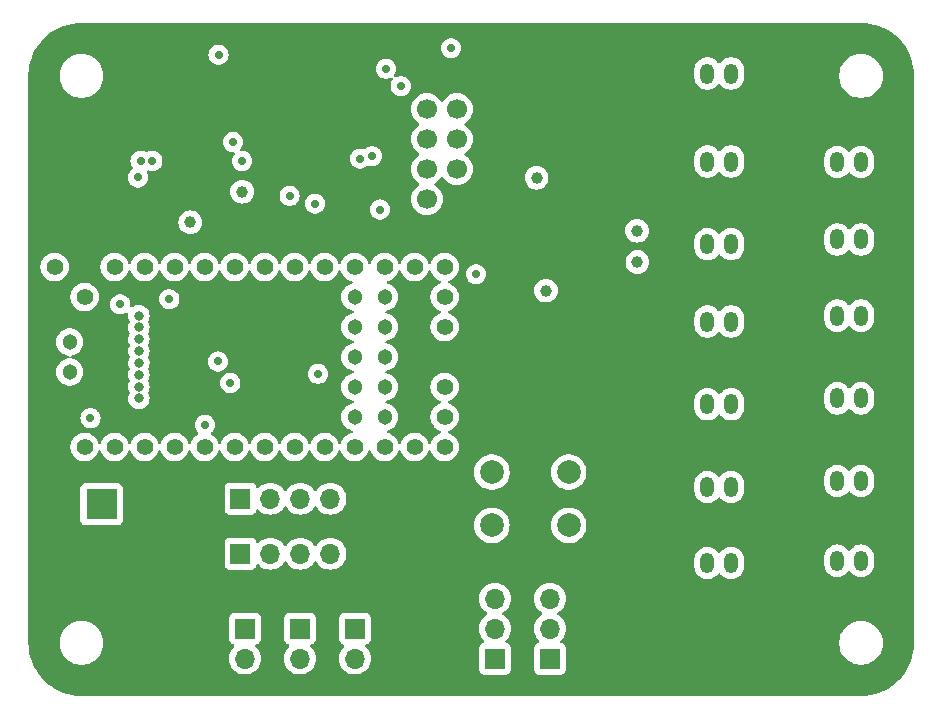
<source format=gbr>
%TF.GenerationSoftware,KiCad,Pcbnew,8.0.7*%
%TF.CreationDate,2024-12-26T23:36:22+07:00*%
%TF.ProjectId,Teensy4.0PCB,5465656e-7379-4342-9e30-5043422e6b69,rev?*%
%TF.SameCoordinates,Original*%
%TF.FileFunction,Copper,L3,Inr*%
%TF.FilePolarity,Positive*%
%FSLAX46Y46*%
G04 Gerber Fmt 4.6, Leading zero omitted, Abs format (unit mm)*
G04 Created by KiCad (PCBNEW 8.0.7) date 2024-12-26 23:36:22*
%MOMM*%
%LPD*%
G01*
G04 APERTURE LIST*
G04 Aperture macros list*
%AMRoundRect*
0 Rectangle with rounded corners*
0 $1 Rounding radius*
0 $2 $3 $4 $5 $6 $7 $8 $9 X,Y pos of 4 corners*
0 Add a 4 corners polygon primitive as box body*
4,1,4,$2,$3,$4,$5,$6,$7,$8,$9,$2,$3,0*
0 Add four circle primitives for the rounded corners*
1,1,$1+$1,$2,$3*
1,1,$1+$1,$4,$5*
1,1,$1+$1,$6,$7*
1,1,$1+$1,$8,$9*
0 Add four rect primitives between the rounded corners*
20,1,$1+$1,$2,$3,$4,$5,0*
20,1,$1+$1,$4,$5,$6,$7,0*
20,1,$1+$1,$6,$7,$8,$9,0*
20,1,$1+$1,$8,$9,$2,$3,0*%
G04 Aperture macros list end*
%TA.AperFunction,ComponentPad*%
%ADD10R,1.700000X1.700000*%
%TD*%
%TA.AperFunction,ComponentPad*%
%ADD11O,1.700000X1.700000*%
%TD*%
%TA.AperFunction,ComponentPad*%
%ADD12C,2.000000*%
%TD*%
%TA.AperFunction,ComponentPad*%
%ADD13RoundRect,0.250000X-0.350000X-0.625000X0.350000X-0.625000X0.350000X0.625000X-0.350000X0.625000X0*%
%TD*%
%TA.AperFunction,ComponentPad*%
%ADD14O,1.200000X1.750000*%
%TD*%
%TA.AperFunction,ComponentPad*%
%ADD15R,2.600000X2.600000*%
%TD*%
%TA.AperFunction,ComponentPad*%
%ADD16C,2.600000*%
%TD*%
%TA.AperFunction,ComponentPad*%
%ADD17C,1.700000*%
%TD*%
%TA.AperFunction,ComponentPad*%
%ADD18C,1.404000*%
%TD*%
%TA.AperFunction,ComponentPad*%
%ADD19C,1.304000*%
%TD*%
%TA.AperFunction,ComponentPad*%
%ADD20C,0.804000*%
%TD*%
%TA.AperFunction,ViaPad*%
%ADD21C,0.700000*%
%TD*%
%TA.AperFunction,ViaPad*%
%ADD22C,1.000000*%
%TD*%
G04 APERTURE END LIST*
D10*
%TO.N,+3.3V*%
%TO.C,3.3V*%
X153650000Y-120540000D03*
D11*
X153650000Y-118000000D03*
X153650000Y-115460000D03*
%TD*%
D12*
%TO.N,/button_pin*%
%TO.C,Button1*%
X148750000Y-104750000D03*
X155250000Y-104750000D03*
%TO.N,Net-(Button1-Pad2)*%
X148750000Y-109250000D03*
X155250000Y-109250000D03*
%TD*%
D10*
%TO.N,+5V*%
%TO.C,5V*%
X149000000Y-120540000D03*
D11*
X149000000Y-118000000D03*
X149000000Y-115460000D03*
%TD*%
D10*
%TO.N,GND*%
%TO.C,GND*%
X144350000Y-120540000D03*
D11*
X144350000Y-118000000D03*
X144350000Y-115460000D03*
%TD*%
D13*
%TO.N,GND*%
%TO.C,servo11*%
X165000000Y-71000000D03*
D14*
%TO.N,VCC*%
X167000000Y-71000000D03*
%TO.N,Net-(IC2-A2)*%
X169000000Y-71000000D03*
%TD*%
D15*
%TO.N,VCC*%
%TO.C,Main-Terminal1*%
X115695000Y-107455000D03*
D16*
%TO.N,GND*%
X115695000Y-112535000D03*
%TD*%
D14*
%TO.N,Net-(IC2-A2)*%
%TO.C,servo10*%
X180000000Y-105500000D03*
%TO.N,VCC*%
X178000000Y-105500000D03*
D13*
%TO.N,GND*%
X176000000Y-105500000D03*
%TD*%
%TO.N,GND*%
%TO.C,servo1*%
X165000000Y-85450000D03*
D14*
%TO.N,VCC*%
X167000000Y-85450000D03*
%TO.N,Net-(IC2-A2)*%
X169000000Y-85450000D03*
%TD*%
D10*
%TO.N,/serial_rx4*%
%TO.C,S4*%
X132490000Y-117990000D03*
D11*
%TO.N,/serial_tx4*%
X132490000Y-120530000D03*
%TD*%
D13*
%TO.N,GND*%
%TO.C,servo9*%
X165000000Y-112450000D03*
D14*
%TO.N,VCC*%
X167000000Y-112450000D03*
%TO.N,Net-(IC2-A2)*%
X169000000Y-112450000D03*
%TD*%
%TO.N,Net-(IC2-A2)*%
%TO.C,servo3*%
X180000000Y-85050000D03*
%TO.N,VCC*%
X178000000Y-85050000D03*
D13*
%TO.N,GND*%
X176000000Y-85050000D03*
%TD*%
D14*
%TO.N,Net-(IC2-A2)*%
%TO.C,servo7*%
X180000000Y-91500000D03*
%TO.N,VCC*%
X178000000Y-91500000D03*
D13*
%TO.N,GND*%
X176000000Y-91500000D03*
%TD*%
D14*
%TO.N,Net-(IC2-A2)*%
%TO.C,servo5*%
X180000000Y-98500000D03*
%TO.N,VCC*%
X178000000Y-98500000D03*
D13*
%TO.N,GND*%
X176000000Y-98500000D03*
%TD*%
%TO.N,GND*%
%TO.C,servo8*%
X165000000Y-99000000D03*
D14*
%TO.N,VCC*%
X167000000Y-99000000D03*
%TO.N,Net-(IC2-A2)*%
X169000000Y-99000000D03*
%TD*%
D13*
%TO.N,GND*%
%TO.C,servo4*%
X165000000Y-92000000D03*
D14*
%TO.N,VCC*%
X167000000Y-92000000D03*
%TO.N,Net-(IC2-A2)*%
X169000000Y-92000000D03*
%TD*%
D10*
%TO.N,/serial_rx5*%
%TO.C,S5*%
X137140000Y-117990000D03*
D11*
%TO.N,/serial_tx5*%
X137140000Y-120530000D03*
%TD*%
D14*
%TO.N,Net-(IC2-A2)*%
%TO.C,servo2*%
X180000000Y-78500000D03*
%TO.N,VCC*%
X178000000Y-78500000D03*
D13*
%TO.N,GND*%
X176000000Y-78500000D03*
%TD*%
D10*
%TO.N,Net-(J2-Pin_1)*%
%TO.C,J2*%
X127460000Y-107000000D03*
D11*
%TO.N,Net-(J2-Pin_2)*%
X130000000Y-107000000D03*
%TO.N,Net-(J2-Pin_3)*%
X132540000Y-107000000D03*
%TO.N,Net-(J2-Pin_4)*%
X135080000Y-107000000D03*
%TD*%
D10*
%TO.N,/serial_rx3*%
%TO.C,S3*%
X127840000Y-117990000D03*
D11*
%TO.N,/serial_tx3*%
X127840000Y-120530000D03*
%TD*%
D13*
%TO.N,GND*%
%TO.C,servo6*%
X165000000Y-106000000D03*
D14*
%TO.N,VCC*%
X167000000Y-106000000D03*
%TO.N,Net-(IC2-A2)*%
X169000000Y-106000000D03*
%TD*%
D13*
%TO.N,GND*%
%TO.C,servo13*%
X165000000Y-78450000D03*
D14*
%TO.N,VCC*%
X167000000Y-78450000D03*
%TO.N,Net-(IC2-A2)*%
X169000000Y-78450000D03*
%TD*%
D10*
%TO.N,Net-(J1-Pin_1)*%
%TO.C,J1*%
X127460000Y-111650000D03*
D11*
%TO.N,Net-(J1-Pin_2)*%
X130000000Y-111650000D03*
%TO.N,Net-(J1-Pin_3)*%
X132540000Y-111650000D03*
%TO.N,Net-(J1-Pin_4)*%
X135080000Y-111650000D03*
%TD*%
D14*
%TO.N,Net-(IC2-A2)*%
%TO.C,servo12*%
X180000000Y-112250000D03*
%TO.N,VCC*%
X178000000Y-112250000D03*
D13*
%TO.N,GND*%
X176000000Y-112250000D03*
%TD*%
D10*
%TO.N,GND*%
%TO.C,U2*%
X145789500Y-81625000D03*
D17*
%TO.N,+3.3V*%
X143249500Y-81625000D03*
%TO.N,/NRF_CE*%
X145789500Y-79085000D03*
%TO.N,/NRF_CS*%
X143249500Y-79085000D03*
%TO.N,/NRF_SCK*%
X145789500Y-76545000D03*
%TO.N,/NRF_MOSI*%
X143249500Y-76545000D03*
%TO.N,/NRF_MISO*%
X145789500Y-74005000D03*
%TO.N,unconnected-(U2-IRQ-Pad8)*%
X143249500Y-74005000D03*
%TD*%
D18*
%TO.N,GND*%
%TO.C,U1*%
X111725000Y-102620000D03*
%TO.N,/servo_rx1*%
X114265000Y-102620000D03*
%TO.N,/servo_tx1*%
X116805000Y-102620000D03*
%TO.N,/servo_dir*%
X119345000Y-102620000D03*
%TO.N,/button_pin*%
X121885000Y-102620000D03*
%TO.N,unconnected-(U1-4_BCLK2-Pad6)*%
X124425000Y-102620000D03*
%TO.N,/BNO_RESET*%
X126965000Y-102620000D03*
%TO.N,/BNO_INT*%
X129505000Y-102620000D03*
%TO.N,unconnected-(U1-7_RX2_OUT1A-Pad9)*%
X132045000Y-102620000D03*
%TO.N,unconnected-(U1-8_TX2_IN1-Pad10)*%
X134585000Y-102620000D03*
%TO.N,/NRF_CE*%
X137125000Y-102620000D03*
%TO.N,/NRF_CS*%
X139665000Y-102620000D03*
%TO.N,/NRF_MOSI*%
X142205000Y-102620000D03*
%TO.N,/NRF_MISO*%
X144745000Y-102620000D03*
%TO.N,unconnected-(U1-VBAT-Pad15)*%
X144745000Y-100080000D03*
%TO.N,unconnected-(U1-3V3-Pad16)*%
X144745000Y-97540000D03*
%TO.N,GND*%
X144745000Y-95000000D03*
%TO.N,unconnected-(U1-PROGRAM-Pad18)*%
X144745000Y-92460000D03*
%TO.N,unconnected-(U1-ON_OFF-Pad19)*%
X144745000Y-89920000D03*
%TO.N,/NRF_SCK*%
X144745000Y-87380000D03*
%TO.N,/serial_rx3*%
X142205000Y-87380000D03*
%TO.N,/serial_tx3*%
X139665000Y-87380000D03*
%TO.N,/serial_rx4*%
X137125000Y-87380000D03*
%TO.N,/serial_tx4*%
X134585000Y-87380000D03*
%TO.N,/SDA*%
X132045000Y-87380000D03*
%TO.N,/SCL*%
X129505000Y-87380000D03*
%TO.N,/serial_rx5*%
X126965000Y-87380000D03*
%TO.N,/serial_tx5*%
X124425000Y-87380000D03*
%TO.N,unconnected-(U1-22_A8_CTX1-Pad29)*%
X121885000Y-87380000D03*
%TO.N,unconnected-(U1-23_A9_CRX1_MCLK1-Pad30)*%
X119345000Y-87380000D03*
%TO.N,unconnected-(U1-3V3-Pad31)*%
X116805000Y-87380000D03*
%TO.N,GND*%
X114265000Y-87380000D03*
%TO.N,+5V*%
X111725000Y-87380000D03*
%TO.N,unconnected-(U1-VUSB-Pad34)*%
X114265000Y-89920000D03*
D19*
%TO.N,Net-(J1-Pin_1)*%
X139665000Y-89920000D03*
%TO.N,Net-(J1-Pin_2)*%
X137125000Y-89920000D03*
%TO.N,Net-(J1-Pin_3)*%
X139665000Y-92460000D03*
%TO.N,Net-(J1-Pin_4)*%
X137125000Y-92460000D03*
%TO.N,Net-(J2-Pin_1)*%
X139665000Y-95000000D03*
%TO.N,Net-(J2-Pin_2)*%
X137125000Y-95000000D03*
%TO.N,Net-(J2-Pin_3)*%
X139665000Y-97540000D03*
%TO.N,Net-(J2-Pin_4)*%
X137125000Y-97540000D03*
%TO.N,unconnected-(U1-32_OUT1B-Pad43)*%
X139665000Y-100080000D03*
%TO.N,unconnected-(U1-33_MCLK2-Pad44)*%
X137125000Y-100080000D03*
D20*
%TO.N,unconnected-(U1-34_DAT1_MISO2-Pad45)*%
X118863400Y-91500000D03*
%TO.N,unconnected-(U1-35_DAT0_MOSI2-Pad46)*%
X118863400Y-92500000D03*
%TO.N,unconnected-(U1-GND-Pad47)*%
X118863400Y-93500000D03*
%TO.N,unconnected-(U1-36_CLK_CS2-Pad48)*%
X118863400Y-94500000D03*
%TO.N,unconnected-(U1-3V3-Pad49)*%
X118863400Y-95500000D03*
%TO.N,unconnected-(U1-37_CMD_SCK2-Pad50)*%
X118863400Y-96500000D03*
%TO.N,unconnected-(U1-38_DAT3_RX5-Pad51)*%
X118863400Y-97500000D03*
%TO.N,unconnected-(U1-39_DAT2_TX5-Pad52)*%
X118863400Y-98500000D03*
D19*
%TO.N,unconnected-(U1-D--Pad53)*%
X112995000Y-93730000D03*
%TO.N,unconnected-(U1-D+-Pad54)*%
X112995000Y-96270000D03*
%TD*%
D21*
%TO.N,+3.3V*%
X147400000Y-88000000D03*
D22*
X152530000Y-79830000D03*
D21*
%TO.N,+5V*%
X131620000Y-81360000D03*
D22*
X123200000Y-83600000D03*
X127600000Y-81000000D03*
X153330000Y-89380000D03*
D21*
X125600000Y-69400000D03*
D22*
%TO.N,VCC*%
X161070000Y-86960000D03*
X161030000Y-84320000D03*
D21*
%TO.N,/servo_tx1*%
X120000000Y-78400000D03*
%TO.N,Net-(IC1-B2)*%
X137600000Y-78200000D03*
X127600000Y-78400000D03*
%TO.N,/servo_dir*%
X118800000Y-79800000D03*
%TO.N,Net-(IC1-B3)*%
X138600000Y-78000000D03*
X126823020Y-76802194D03*
%TO.N,/servo_rx1*%
X119000000Y-78400000D03*
%TO.N,Net-(IC2-A2)*%
X133780000Y-82010000D03*
%TO.N,Net-(J1-Pin_4)*%
X124445000Y-100735000D03*
%TO.N,Net-(J2-Pin_4)*%
X134010000Y-96430000D03*
X125554975Y-95380000D03*
%TO.N,/BNO_RESET*%
X139287500Y-82512500D03*
%TO.N,/SDA*%
X145280000Y-68860000D03*
%TO.N,/SCL*%
X141020000Y-72070000D03*
%TO.N,/serial_tx5*%
X114760000Y-100180000D03*
%TO.N,/serial_rx5*%
X117290000Y-90550000D03*
X121440000Y-90100000D03*
%TO.N,/BNO_INT*%
X126600000Y-97200000D03*
X139800000Y-70600000D03*
%TO.N,GND*%
X125800000Y-78400000D03*
X139000000Y-75000000D03*
D22*
X157620000Y-82440000D03*
D21*
X129600000Y-73200000D03*
X140200000Y-69000000D03*
D22*
X159030000Y-101390000D03*
X148150000Y-95680000D03*
X116750000Y-84750000D03*
D21*
X131800000Y-79400000D03*
X159200000Y-105800000D03*
D22*
X159000000Y-73890000D03*
%TD*%
%TA.AperFunction,Conductor*%
%TO.N,GND*%
G36*
X180002702Y-66700617D02*
G01*
X180386771Y-66717386D01*
X180397506Y-66718326D01*
X180775971Y-66768152D01*
X180786597Y-66770025D01*
X181159284Y-66852648D01*
X181169710Y-66855442D01*
X181533765Y-66970227D01*
X181543911Y-66973920D01*
X181896578Y-67120000D01*
X181906369Y-67124566D01*
X182244942Y-67300816D01*
X182254310Y-67306224D01*
X182576244Y-67511318D01*
X182585105Y-67517523D01*
X182887930Y-67749889D01*
X182896217Y-67756843D01*
X183177635Y-68014715D01*
X183185284Y-68022364D01*
X183443156Y-68303782D01*
X183450110Y-68312069D01*
X183682476Y-68614894D01*
X183688681Y-68623755D01*
X183893775Y-68945689D01*
X183899183Y-68955057D01*
X184075430Y-69293623D01*
X184080002Y-69303427D01*
X184226075Y-69656078D01*
X184229775Y-69666244D01*
X184344554Y-70030278D01*
X184347354Y-70040727D01*
X184429971Y-70413389D01*
X184431849Y-70424042D01*
X184481671Y-70802473D01*
X184482614Y-70813249D01*
X184499382Y-71197297D01*
X184499500Y-71202706D01*
X184499500Y-119197293D01*
X184499382Y-119202702D01*
X184482614Y-119586750D01*
X184481671Y-119597526D01*
X184431849Y-119975957D01*
X184429971Y-119986610D01*
X184347354Y-120359272D01*
X184344554Y-120369721D01*
X184229775Y-120733755D01*
X184226075Y-120743921D01*
X184080002Y-121096572D01*
X184075430Y-121106376D01*
X183899183Y-121444942D01*
X183893775Y-121454310D01*
X183688681Y-121776244D01*
X183682476Y-121785105D01*
X183450110Y-122087930D01*
X183443156Y-122096217D01*
X183185284Y-122377635D01*
X183177635Y-122385284D01*
X182896217Y-122643156D01*
X182887930Y-122650110D01*
X182585105Y-122882476D01*
X182576244Y-122888681D01*
X182254310Y-123093775D01*
X182244942Y-123099183D01*
X181906376Y-123275430D01*
X181896572Y-123280002D01*
X181543921Y-123426075D01*
X181533755Y-123429775D01*
X181169721Y-123544554D01*
X181159272Y-123547354D01*
X180786610Y-123629971D01*
X180775957Y-123631849D01*
X180397526Y-123681671D01*
X180386750Y-123682614D01*
X180002703Y-123699382D01*
X179997294Y-123699500D01*
X114002706Y-123699500D01*
X113997297Y-123699382D01*
X113613249Y-123682614D01*
X113602473Y-123681671D01*
X113224042Y-123631849D01*
X113213389Y-123629971D01*
X112840727Y-123547354D01*
X112830278Y-123544554D01*
X112466244Y-123429775D01*
X112456078Y-123426075D01*
X112103427Y-123280002D01*
X112093623Y-123275430D01*
X111755057Y-123099183D01*
X111745689Y-123093775D01*
X111423755Y-122888681D01*
X111414894Y-122882476D01*
X111112069Y-122650110D01*
X111103782Y-122643156D01*
X110822364Y-122385284D01*
X110814715Y-122377635D01*
X110556843Y-122096217D01*
X110549889Y-122087930D01*
X110317523Y-121785105D01*
X110311318Y-121776244D01*
X110106224Y-121454310D01*
X110100816Y-121444942D01*
X110097135Y-121437870D01*
X109924566Y-121106369D01*
X109919997Y-121096572D01*
X109773920Y-120743911D01*
X109770224Y-120733755D01*
X109655442Y-120369710D01*
X109652648Y-120359284D01*
X109570025Y-119986597D01*
X109568152Y-119975971D01*
X109518326Y-119597506D01*
X109517386Y-119586771D01*
X109500618Y-119202702D01*
X109500500Y-119197293D01*
X109500500Y-119078711D01*
X112149500Y-119078711D01*
X112149500Y-119321288D01*
X112181161Y-119561785D01*
X112243947Y-119796104D01*
X112336773Y-120020205D01*
X112336776Y-120020212D01*
X112458064Y-120230289D01*
X112458066Y-120230292D01*
X112458067Y-120230293D01*
X112605733Y-120422736D01*
X112605739Y-120422743D01*
X112777256Y-120594260D01*
X112777262Y-120594265D01*
X112969711Y-120741936D01*
X113179788Y-120863224D01*
X113403900Y-120956054D01*
X113638211Y-121018838D01*
X113818586Y-121042584D01*
X113878711Y-121050500D01*
X113878712Y-121050500D01*
X114121289Y-121050500D01*
X114169388Y-121044167D01*
X114361789Y-121018838D01*
X114596100Y-120956054D01*
X114820212Y-120863224D01*
X115030289Y-120741936D01*
X115222738Y-120594265D01*
X115287004Y-120529999D01*
X126484341Y-120529999D01*
X126484341Y-120530000D01*
X126504936Y-120765403D01*
X126504938Y-120765413D01*
X126566094Y-120993655D01*
X126566096Y-120993659D01*
X126566097Y-120993663D01*
X126618656Y-121106376D01*
X126665965Y-121207830D01*
X126665967Y-121207834D01*
X126774281Y-121362521D01*
X126801505Y-121401401D01*
X126968599Y-121568495D01*
X127039108Y-121617866D01*
X127162165Y-121704032D01*
X127162167Y-121704033D01*
X127162170Y-121704035D01*
X127376337Y-121803903D01*
X127604592Y-121865063D01*
X127792918Y-121881539D01*
X127839999Y-121885659D01*
X127840000Y-121885659D01*
X127840001Y-121885659D01*
X127879234Y-121882226D01*
X128075408Y-121865063D01*
X128303663Y-121803903D01*
X128517830Y-121704035D01*
X128711401Y-121568495D01*
X128878495Y-121401401D01*
X129014035Y-121207830D01*
X129113903Y-120993663D01*
X129175063Y-120765408D01*
X129195659Y-120530000D01*
X129195659Y-120529999D01*
X131134341Y-120529999D01*
X131134341Y-120530000D01*
X131154936Y-120765403D01*
X131154938Y-120765413D01*
X131216094Y-120993655D01*
X131216096Y-120993659D01*
X131216097Y-120993663D01*
X131268656Y-121106376D01*
X131315965Y-121207830D01*
X131315967Y-121207834D01*
X131424281Y-121362521D01*
X131451505Y-121401401D01*
X131618599Y-121568495D01*
X131689108Y-121617866D01*
X131812165Y-121704032D01*
X131812167Y-121704033D01*
X131812170Y-121704035D01*
X132026337Y-121803903D01*
X132254592Y-121865063D01*
X132442918Y-121881539D01*
X132489999Y-121885659D01*
X132490000Y-121885659D01*
X132490001Y-121885659D01*
X132529234Y-121882226D01*
X132725408Y-121865063D01*
X132953663Y-121803903D01*
X133167830Y-121704035D01*
X133361401Y-121568495D01*
X133528495Y-121401401D01*
X133664035Y-121207830D01*
X133763903Y-120993663D01*
X133825063Y-120765408D01*
X133845659Y-120530000D01*
X133845659Y-120529999D01*
X135784341Y-120529999D01*
X135784341Y-120530000D01*
X135804936Y-120765403D01*
X135804938Y-120765413D01*
X135866094Y-120993655D01*
X135866096Y-120993659D01*
X135866097Y-120993663D01*
X135918656Y-121106376D01*
X135965965Y-121207830D01*
X135965967Y-121207834D01*
X136074281Y-121362521D01*
X136101505Y-121401401D01*
X136268599Y-121568495D01*
X136339108Y-121617866D01*
X136462165Y-121704032D01*
X136462167Y-121704033D01*
X136462170Y-121704035D01*
X136676337Y-121803903D01*
X136904592Y-121865063D01*
X137092918Y-121881539D01*
X137139999Y-121885659D01*
X137140000Y-121885659D01*
X137140001Y-121885659D01*
X137179234Y-121882226D01*
X137375408Y-121865063D01*
X137603663Y-121803903D01*
X137817830Y-121704035D01*
X138011401Y-121568495D01*
X138178495Y-121401401D01*
X138314035Y-121207830D01*
X138413903Y-120993663D01*
X138475063Y-120765408D01*
X138495659Y-120530000D01*
X138475063Y-120294592D01*
X138413903Y-120066337D01*
X138314035Y-119852171D01*
X138178495Y-119658599D01*
X138056567Y-119536671D01*
X138023084Y-119475351D01*
X138028068Y-119405659D01*
X138069939Y-119349725D01*
X138100915Y-119332810D01*
X138232331Y-119283796D01*
X138347546Y-119197546D01*
X138433796Y-119082331D01*
X138484091Y-118947483D01*
X138490500Y-118887873D01*
X138490499Y-117092128D01*
X138484091Y-117032517D01*
X138457605Y-116961505D01*
X138433797Y-116897671D01*
X138433793Y-116897664D01*
X138347547Y-116782455D01*
X138347544Y-116782452D01*
X138232335Y-116696206D01*
X138232328Y-116696202D01*
X138097482Y-116645908D01*
X138097483Y-116645908D01*
X138037883Y-116639501D01*
X138037881Y-116639500D01*
X138037873Y-116639500D01*
X138037864Y-116639500D01*
X136242129Y-116639500D01*
X136242123Y-116639501D01*
X136182516Y-116645908D01*
X136047671Y-116696202D01*
X136047664Y-116696206D01*
X135932455Y-116782452D01*
X135932452Y-116782455D01*
X135846206Y-116897664D01*
X135846202Y-116897671D01*
X135795908Y-117032517D01*
X135789501Y-117092116D01*
X135789501Y-117092123D01*
X135789500Y-117092135D01*
X135789500Y-118887870D01*
X135789501Y-118887876D01*
X135795908Y-118947483D01*
X135846202Y-119082328D01*
X135846206Y-119082335D01*
X135932452Y-119197544D01*
X135932455Y-119197547D01*
X136047664Y-119283793D01*
X136047671Y-119283797D01*
X136179081Y-119332810D01*
X136235015Y-119374681D01*
X136259432Y-119440145D01*
X136244580Y-119508418D01*
X136223430Y-119536673D01*
X136101503Y-119658600D01*
X135965965Y-119852169D01*
X135965964Y-119852171D01*
X135866098Y-120066335D01*
X135866094Y-120066344D01*
X135804938Y-120294586D01*
X135804936Y-120294596D01*
X135784341Y-120529999D01*
X133845659Y-120529999D01*
X133825063Y-120294592D01*
X133763903Y-120066337D01*
X133664035Y-119852171D01*
X133528495Y-119658599D01*
X133406567Y-119536671D01*
X133373084Y-119475351D01*
X133378068Y-119405659D01*
X133419939Y-119349725D01*
X133450915Y-119332810D01*
X133582331Y-119283796D01*
X133697546Y-119197546D01*
X133783796Y-119082331D01*
X133834091Y-118947483D01*
X133840500Y-118887873D01*
X133840499Y-117092128D01*
X133834091Y-117032517D01*
X133807605Y-116961505D01*
X133783797Y-116897671D01*
X133783793Y-116897664D01*
X133697547Y-116782455D01*
X133697544Y-116782452D01*
X133582335Y-116696206D01*
X133582328Y-116696202D01*
X133447482Y-116645908D01*
X133447483Y-116645908D01*
X133387883Y-116639501D01*
X133387881Y-116639500D01*
X133387873Y-116639500D01*
X133387864Y-116639500D01*
X131592129Y-116639500D01*
X131592123Y-116639501D01*
X131532516Y-116645908D01*
X131397671Y-116696202D01*
X131397664Y-116696206D01*
X131282455Y-116782452D01*
X131282452Y-116782455D01*
X131196206Y-116897664D01*
X131196202Y-116897671D01*
X131145908Y-117032517D01*
X131139501Y-117092116D01*
X131139501Y-117092123D01*
X131139500Y-117092135D01*
X131139500Y-118887870D01*
X131139501Y-118887876D01*
X131145908Y-118947483D01*
X131196202Y-119082328D01*
X131196206Y-119082335D01*
X131282452Y-119197544D01*
X131282455Y-119197547D01*
X131397664Y-119283793D01*
X131397671Y-119283797D01*
X131529081Y-119332810D01*
X131585015Y-119374681D01*
X131609432Y-119440145D01*
X131594580Y-119508418D01*
X131573430Y-119536673D01*
X131451503Y-119658600D01*
X131315965Y-119852169D01*
X131315964Y-119852171D01*
X131216098Y-120066335D01*
X131216094Y-120066344D01*
X131154938Y-120294586D01*
X131154936Y-120294596D01*
X131134341Y-120529999D01*
X129195659Y-120529999D01*
X129175063Y-120294592D01*
X129113903Y-120066337D01*
X129014035Y-119852171D01*
X128878495Y-119658599D01*
X128756567Y-119536671D01*
X128723084Y-119475351D01*
X128728068Y-119405659D01*
X128769939Y-119349725D01*
X128800915Y-119332810D01*
X128932331Y-119283796D01*
X129047546Y-119197546D01*
X129133796Y-119082331D01*
X129184091Y-118947483D01*
X129190500Y-118887873D01*
X129190499Y-117092128D01*
X129184091Y-117032517D01*
X129157605Y-116961505D01*
X129133797Y-116897671D01*
X129133793Y-116897664D01*
X129047547Y-116782455D01*
X129047544Y-116782452D01*
X128932335Y-116696206D01*
X128932328Y-116696202D01*
X128797482Y-116645908D01*
X128797483Y-116645908D01*
X128737883Y-116639501D01*
X128737881Y-116639500D01*
X128737873Y-116639500D01*
X128737864Y-116639500D01*
X126942129Y-116639500D01*
X126942123Y-116639501D01*
X126882516Y-116645908D01*
X126747671Y-116696202D01*
X126747664Y-116696206D01*
X126632455Y-116782452D01*
X126632452Y-116782455D01*
X126546206Y-116897664D01*
X126546202Y-116897671D01*
X126495908Y-117032517D01*
X126489501Y-117092116D01*
X126489501Y-117092123D01*
X126489500Y-117092135D01*
X126489500Y-118887870D01*
X126489501Y-118887876D01*
X126495908Y-118947483D01*
X126546202Y-119082328D01*
X126546206Y-119082335D01*
X126632452Y-119197544D01*
X126632455Y-119197547D01*
X126747664Y-119283793D01*
X126747671Y-119283797D01*
X126879081Y-119332810D01*
X126935015Y-119374681D01*
X126959432Y-119440145D01*
X126944580Y-119508418D01*
X126923430Y-119536673D01*
X126801503Y-119658600D01*
X126665965Y-119852169D01*
X126665964Y-119852171D01*
X126566098Y-120066335D01*
X126566094Y-120066344D01*
X126504938Y-120294586D01*
X126504936Y-120294596D01*
X126484341Y-120529999D01*
X115287004Y-120529999D01*
X115394265Y-120422738D01*
X115541936Y-120230289D01*
X115663224Y-120020212D01*
X115756054Y-119796100D01*
X115818838Y-119561789D01*
X115850500Y-119321288D01*
X115850500Y-119078712D01*
X115818838Y-118838211D01*
X115756054Y-118603900D01*
X115663224Y-118379788D01*
X115541936Y-118169711D01*
X115481018Y-118090321D01*
X115394266Y-117977263D01*
X115394260Y-117977256D01*
X115222743Y-117805739D01*
X115222736Y-117805733D01*
X115030293Y-117658067D01*
X115030292Y-117658066D01*
X115030289Y-117658064D01*
X114820212Y-117536776D01*
X114819152Y-117536337D01*
X114596104Y-117443947D01*
X114361785Y-117381161D01*
X114121289Y-117349500D01*
X114121288Y-117349500D01*
X113878712Y-117349500D01*
X113878711Y-117349500D01*
X113638214Y-117381161D01*
X113403895Y-117443947D01*
X113179794Y-117536773D01*
X113179785Y-117536777D01*
X112969706Y-117658067D01*
X112777263Y-117805733D01*
X112777256Y-117805739D01*
X112605739Y-117977256D01*
X112605733Y-117977263D01*
X112458067Y-118169706D01*
X112336777Y-118379785D01*
X112336773Y-118379794D01*
X112243947Y-118603895D01*
X112181161Y-118838214D01*
X112149500Y-119078711D01*
X109500500Y-119078711D01*
X109500500Y-115459999D01*
X147644341Y-115459999D01*
X147644341Y-115460000D01*
X147664936Y-115695403D01*
X147664938Y-115695413D01*
X147726094Y-115923655D01*
X147726096Y-115923659D01*
X147726097Y-115923663D01*
X147825965Y-116137830D01*
X147825967Y-116137834D01*
X147961501Y-116331395D01*
X147961506Y-116331402D01*
X148128597Y-116498493D01*
X148128603Y-116498498D01*
X148314158Y-116628425D01*
X148357783Y-116683002D01*
X148364977Y-116752500D01*
X148333454Y-116814855D01*
X148314158Y-116831575D01*
X148128597Y-116961505D01*
X147961505Y-117128597D01*
X147825965Y-117322169D01*
X147825964Y-117322171D01*
X147726098Y-117536335D01*
X147726094Y-117536344D01*
X147664938Y-117764586D01*
X147664936Y-117764596D01*
X147644341Y-117999999D01*
X147644341Y-118000000D01*
X147664936Y-118235403D01*
X147664938Y-118235413D01*
X147726094Y-118463655D01*
X147726096Y-118463659D01*
X147726097Y-118463663D01*
X147791491Y-118603900D01*
X147825965Y-118677830D01*
X147825967Y-118677834D01*
X147934281Y-118832521D01*
X147961501Y-118871396D01*
X147961506Y-118871402D01*
X148083430Y-118993326D01*
X148116915Y-119054649D01*
X148111931Y-119124341D01*
X148070059Y-119180274D01*
X148039083Y-119197189D01*
X147907669Y-119246203D01*
X147907664Y-119246206D01*
X147792455Y-119332452D01*
X147792452Y-119332455D01*
X147706206Y-119447664D01*
X147706202Y-119447671D01*
X147655908Y-119582517D01*
X147654295Y-119597526D01*
X147649501Y-119642123D01*
X147649500Y-119642135D01*
X147649500Y-121437870D01*
X147649501Y-121437876D01*
X147655908Y-121497483D01*
X147706202Y-121632328D01*
X147706206Y-121632335D01*
X147792452Y-121747544D01*
X147792455Y-121747547D01*
X147907664Y-121833793D01*
X147907671Y-121833797D01*
X148042517Y-121884091D01*
X148042516Y-121884091D01*
X148049444Y-121884835D01*
X148102127Y-121890500D01*
X149897872Y-121890499D01*
X149957483Y-121884091D01*
X150092331Y-121833796D01*
X150207546Y-121747546D01*
X150293796Y-121632331D01*
X150344091Y-121497483D01*
X150350500Y-121437873D01*
X150350499Y-119642128D01*
X150344091Y-119582517D01*
X150336358Y-119561785D01*
X150293797Y-119447671D01*
X150293793Y-119447664D01*
X150207547Y-119332455D01*
X150207544Y-119332452D01*
X150092335Y-119246206D01*
X150092328Y-119246202D01*
X149960917Y-119197189D01*
X149904983Y-119155318D01*
X149880566Y-119089853D01*
X149895418Y-119021580D01*
X149916563Y-118993332D01*
X150038495Y-118871401D01*
X150174035Y-118677830D01*
X150273903Y-118463663D01*
X150335063Y-118235408D01*
X150355659Y-118000000D01*
X150335063Y-117764592D01*
X150273903Y-117536337D01*
X150174035Y-117322171D01*
X150038495Y-117128599D01*
X150038494Y-117128597D01*
X149871402Y-116961506D01*
X149871396Y-116961501D01*
X149685842Y-116831575D01*
X149642217Y-116776998D01*
X149635023Y-116707500D01*
X149666546Y-116645145D01*
X149685842Y-116628425D01*
X149708026Y-116612891D01*
X149871401Y-116498495D01*
X150038495Y-116331401D01*
X150174035Y-116137830D01*
X150273903Y-115923663D01*
X150335063Y-115695408D01*
X150355659Y-115460000D01*
X150355659Y-115459999D01*
X152294341Y-115459999D01*
X152294341Y-115460000D01*
X152314936Y-115695403D01*
X152314938Y-115695413D01*
X152376094Y-115923655D01*
X152376096Y-115923659D01*
X152376097Y-115923663D01*
X152475965Y-116137830D01*
X152475967Y-116137834D01*
X152611501Y-116331395D01*
X152611506Y-116331402D01*
X152778597Y-116498493D01*
X152778603Y-116498498D01*
X152964158Y-116628425D01*
X153007783Y-116683002D01*
X153014977Y-116752500D01*
X152983454Y-116814855D01*
X152964158Y-116831575D01*
X152778597Y-116961505D01*
X152611505Y-117128597D01*
X152475965Y-117322169D01*
X152475964Y-117322171D01*
X152376098Y-117536335D01*
X152376094Y-117536344D01*
X152314938Y-117764586D01*
X152314936Y-117764596D01*
X152294341Y-117999999D01*
X152294341Y-118000000D01*
X152314936Y-118235403D01*
X152314938Y-118235413D01*
X152376094Y-118463655D01*
X152376096Y-118463659D01*
X152376097Y-118463663D01*
X152441491Y-118603900D01*
X152475965Y-118677830D01*
X152475967Y-118677834D01*
X152584281Y-118832521D01*
X152611501Y-118871396D01*
X152611506Y-118871402D01*
X152733430Y-118993326D01*
X152766915Y-119054649D01*
X152761931Y-119124341D01*
X152720059Y-119180274D01*
X152689083Y-119197189D01*
X152557669Y-119246203D01*
X152557664Y-119246206D01*
X152442455Y-119332452D01*
X152442452Y-119332455D01*
X152356206Y-119447664D01*
X152356202Y-119447671D01*
X152305908Y-119582517D01*
X152304295Y-119597526D01*
X152299501Y-119642123D01*
X152299500Y-119642135D01*
X152299500Y-121437870D01*
X152299501Y-121437876D01*
X152305908Y-121497483D01*
X152356202Y-121632328D01*
X152356206Y-121632335D01*
X152442452Y-121747544D01*
X152442455Y-121747547D01*
X152557664Y-121833793D01*
X152557671Y-121833797D01*
X152692517Y-121884091D01*
X152692516Y-121884091D01*
X152699444Y-121884835D01*
X152752127Y-121890500D01*
X154547872Y-121890499D01*
X154607483Y-121884091D01*
X154742331Y-121833796D01*
X154857546Y-121747546D01*
X154943796Y-121632331D01*
X154994091Y-121497483D01*
X155000500Y-121437873D01*
X155000499Y-119642128D01*
X154994091Y-119582517D01*
X154986358Y-119561785D01*
X154943797Y-119447671D01*
X154943793Y-119447664D01*
X154857547Y-119332455D01*
X154857544Y-119332452D01*
X154742335Y-119246206D01*
X154742328Y-119246202D01*
X154610917Y-119197189D01*
X154554983Y-119155318D01*
X154530566Y-119089853D01*
X154532990Y-119078711D01*
X178149500Y-119078711D01*
X178149500Y-119321288D01*
X178181161Y-119561785D01*
X178243947Y-119796104D01*
X178336773Y-120020205D01*
X178336776Y-120020212D01*
X178458064Y-120230289D01*
X178458066Y-120230292D01*
X178458067Y-120230293D01*
X178605733Y-120422736D01*
X178605739Y-120422743D01*
X178777256Y-120594260D01*
X178777262Y-120594265D01*
X178969711Y-120741936D01*
X179179788Y-120863224D01*
X179403900Y-120956054D01*
X179638211Y-121018838D01*
X179818586Y-121042584D01*
X179878711Y-121050500D01*
X179878712Y-121050500D01*
X180121289Y-121050500D01*
X180169388Y-121044167D01*
X180361789Y-121018838D01*
X180596100Y-120956054D01*
X180820212Y-120863224D01*
X181030289Y-120741936D01*
X181222738Y-120594265D01*
X181394265Y-120422738D01*
X181541936Y-120230289D01*
X181663224Y-120020212D01*
X181756054Y-119796100D01*
X181818838Y-119561789D01*
X181850500Y-119321288D01*
X181850500Y-119078712D01*
X181818838Y-118838211D01*
X181756054Y-118603900D01*
X181663224Y-118379788D01*
X181541936Y-118169711D01*
X181481018Y-118090321D01*
X181394266Y-117977263D01*
X181394260Y-117977256D01*
X181222743Y-117805739D01*
X181222736Y-117805733D01*
X181030293Y-117658067D01*
X181030292Y-117658066D01*
X181030289Y-117658064D01*
X180820212Y-117536776D01*
X180819152Y-117536337D01*
X180596104Y-117443947D01*
X180361785Y-117381161D01*
X180121289Y-117349500D01*
X180121288Y-117349500D01*
X179878712Y-117349500D01*
X179878711Y-117349500D01*
X179638214Y-117381161D01*
X179403895Y-117443947D01*
X179179794Y-117536773D01*
X179179785Y-117536777D01*
X178969706Y-117658067D01*
X178777263Y-117805733D01*
X178777256Y-117805739D01*
X178605739Y-117977256D01*
X178605733Y-117977263D01*
X178458067Y-118169706D01*
X178336777Y-118379785D01*
X178336773Y-118379794D01*
X178243947Y-118603895D01*
X178181161Y-118838214D01*
X178149500Y-119078711D01*
X154532990Y-119078711D01*
X154545418Y-119021580D01*
X154566563Y-118993332D01*
X154688495Y-118871401D01*
X154824035Y-118677830D01*
X154923903Y-118463663D01*
X154985063Y-118235408D01*
X155005659Y-118000000D01*
X154985063Y-117764592D01*
X154923903Y-117536337D01*
X154824035Y-117322171D01*
X154688495Y-117128599D01*
X154688494Y-117128597D01*
X154521402Y-116961506D01*
X154521396Y-116961501D01*
X154335842Y-116831575D01*
X154292217Y-116776998D01*
X154285023Y-116707500D01*
X154316546Y-116645145D01*
X154335842Y-116628425D01*
X154358026Y-116612891D01*
X154521401Y-116498495D01*
X154688495Y-116331401D01*
X154824035Y-116137830D01*
X154923903Y-115923663D01*
X154985063Y-115695408D01*
X155005659Y-115460000D01*
X154985063Y-115224592D01*
X154923903Y-114996337D01*
X154824035Y-114782171D01*
X154688495Y-114588599D01*
X154688494Y-114588597D01*
X154521402Y-114421506D01*
X154521395Y-114421501D01*
X154327834Y-114285967D01*
X154327830Y-114285965D01*
X154327828Y-114285964D01*
X154113663Y-114186097D01*
X154113659Y-114186096D01*
X154113655Y-114186094D01*
X153885413Y-114124938D01*
X153885403Y-114124936D01*
X153650001Y-114104341D01*
X153649999Y-114104341D01*
X153414596Y-114124936D01*
X153414586Y-114124938D01*
X153186344Y-114186094D01*
X153186335Y-114186098D01*
X152972171Y-114285964D01*
X152972169Y-114285965D01*
X152778597Y-114421505D01*
X152611505Y-114588597D01*
X152475965Y-114782169D01*
X152475964Y-114782171D01*
X152376098Y-114996335D01*
X152376094Y-114996344D01*
X152314938Y-115224586D01*
X152314936Y-115224596D01*
X152294341Y-115459999D01*
X150355659Y-115459999D01*
X150335063Y-115224592D01*
X150273903Y-114996337D01*
X150174035Y-114782171D01*
X150038495Y-114588599D01*
X150038494Y-114588597D01*
X149871402Y-114421506D01*
X149871395Y-114421501D01*
X149677834Y-114285967D01*
X149677830Y-114285965D01*
X149677828Y-114285964D01*
X149463663Y-114186097D01*
X149463659Y-114186096D01*
X149463655Y-114186094D01*
X149235413Y-114124938D01*
X149235403Y-114124936D01*
X149000001Y-114104341D01*
X148999999Y-114104341D01*
X148764596Y-114124936D01*
X148764586Y-114124938D01*
X148536344Y-114186094D01*
X148536335Y-114186098D01*
X148322171Y-114285964D01*
X148322169Y-114285965D01*
X148128597Y-114421505D01*
X147961505Y-114588597D01*
X147825965Y-114782169D01*
X147825964Y-114782171D01*
X147726098Y-114996335D01*
X147726094Y-114996344D01*
X147664938Y-115224586D01*
X147664936Y-115224596D01*
X147644341Y-115459999D01*
X109500500Y-115459999D01*
X109500500Y-110752135D01*
X126109500Y-110752135D01*
X126109500Y-112547870D01*
X126109501Y-112547876D01*
X126115908Y-112607483D01*
X126166202Y-112742328D01*
X126166206Y-112742335D01*
X126252452Y-112857544D01*
X126252455Y-112857547D01*
X126367664Y-112943793D01*
X126367671Y-112943797D01*
X126502517Y-112994091D01*
X126502516Y-112994091D01*
X126509444Y-112994835D01*
X126562127Y-113000500D01*
X128357872Y-113000499D01*
X128417483Y-112994091D01*
X128552331Y-112943796D01*
X128667546Y-112857546D01*
X128753796Y-112742331D01*
X128802810Y-112610916D01*
X128844681Y-112554984D01*
X128910145Y-112530566D01*
X128978418Y-112545417D01*
X129006673Y-112566569D01*
X129128599Y-112688495D01*
X129225384Y-112756265D01*
X129322165Y-112824032D01*
X129322167Y-112824033D01*
X129322170Y-112824035D01*
X129536337Y-112923903D01*
X129764592Y-112985063D01*
X129941034Y-113000500D01*
X129999999Y-113005659D01*
X130000000Y-113005659D01*
X130000001Y-113005659D01*
X130058966Y-113000500D01*
X130235408Y-112985063D01*
X130463663Y-112923903D01*
X130677830Y-112824035D01*
X130871401Y-112688495D01*
X131038495Y-112521401D01*
X131168425Y-112335842D01*
X131223002Y-112292217D01*
X131292500Y-112285023D01*
X131354855Y-112316546D01*
X131371575Y-112335842D01*
X131501500Y-112521395D01*
X131501505Y-112521401D01*
X131668599Y-112688495D01*
X131765384Y-112756265D01*
X131862165Y-112824032D01*
X131862167Y-112824033D01*
X131862170Y-112824035D01*
X132076337Y-112923903D01*
X132304592Y-112985063D01*
X132481034Y-113000500D01*
X132539999Y-113005659D01*
X132540000Y-113005659D01*
X132540001Y-113005659D01*
X132598966Y-113000500D01*
X132775408Y-112985063D01*
X133003663Y-112923903D01*
X133217830Y-112824035D01*
X133411401Y-112688495D01*
X133578495Y-112521401D01*
X133708425Y-112335842D01*
X133763002Y-112292217D01*
X133832500Y-112285023D01*
X133894855Y-112316546D01*
X133911575Y-112335842D01*
X134041500Y-112521395D01*
X134041505Y-112521401D01*
X134208599Y-112688495D01*
X134305384Y-112756265D01*
X134402165Y-112824032D01*
X134402167Y-112824033D01*
X134402170Y-112824035D01*
X134616337Y-112923903D01*
X134844592Y-112985063D01*
X135021034Y-113000500D01*
X135079999Y-113005659D01*
X135080000Y-113005659D01*
X135080001Y-113005659D01*
X135138966Y-113000500D01*
X135315408Y-112985063D01*
X135543663Y-112923903D01*
X135757830Y-112824035D01*
X135951401Y-112688495D01*
X136118495Y-112521401D01*
X136254035Y-112327830D01*
X136353903Y-112113663D01*
X136360675Y-112088389D01*
X165899500Y-112088389D01*
X165899500Y-112811610D01*
X165920435Y-112943793D01*
X165926598Y-112982701D01*
X165980127Y-113147445D01*
X166058768Y-113301788D01*
X166160586Y-113441928D01*
X166283072Y-113564414D01*
X166423212Y-113666232D01*
X166577555Y-113744873D01*
X166742299Y-113798402D01*
X166913389Y-113825500D01*
X166913390Y-113825500D01*
X167086610Y-113825500D01*
X167086611Y-113825500D01*
X167257701Y-113798402D01*
X167422445Y-113744873D01*
X167576788Y-113666232D01*
X167716928Y-113564414D01*
X167839414Y-113441928D01*
X167899682Y-113358975D01*
X167955012Y-113316311D01*
X168024626Y-113310332D01*
X168086421Y-113342938D01*
X168100315Y-113358973D01*
X168160586Y-113441928D01*
X168283072Y-113564414D01*
X168423212Y-113666232D01*
X168577555Y-113744873D01*
X168742299Y-113798402D01*
X168913389Y-113825500D01*
X168913390Y-113825500D01*
X169086610Y-113825500D01*
X169086611Y-113825500D01*
X169257701Y-113798402D01*
X169422445Y-113744873D01*
X169576788Y-113666232D01*
X169716928Y-113564414D01*
X169839414Y-113441928D01*
X169941232Y-113301788D01*
X170019873Y-113147445D01*
X170073402Y-112982701D01*
X170100500Y-112811611D01*
X170100500Y-112088389D01*
X170073402Y-111917299D01*
X170064008Y-111888389D01*
X176899500Y-111888389D01*
X176899500Y-112611610D01*
X176920204Y-112742335D01*
X176926598Y-112782701D01*
X176980127Y-112947445D01*
X177058768Y-113101788D01*
X177160586Y-113241928D01*
X177283072Y-113364414D01*
X177423212Y-113466232D01*
X177577555Y-113544873D01*
X177742299Y-113598402D01*
X177913389Y-113625500D01*
X177913390Y-113625500D01*
X178086610Y-113625500D01*
X178086611Y-113625500D01*
X178257701Y-113598402D01*
X178422445Y-113544873D01*
X178576788Y-113466232D01*
X178716928Y-113364414D01*
X178839414Y-113241928D01*
X178899682Y-113158975D01*
X178955012Y-113116311D01*
X179024626Y-113110332D01*
X179086421Y-113142938D01*
X179100315Y-113158973D01*
X179160586Y-113241928D01*
X179283072Y-113364414D01*
X179423212Y-113466232D01*
X179577555Y-113544873D01*
X179742299Y-113598402D01*
X179913389Y-113625500D01*
X179913390Y-113625500D01*
X180086610Y-113625500D01*
X180086611Y-113625500D01*
X180257701Y-113598402D01*
X180422445Y-113544873D01*
X180576788Y-113466232D01*
X180716928Y-113364414D01*
X180839414Y-113241928D01*
X180941232Y-113101788D01*
X181019873Y-112947445D01*
X181073402Y-112782701D01*
X181100500Y-112611611D01*
X181100500Y-111888389D01*
X181073402Y-111717299D01*
X181019873Y-111552555D01*
X180941232Y-111398212D01*
X180839414Y-111258072D01*
X180716928Y-111135586D01*
X180576788Y-111033768D01*
X180455892Y-110972169D01*
X180422447Y-110955128D01*
X180422446Y-110955127D01*
X180422445Y-110955127D01*
X180257701Y-110901598D01*
X180257699Y-110901597D01*
X180257698Y-110901597D01*
X180126271Y-110880781D01*
X180086611Y-110874500D01*
X179913389Y-110874500D01*
X179873728Y-110880781D01*
X179742302Y-110901597D01*
X179577552Y-110955128D01*
X179423211Y-111033768D01*
X179367149Y-111074500D01*
X179283072Y-111135586D01*
X179283070Y-111135588D01*
X179283069Y-111135588D01*
X179160588Y-111258069D01*
X179160581Y-111258078D01*
X179100317Y-111341023D01*
X179044987Y-111383689D01*
X178975374Y-111389667D01*
X178913579Y-111357061D01*
X178899683Y-111341023D01*
X178839418Y-111258078D01*
X178839414Y-111258072D01*
X178716928Y-111135586D01*
X178576788Y-111033768D01*
X178455892Y-110972169D01*
X178422447Y-110955128D01*
X178422446Y-110955127D01*
X178422445Y-110955127D01*
X178257701Y-110901598D01*
X178257699Y-110901597D01*
X178257698Y-110901597D01*
X178126271Y-110880781D01*
X178086611Y-110874500D01*
X177913389Y-110874500D01*
X177873728Y-110880781D01*
X177742302Y-110901597D01*
X177577552Y-110955128D01*
X177423211Y-111033768D01*
X177367149Y-111074500D01*
X177283072Y-111135586D01*
X177283070Y-111135588D01*
X177283069Y-111135588D01*
X177160588Y-111258069D01*
X177160588Y-111258070D01*
X177160586Y-111258072D01*
X177160582Y-111258078D01*
X177058768Y-111398211D01*
X176980128Y-111552552D01*
X176926597Y-111717302D01*
X176899500Y-111888389D01*
X170064008Y-111888389D01*
X170019873Y-111752555D01*
X169941232Y-111598212D01*
X169839414Y-111458072D01*
X169716928Y-111335586D01*
X169576788Y-111233768D01*
X169422445Y-111155127D01*
X169257701Y-111101598D01*
X169257699Y-111101597D01*
X169257698Y-111101597D01*
X169126271Y-111080781D01*
X169086611Y-111074500D01*
X168913389Y-111074500D01*
X168873728Y-111080781D01*
X168742302Y-111101597D01*
X168577552Y-111155128D01*
X168423211Y-111233768D01*
X168389752Y-111258078D01*
X168283072Y-111335586D01*
X168283070Y-111335588D01*
X168283069Y-111335588D01*
X168160588Y-111458069D01*
X168160581Y-111458078D01*
X168100317Y-111541023D01*
X168044987Y-111583689D01*
X167975374Y-111589667D01*
X167913579Y-111557061D01*
X167899683Y-111541023D01*
X167839418Y-111458078D01*
X167839414Y-111458072D01*
X167716928Y-111335586D01*
X167576788Y-111233768D01*
X167422445Y-111155127D01*
X167257701Y-111101598D01*
X167257699Y-111101597D01*
X167257698Y-111101597D01*
X167126271Y-111080781D01*
X167086611Y-111074500D01*
X166913389Y-111074500D01*
X166873728Y-111080781D01*
X166742302Y-111101597D01*
X166577552Y-111155128D01*
X166423211Y-111233768D01*
X166389752Y-111258078D01*
X166283072Y-111335586D01*
X166283070Y-111335588D01*
X166283069Y-111335588D01*
X166160588Y-111458069D01*
X166160588Y-111458070D01*
X166160586Y-111458072D01*
X166160582Y-111458078D01*
X166058768Y-111598211D01*
X165980128Y-111752552D01*
X165926597Y-111917302D01*
X165899500Y-112088389D01*
X136360675Y-112088389D01*
X136415063Y-111885408D01*
X136435659Y-111650000D01*
X136415063Y-111414592D01*
X136353903Y-111186337D01*
X136254035Y-110972171D01*
X136248425Y-110964158D01*
X136118494Y-110778597D01*
X135951402Y-110611506D01*
X135951395Y-110611501D01*
X135757834Y-110475967D01*
X135757830Y-110475965D01*
X135757828Y-110475964D01*
X135543663Y-110376097D01*
X135543659Y-110376096D01*
X135543655Y-110376094D01*
X135315413Y-110314938D01*
X135315403Y-110314936D01*
X135080001Y-110294341D01*
X135079999Y-110294341D01*
X134844596Y-110314936D01*
X134844586Y-110314938D01*
X134616344Y-110376094D01*
X134616335Y-110376098D01*
X134402171Y-110475964D01*
X134402169Y-110475965D01*
X134208597Y-110611505D01*
X134041505Y-110778597D01*
X133911575Y-110964158D01*
X133856998Y-111007783D01*
X133787500Y-111014977D01*
X133725145Y-110983454D01*
X133708425Y-110964158D01*
X133578494Y-110778597D01*
X133411402Y-110611506D01*
X133411395Y-110611501D01*
X133217834Y-110475967D01*
X133217830Y-110475965D01*
X133217828Y-110475964D01*
X133003663Y-110376097D01*
X133003659Y-110376096D01*
X133003655Y-110376094D01*
X132775413Y-110314938D01*
X132775403Y-110314936D01*
X132540001Y-110294341D01*
X132539999Y-110294341D01*
X132304596Y-110314936D01*
X132304586Y-110314938D01*
X132076344Y-110376094D01*
X132076335Y-110376098D01*
X131862171Y-110475964D01*
X131862169Y-110475965D01*
X131668597Y-110611505D01*
X131501505Y-110778597D01*
X131371575Y-110964158D01*
X131316998Y-111007783D01*
X131247500Y-111014977D01*
X131185145Y-110983454D01*
X131168425Y-110964158D01*
X131038494Y-110778597D01*
X130871402Y-110611506D01*
X130871395Y-110611501D01*
X130677834Y-110475967D01*
X130677830Y-110475965D01*
X130677828Y-110475964D01*
X130463663Y-110376097D01*
X130463659Y-110376096D01*
X130463655Y-110376094D01*
X130235413Y-110314938D01*
X130235403Y-110314936D01*
X130000001Y-110294341D01*
X129999999Y-110294341D01*
X129764596Y-110314936D01*
X129764586Y-110314938D01*
X129536344Y-110376094D01*
X129536335Y-110376098D01*
X129322171Y-110475964D01*
X129322169Y-110475965D01*
X129128600Y-110611503D01*
X129006673Y-110733430D01*
X128945350Y-110766914D01*
X128875658Y-110761930D01*
X128819725Y-110720058D01*
X128802810Y-110689081D01*
X128753797Y-110557671D01*
X128753793Y-110557664D01*
X128667547Y-110442455D01*
X128667544Y-110442452D01*
X128552335Y-110356206D01*
X128552328Y-110356202D01*
X128417482Y-110305908D01*
X128417483Y-110305908D01*
X128357883Y-110299501D01*
X128357881Y-110299500D01*
X128357873Y-110299500D01*
X128357864Y-110299500D01*
X126562129Y-110299500D01*
X126562123Y-110299501D01*
X126502516Y-110305908D01*
X126367671Y-110356202D01*
X126367664Y-110356206D01*
X126252455Y-110442452D01*
X126252452Y-110442455D01*
X126166206Y-110557664D01*
X126166202Y-110557671D01*
X126115908Y-110692517D01*
X126109501Y-110752116D01*
X126109500Y-110752135D01*
X109500500Y-110752135D01*
X109500500Y-106107135D01*
X113894500Y-106107135D01*
X113894500Y-108802870D01*
X113894501Y-108802876D01*
X113900908Y-108862483D01*
X113951202Y-108997328D01*
X113951206Y-108997335D01*
X114037452Y-109112544D01*
X114037455Y-109112547D01*
X114152664Y-109198793D01*
X114152671Y-109198797D01*
X114287517Y-109249091D01*
X114287516Y-109249091D01*
X114294444Y-109249835D01*
X114347127Y-109255500D01*
X117042872Y-109255499D01*
X117094083Y-109249994D01*
X147244357Y-109249994D01*
X147244357Y-109250005D01*
X147264890Y-109497812D01*
X147264892Y-109497824D01*
X147325936Y-109738881D01*
X147425826Y-109966606D01*
X147561833Y-110174782D01*
X147561836Y-110174785D01*
X147730256Y-110357738D01*
X147926491Y-110510474D01*
X147926493Y-110510475D01*
X148113172Y-110611501D01*
X148145190Y-110628828D01*
X148380386Y-110709571D01*
X148625665Y-110750500D01*
X148874335Y-110750500D01*
X149119614Y-110709571D01*
X149354810Y-110628828D01*
X149573509Y-110510474D01*
X149769744Y-110357738D01*
X149938164Y-110174785D01*
X150074173Y-109966607D01*
X150174063Y-109738881D01*
X150235108Y-109497821D01*
X150235109Y-109497812D01*
X150255643Y-109250005D01*
X150255643Y-109249994D01*
X153744357Y-109249994D01*
X153744357Y-109250005D01*
X153764890Y-109497812D01*
X153764892Y-109497824D01*
X153825936Y-109738881D01*
X153925826Y-109966606D01*
X154061833Y-110174782D01*
X154061836Y-110174785D01*
X154230256Y-110357738D01*
X154426491Y-110510474D01*
X154426493Y-110510475D01*
X154613172Y-110611501D01*
X154645190Y-110628828D01*
X154880386Y-110709571D01*
X155125665Y-110750500D01*
X155374335Y-110750500D01*
X155619614Y-110709571D01*
X155854810Y-110628828D01*
X156073509Y-110510474D01*
X156269744Y-110357738D01*
X156438164Y-110174785D01*
X156574173Y-109966607D01*
X156674063Y-109738881D01*
X156735108Y-109497821D01*
X156735109Y-109497812D01*
X156755643Y-109250005D01*
X156755643Y-109249994D01*
X156735109Y-109002187D01*
X156735107Y-109002175D01*
X156674063Y-108761118D01*
X156574173Y-108533393D01*
X156438166Y-108325217D01*
X156390926Y-108273901D01*
X156269744Y-108142262D01*
X156073509Y-107989526D01*
X156073507Y-107989525D01*
X156073506Y-107989524D01*
X155854811Y-107871172D01*
X155854802Y-107871169D01*
X155619616Y-107790429D01*
X155374335Y-107749500D01*
X155125665Y-107749500D01*
X154880383Y-107790429D01*
X154645197Y-107871169D01*
X154645188Y-107871172D01*
X154426493Y-107989524D01*
X154230257Y-108142261D01*
X154061833Y-108325217D01*
X153925826Y-108533393D01*
X153825936Y-108761118D01*
X153764892Y-109002175D01*
X153764890Y-109002187D01*
X153744357Y-109249994D01*
X150255643Y-109249994D01*
X150235109Y-109002187D01*
X150235107Y-109002175D01*
X150174063Y-108761118D01*
X150074173Y-108533393D01*
X149938166Y-108325217D01*
X149890926Y-108273901D01*
X149769744Y-108142262D01*
X149573509Y-107989526D01*
X149573507Y-107989525D01*
X149573506Y-107989524D01*
X149354811Y-107871172D01*
X149354802Y-107871169D01*
X149119616Y-107790429D01*
X148874335Y-107749500D01*
X148625665Y-107749500D01*
X148380383Y-107790429D01*
X148145197Y-107871169D01*
X148145188Y-107871172D01*
X147926493Y-107989524D01*
X147730257Y-108142261D01*
X147561833Y-108325217D01*
X147425826Y-108533393D01*
X147325936Y-108761118D01*
X147264892Y-109002175D01*
X147264890Y-109002187D01*
X147244357Y-109249994D01*
X117094083Y-109249994D01*
X117102483Y-109249091D01*
X117237331Y-109198796D01*
X117352546Y-109112546D01*
X117438796Y-108997331D01*
X117489091Y-108862483D01*
X117495500Y-108802873D01*
X117495499Y-106107128D01*
X117494962Y-106102135D01*
X126109500Y-106102135D01*
X126109500Y-107897870D01*
X126109501Y-107897876D01*
X126115908Y-107957483D01*
X126166202Y-108092328D01*
X126166206Y-108092335D01*
X126252452Y-108207544D01*
X126252455Y-108207547D01*
X126367664Y-108293793D01*
X126367671Y-108293797D01*
X126502517Y-108344091D01*
X126502516Y-108344091D01*
X126509444Y-108344835D01*
X126562127Y-108350500D01*
X128357872Y-108350499D01*
X128417483Y-108344091D01*
X128552331Y-108293796D01*
X128667546Y-108207546D01*
X128753796Y-108092331D01*
X128802810Y-107960916D01*
X128844681Y-107904984D01*
X128910145Y-107880566D01*
X128978418Y-107895417D01*
X129006673Y-107916569D01*
X129128599Y-108038495D01*
X129225384Y-108106265D01*
X129322165Y-108174032D01*
X129322167Y-108174033D01*
X129322170Y-108174035D01*
X129536337Y-108273903D01*
X129764592Y-108335063D01*
X129941034Y-108350500D01*
X129999999Y-108355659D01*
X130000000Y-108355659D01*
X130000001Y-108355659D01*
X130058966Y-108350500D01*
X130235408Y-108335063D01*
X130463663Y-108273903D01*
X130677830Y-108174035D01*
X130871401Y-108038495D01*
X131038495Y-107871401D01*
X131168425Y-107685842D01*
X131223002Y-107642217D01*
X131292500Y-107635023D01*
X131354855Y-107666546D01*
X131371575Y-107685842D01*
X131501500Y-107871395D01*
X131501505Y-107871401D01*
X131668599Y-108038495D01*
X131765384Y-108106265D01*
X131862165Y-108174032D01*
X131862167Y-108174033D01*
X131862170Y-108174035D01*
X132076337Y-108273903D01*
X132304592Y-108335063D01*
X132481034Y-108350500D01*
X132539999Y-108355659D01*
X132540000Y-108355659D01*
X132540001Y-108355659D01*
X132598966Y-108350500D01*
X132775408Y-108335063D01*
X133003663Y-108273903D01*
X133217830Y-108174035D01*
X133411401Y-108038495D01*
X133578495Y-107871401D01*
X133708425Y-107685842D01*
X133763002Y-107642217D01*
X133832500Y-107635023D01*
X133894855Y-107666546D01*
X133911575Y-107685842D01*
X134041500Y-107871395D01*
X134041505Y-107871401D01*
X134208599Y-108038495D01*
X134305384Y-108106265D01*
X134402165Y-108174032D01*
X134402167Y-108174033D01*
X134402170Y-108174035D01*
X134616337Y-108273903D01*
X134844592Y-108335063D01*
X135021034Y-108350500D01*
X135079999Y-108355659D01*
X135080000Y-108355659D01*
X135080001Y-108355659D01*
X135138966Y-108350500D01*
X135315408Y-108335063D01*
X135543663Y-108273903D01*
X135757830Y-108174035D01*
X135951401Y-108038495D01*
X136118495Y-107871401D01*
X136254035Y-107677830D01*
X136353903Y-107463663D01*
X136415063Y-107235408D01*
X136435659Y-107000000D01*
X136415063Y-106764592D01*
X136353903Y-106536337D01*
X136254035Y-106322171D01*
X136248425Y-106314158D01*
X136118494Y-106128597D01*
X135951402Y-105961506D01*
X135951395Y-105961501D01*
X135757834Y-105825967D01*
X135757830Y-105825965D01*
X135696684Y-105797452D01*
X135543663Y-105726097D01*
X135543659Y-105726096D01*
X135543655Y-105726094D01*
X135315413Y-105664938D01*
X135315403Y-105664936D01*
X135080001Y-105644341D01*
X135079999Y-105644341D01*
X134844596Y-105664936D01*
X134844586Y-105664938D01*
X134616344Y-105726094D01*
X134616335Y-105726098D01*
X134402171Y-105825964D01*
X134402169Y-105825965D01*
X134208597Y-105961505D01*
X134041505Y-106128597D01*
X133911575Y-106314158D01*
X133856998Y-106357783D01*
X133787500Y-106364977D01*
X133725145Y-106333454D01*
X133708425Y-106314158D01*
X133578494Y-106128597D01*
X133411402Y-105961506D01*
X133411395Y-105961501D01*
X133217834Y-105825967D01*
X133217830Y-105825965D01*
X133156684Y-105797452D01*
X133003663Y-105726097D01*
X133003659Y-105726096D01*
X133003655Y-105726094D01*
X132775413Y-105664938D01*
X132775403Y-105664936D01*
X132540001Y-105644341D01*
X132539999Y-105644341D01*
X132304596Y-105664936D01*
X132304586Y-105664938D01*
X132076344Y-105726094D01*
X132076335Y-105726098D01*
X131862171Y-105825964D01*
X131862169Y-105825965D01*
X131668597Y-105961505D01*
X131501505Y-106128597D01*
X131371575Y-106314158D01*
X131316998Y-106357783D01*
X131247500Y-106364977D01*
X131185145Y-106333454D01*
X131168425Y-106314158D01*
X131038494Y-106128597D01*
X130871402Y-105961506D01*
X130871395Y-105961501D01*
X130677834Y-105825967D01*
X130677830Y-105825965D01*
X130616684Y-105797452D01*
X130463663Y-105726097D01*
X130463659Y-105726096D01*
X130463655Y-105726094D01*
X130235413Y-105664938D01*
X130235403Y-105664936D01*
X130000001Y-105644341D01*
X129999999Y-105644341D01*
X129764596Y-105664936D01*
X129764586Y-105664938D01*
X129536344Y-105726094D01*
X129536335Y-105726098D01*
X129322171Y-105825964D01*
X129322169Y-105825965D01*
X129128600Y-105961503D01*
X129006673Y-106083430D01*
X128945350Y-106116914D01*
X128875658Y-106111930D01*
X128819725Y-106070058D01*
X128802810Y-106039081D01*
X128753797Y-105907671D01*
X128753793Y-105907664D01*
X128667547Y-105792455D01*
X128667544Y-105792452D01*
X128552335Y-105706206D01*
X128552328Y-105706202D01*
X128417482Y-105655908D01*
X128417483Y-105655908D01*
X128357883Y-105649501D01*
X128357881Y-105649500D01*
X128357873Y-105649500D01*
X128357864Y-105649500D01*
X126562129Y-105649500D01*
X126562123Y-105649501D01*
X126502516Y-105655908D01*
X126367671Y-105706202D01*
X126367664Y-105706206D01*
X126252455Y-105792452D01*
X126252452Y-105792455D01*
X126166206Y-105907664D01*
X126166202Y-105907671D01*
X126115908Y-106042517D01*
X126109501Y-106102116D01*
X126109500Y-106102135D01*
X117494962Y-106102135D01*
X117489091Y-106047517D01*
X117475275Y-106010475D01*
X117438797Y-105912671D01*
X117438793Y-105912664D01*
X117352547Y-105797455D01*
X117352544Y-105797452D01*
X117237335Y-105711206D01*
X117237328Y-105711202D01*
X117102482Y-105660908D01*
X117102483Y-105660908D01*
X117042883Y-105654501D01*
X117042881Y-105654500D01*
X117042873Y-105654500D01*
X117042864Y-105654500D01*
X114347129Y-105654500D01*
X114347123Y-105654501D01*
X114287516Y-105660908D01*
X114152671Y-105711202D01*
X114152664Y-105711206D01*
X114037455Y-105797452D01*
X114037452Y-105797455D01*
X113951206Y-105912664D01*
X113951202Y-105912671D01*
X113900908Y-106047517D01*
X113894501Y-106107116D01*
X113894501Y-106107123D01*
X113894500Y-106107135D01*
X109500500Y-106107135D01*
X109500500Y-104749994D01*
X147244357Y-104749994D01*
X147244357Y-104750005D01*
X147264890Y-104997812D01*
X147264892Y-104997824D01*
X147325936Y-105238881D01*
X147425826Y-105466606D01*
X147561833Y-105674782D01*
X147561836Y-105674785D01*
X147730256Y-105857738D01*
X147926491Y-106010474D01*
X148035840Y-106069651D01*
X148095830Y-106102116D01*
X148145190Y-106128828D01*
X148380386Y-106209571D01*
X148625665Y-106250500D01*
X148874335Y-106250500D01*
X149119614Y-106209571D01*
X149354810Y-106128828D01*
X149573509Y-106010474D01*
X149769744Y-105857738D01*
X149938164Y-105674785D01*
X150074173Y-105466607D01*
X150174063Y-105238881D01*
X150235108Y-104997821D01*
X150244408Y-104885586D01*
X150255643Y-104750005D01*
X150255643Y-104749994D01*
X153744357Y-104749994D01*
X153744357Y-104750005D01*
X153764890Y-104997812D01*
X153764892Y-104997824D01*
X153825936Y-105238881D01*
X153925826Y-105466606D01*
X154061833Y-105674782D01*
X154061836Y-105674785D01*
X154230256Y-105857738D01*
X154426491Y-106010474D01*
X154535840Y-106069651D01*
X154595830Y-106102116D01*
X154645190Y-106128828D01*
X154880386Y-106209571D01*
X155125665Y-106250500D01*
X155374335Y-106250500D01*
X155619614Y-106209571D01*
X155854810Y-106128828D01*
X156073509Y-106010474D01*
X156269744Y-105857738D01*
X156438164Y-105674785D01*
X156461943Y-105638389D01*
X165899500Y-105638389D01*
X165899500Y-106361611D01*
X165904462Y-106392938D01*
X165920140Y-106491930D01*
X165926598Y-106532701D01*
X165980127Y-106697445D01*
X166058768Y-106851788D01*
X166160586Y-106991928D01*
X166283072Y-107114414D01*
X166423212Y-107216232D01*
X166577555Y-107294873D01*
X166742299Y-107348402D01*
X166913389Y-107375500D01*
X166913390Y-107375500D01*
X167086610Y-107375500D01*
X167086611Y-107375500D01*
X167257701Y-107348402D01*
X167422445Y-107294873D01*
X167576788Y-107216232D01*
X167716928Y-107114414D01*
X167839414Y-106991928D01*
X167899682Y-106908975D01*
X167955012Y-106866311D01*
X168024626Y-106860332D01*
X168086421Y-106892938D01*
X168100315Y-106908973D01*
X168160586Y-106991928D01*
X168283072Y-107114414D01*
X168423212Y-107216232D01*
X168577555Y-107294873D01*
X168742299Y-107348402D01*
X168913389Y-107375500D01*
X168913390Y-107375500D01*
X169086610Y-107375500D01*
X169086611Y-107375500D01*
X169257701Y-107348402D01*
X169422445Y-107294873D01*
X169576788Y-107216232D01*
X169716928Y-107114414D01*
X169839414Y-106991928D01*
X169941232Y-106851788D01*
X170019873Y-106697445D01*
X170073402Y-106532701D01*
X170100500Y-106361611D01*
X170100500Y-105638389D01*
X170073402Y-105467299D01*
X170019873Y-105302555D01*
X169941232Y-105148212D01*
X169934095Y-105138389D01*
X176899500Y-105138389D01*
X176899500Y-105861610D01*
X176923077Y-106010475D01*
X176926598Y-106032701D01*
X176980127Y-106197445D01*
X177058768Y-106351788D01*
X177160586Y-106491928D01*
X177283072Y-106614414D01*
X177423212Y-106716232D01*
X177577555Y-106794873D01*
X177742299Y-106848402D01*
X177913389Y-106875500D01*
X177913390Y-106875500D01*
X178086610Y-106875500D01*
X178086611Y-106875500D01*
X178257701Y-106848402D01*
X178422445Y-106794873D01*
X178576788Y-106716232D01*
X178716928Y-106614414D01*
X178839414Y-106491928D01*
X178899682Y-106408975D01*
X178955012Y-106366311D01*
X179024626Y-106360332D01*
X179086421Y-106392938D01*
X179100315Y-106408973D01*
X179160586Y-106491928D01*
X179283072Y-106614414D01*
X179423212Y-106716232D01*
X179577555Y-106794873D01*
X179742299Y-106848402D01*
X179913389Y-106875500D01*
X179913390Y-106875500D01*
X180086610Y-106875500D01*
X180086611Y-106875500D01*
X180257701Y-106848402D01*
X180422445Y-106794873D01*
X180576788Y-106716232D01*
X180716928Y-106614414D01*
X180839414Y-106491928D01*
X180941232Y-106351788D01*
X181019873Y-106197445D01*
X181073402Y-106032701D01*
X181100500Y-105861611D01*
X181100500Y-105138389D01*
X181073402Y-104967299D01*
X181019873Y-104802555D01*
X180941232Y-104648212D01*
X180839414Y-104508072D01*
X180716928Y-104385586D01*
X180576788Y-104283768D01*
X180422445Y-104205127D01*
X180257701Y-104151598D01*
X180257699Y-104151597D01*
X180257698Y-104151597D01*
X180126271Y-104130781D01*
X180086611Y-104124500D01*
X179913389Y-104124500D01*
X179873728Y-104130781D01*
X179742302Y-104151597D01*
X179577552Y-104205128D01*
X179423211Y-104283768D01*
X179343256Y-104341859D01*
X179283072Y-104385586D01*
X179283070Y-104385588D01*
X179283069Y-104385588D01*
X179160588Y-104508069D01*
X179160581Y-104508078D01*
X179100317Y-104591023D01*
X179044987Y-104633689D01*
X178975374Y-104639667D01*
X178913579Y-104607061D01*
X178899683Y-104591023D01*
X178839418Y-104508078D01*
X178839414Y-104508072D01*
X178716928Y-104385586D01*
X178576788Y-104283768D01*
X178422445Y-104205127D01*
X178257701Y-104151598D01*
X178257699Y-104151597D01*
X178257698Y-104151597D01*
X178126271Y-104130781D01*
X178086611Y-104124500D01*
X177913389Y-104124500D01*
X177873728Y-104130781D01*
X177742302Y-104151597D01*
X177577552Y-104205128D01*
X177423211Y-104283768D01*
X177343256Y-104341859D01*
X177283072Y-104385586D01*
X177283070Y-104385588D01*
X177283069Y-104385588D01*
X177160588Y-104508069D01*
X177160588Y-104508070D01*
X177160586Y-104508072D01*
X177160582Y-104508078D01*
X177058768Y-104648211D01*
X176980128Y-104802552D01*
X176926597Y-104967302D01*
X176899500Y-105138389D01*
X169934095Y-105138389D01*
X169839414Y-105008072D01*
X169716928Y-104885586D01*
X169576788Y-104783768D01*
X169422445Y-104705127D01*
X169257701Y-104651598D01*
X169257699Y-104651597D01*
X169257698Y-104651597D01*
X169126271Y-104630781D01*
X169086611Y-104624500D01*
X168913389Y-104624500D01*
X168873728Y-104630781D01*
X168742302Y-104651597D01*
X168577552Y-104705128D01*
X168423211Y-104783768D01*
X168343256Y-104841859D01*
X168283072Y-104885586D01*
X168283070Y-104885588D01*
X168283069Y-104885588D01*
X168160588Y-105008069D01*
X168160581Y-105008078D01*
X168100317Y-105091023D01*
X168044987Y-105133689D01*
X167975374Y-105139667D01*
X167913579Y-105107061D01*
X167899683Y-105091023D01*
X167839418Y-105008078D01*
X167839414Y-105008072D01*
X167716928Y-104885586D01*
X167576788Y-104783768D01*
X167422445Y-104705127D01*
X167257701Y-104651598D01*
X167257699Y-104651597D01*
X167257698Y-104651597D01*
X167126271Y-104630781D01*
X167086611Y-104624500D01*
X166913389Y-104624500D01*
X166873728Y-104630781D01*
X166742302Y-104651597D01*
X166577552Y-104705128D01*
X166423211Y-104783768D01*
X166343256Y-104841859D01*
X166283072Y-104885586D01*
X166283070Y-104885588D01*
X166283069Y-104885588D01*
X166160588Y-105008069D01*
X166160588Y-105008070D01*
X166160586Y-105008072D01*
X166160582Y-105008078D01*
X166058768Y-105148211D01*
X165980128Y-105302552D01*
X165926597Y-105467302D01*
X165899500Y-105638389D01*
X156461943Y-105638389D01*
X156574173Y-105466607D01*
X156674063Y-105238881D01*
X156735108Y-104997821D01*
X156744408Y-104885586D01*
X156755643Y-104750005D01*
X156755643Y-104749994D01*
X156735109Y-104502187D01*
X156735107Y-104502175D01*
X156674063Y-104261118D01*
X156574173Y-104033393D01*
X156438166Y-103825217D01*
X156323858Y-103701046D01*
X156269744Y-103642262D01*
X156073509Y-103489526D01*
X156073507Y-103489525D01*
X156073506Y-103489524D01*
X155854811Y-103371172D01*
X155854802Y-103371169D01*
X155619616Y-103290429D01*
X155374335Y-103249500D01*
X155125665Y-103249500D01*
X154880383Y-103290429D01*
X154645197Y-103371169D01*
X154645188Y-103371172D01*
X154426493Y-103489524D01*
X154230257Y-103642261D01*
X154061833Y-103825217D01*
X153925826Y-104033393D01*
X153825936Y-104261118D01*
X153764892Y-104502175D01*
X153764890Y-104502187D01*
X153744357Y-104749994D01*
X150255643Y-104749994D01*
X150235109Y-104502187D01*
X150235107Y-104502175D01*
X150174063Y-104261118D01*
X150074173Y-104033393D01*
X149938166Y-103825217D01*
X149823858Y-103701046D01*
X149769744Y-103642262D01*
X149573509Y-103489526D01*
X149573507Y-103489525D01*
X149573506Y-103489524D01*
X149354811Y-103371172D01*
X149354802Y-103371169D01*
X149119616Y-103290429D01*
X148874335Y-103249500D01*
X148625665Y-103249500D01*
X148380383Y-103290429D01*
X148145197Y-103371169D01*
X148145188Y-103371172D01*
X147926493Y-103489524D01*
X147730257Y-103642261D01*
X147561833Y-103825217D01*
X147425826Y-104033393D01*
X147325936Y-104261118D01*
X147264892Y-104502175D01*
X147264890Y-104502187D01*
X147244357Y-104749994D01*
X109500500Y-104749994D01*
X109500500Y-102620000D01*
X113057348Y-102620000D01*
X113077910Y-102841900D01*
X113077910Y-102841902D01*
X113077911Y-102841905D01*
X113138898Y-103056254D01*
X113238234Y-103255747D01*
X113372534Y-103433590D01*
X113537227Y-103583727D01*
X113726703Y-103701046D01*
X113934510Y-103781551D01*
X114153572Y-103822500D01*
X114153575Y-103822500D01*
X114376425Y-103822500D01*
X114376428Y-103822500D01*
X114595490Y-103781551D01*
X114803297Y-103701046D01*
X114992773Y-103583727D01*
X115157466Y-103433590D01*
X115291766Y-103255747D01*
X115391102Y-103056254D01*
X115415733Y-102969681D01*
X115453012Y-102910589D01*
X115516322Y-102881031D01*
X115585561Y-102890393D01*
X115638748Y-102935702D01*
X115654267Y-102969683D01*
X115678898Y-103056256D01*
X115775123Y-103249500D01*
X115778234Y-103255747D01*
X115912534Y-103433590D01*
X116077227Y-103583727D01*
X116266703Y-103701046D01*
X116474510Y-103781551D01*
X116693572Y-103822500D01*
X116693575Y-103822500D01*
X116916425Y-103822500D01*
X116916428Y-103822500D01*
X117135490Y-103781551D01*
X117343297Y-103701046D01*
X117532773Y-103583727D01*
X117697466Y-103433590D01*
X117831766Y-103255747D01*
X117931102Y-103056254D01*
X117955733Y-102969681D01*
X117993012Y-102910589D01*
X118056322Y-102881031D01*
X118125561Y-102890393D01*
X118178748Y-102935702D01*
X118194267Y-102969683D01*
X118218898Y-103056256D01*
X118315123Y-103249500D01*
X118318234Y-103255747D01*
X118452534Y-103433590D01*
X118617227Y-103583727D01*
X118806703Y-103701046D01*
X119014510Y-103781551D01*
X119233572Y-103822500D01*
X119233575Y-103822500D01*
X119456425Y-103822500D01*
X119456428Y-103822500D01*
X119675490Y-103781551D01*
X119883297Y-103701046D01*
X120072773Y-103583727D01*
X120237466Y-103433590D01*
X120371766Y-103255747D01*
X120471102Y-103056254D01*
X120495733Y-102969681D01*
X120533012Y-102910589D01*
X120596322Y-102881031D01*
X120665561Y-102890393D01*
X120718748Y-102935702D01*
X120734267Y-102969683D01*
X120758898Y-103056256D01*
X120855123Y-103249500D01*
X120858234Y-103255747D01*
X120992534Y-103433590D01*
X121157227Y-103583727D01*
X121346703Y-103701046D01*
X121554510Y-103781551D01*
X121773572Y-103822500D01*
X121773575Y-103822500D01*
X121996425Y-103822500D01*
X121996428Y-103822500D01*
X122215490Y-103781551D01*
X122423297Y-103701046D01*
X122612773Y-103583727D01*
X122777466Y-103433590D01*
X122911766Y-103255747D01*
X123011102Y-103056254D01*
X123035733Y-102969681D01*
X123073012Y-102910589D01*
X123136322Y-102881031D01*
X123205561Y-102890393D01*
X123258748Y-102935702D01*
X123274267Y-102969683D01*
X123298898Y-103056256D01*
X123395123Y-103249500D01*
X123398234Y-103255747D01*
X123532534Y-103433590D01*
X123697227Y-103583727D01*
X123886703Y-103701046D01*
X124094510Y-103781551D01*
X124313572Y-103822500D01*
X124313575Y-103822500D01*
X124536425Y-103822500D01*
X124536428Y-103822500D01*
X124755490Y-103781551D01*
X124963297Y-103701046D01*
X125152773Y-103583727D01*
X125317466Y-103433590D01*
X125451766Y-103255747D01*
X125551102Y-103056254D01*
X125575733Y-102969681D01*
X125613012Y-102910589D01*
X125676322Y-102881031D01*
X125745561Y-102890393D01*
X125798748Y-102935702D01*
X125814267Y-102969683D01*
X125838898Y-103056256D01*
X125935123Y-103249500D01*
X125938234Y-103255747D01*
X126072534Y-103433590D01*
X126237227Y-103583727D01*
X126426703Y-103701046D01*
X126634510Y-103781551D01*
X126853572Y-103822500D01*
X126853575Y-103822500D01*
X127076425Y-103822500D01*
X127076428Y-103822500D01*
X127295490Y-103781551D01*
X127503297Y-103701046D01*
X127692773Y-103583727D01*
X127857466Y-103433590D01*
X127991766Y-103255747D01*
X128091102Y-103056254D01*
X128115733Y-102969681D01*
X128153012Y-102910589D01*
X128216322Y-102881031D01*
X128285561Y-102890393D01*
X128338748Y-102935702D01*
X128354267Y-102969683D01*
X128378898Y-103056256D01*
X128475123Y-103249500D01*
X128478234Y-103255747D01*
X128612534Y-103433590D01*
X128777227Y-103583727D01*
X128966703Y-103701046D01*
X129174510Y-103781551D01*
X129393572Y-103822500D01*
X129393575Y-103822500D01*
X129616425Y-103822500D01*
X129616428Y-103822500D01*
X129835490Y-103781551D01*
X130043297Y-103701046D01*
X130232773Y-103583727D01*
X130397466Y-103433590D01*
X130531766Y-103255747D01*
X130631102Y-103056254D01*
X130655733Y-102969681D01*
X130693012Y-102910589D01*
X130756322Y-102881031D01*
X130825561Y-102890393D01*
X130878748Y-102935702D01*
X130894267Y-102969683D01*
X130918898Y-103056256D01*
X131015123Y-103249500D01*
X131018234Y-103255747D01*
X131152534Y-103433590D01*
X131317227Y-103583727D01*
X131506703Y-103701046D01*
X131714510Y-103781551D01*
X131933572Y-103822500D01*
X131933575Y-103822500D01*
X132156425Y-103822500D01*
X132156428Y-103822500D01*
X132375490Y-103781551D01*
X132583297Y-103701046D01*
X132772773Y-103583727D01*
X132937466Y-103433590D01*
X133071766Y-103255747D01*
X133171102Y-103056254D01*
X133195733Y-102969681D01*
X133233012Y-102910589D01*
X133296322Y-102881031D01*
X133365561Y-102890393D01*
X133418748Y-102935702D01*
X133434267Y-102969683D01*
X133458898Y-103056256D01*
X133555123Y-103249500D01*
X133558234Y-103255747D01*
X133692534Y-103433590D01*
X133857227Y-103583727D01*
X134046703Y-103701046D01*
X134254510Y-103781551D01*
X134473572Y-103822500D01*
X134473575Y-103822500D01*
X134696425Y-103822500D01*
X134696428Y-103822500D01*
X134915490Y-103781551D01*
X135123297Y-103701046D01*
X135312773Y-103583727D01*
X135477466Y-103433590D01*
X135611766Y-103255747D01*
X135711102Y-103056254D01*
X135735733Y-102969681D01*
X135773012Y-102910589D01*
X135836322Y-102881031D01*
X135905561Y-102890393D01*
X135958748Y-102935702D01*
X135974267Y-102969683D01*
X135998898Y-103056256D01*
X136095123Y-103249500D01*
X136098234Y-103255747D01*
X136232534Y-103433590D01*
X136397227Y-103583727D01*
X136586703Y-103701046D01*
X136794510Y-103781551D01*
X137013572Y-103822500D01*
X137013575Y-103822500D01*
X137236425Y-103822500D01*
X137236428Y-103822500D01*
X137455490Y-103781551D01*
X137663297Y-103701046D01*
X137852773Y-103583727D01*
X138017466Y-103433590D01*
X138151766Y-103255747D01*
X138251102Y-103056254D01*
X138275733Y-102969681D01*
X138313012Y-102910589D01*
X138376322Y-102881031D01*
X138445561Y-102890393D01*
X138498748Y-102935702D01*
X138514267Y-102969683D01*
X138538898Y-103056256D01*
X138635123Y-103249500D01*
X138638234Y-103255747D01*
X138772534Y-103433590D01*
X138937227Y-103583727D01*
X139126703Y-103701046D01*
X139334510Y-103781551D01*
X139553572Y-103822500D01*
X139553575Y-103822500D01*
X139776425Y-103822500D01*
X139776428Y-103822500D01*
X139995490Y-103781551D01*
X140203297Y-103701046D01*
X140392773Y-103583727D01*
X140557466Y-103433590D01*
X140691766Y-103255747D01*
X140791102Y-103056254D01*
X140815733Y-102969681D01*
X140853012Y-102910589D01*
X140916322Y-102881031D01*
X140985561Y-102890393D01*
X141038748Y-102935702D01*
X141054267Y-102969683D01*
X141078898Y-103056256D01*
X141175123Y-103249500D01*
X141178234Y-103255747D01*
X141312534Y-103433590D01*
X141477227Y-103583727D01*
X141666703Y-103701046D01*
X141874510Y-103781551D01*
X142093572Y-103822500D01*
X142093575Y-103822500D01*
X142316425Y-103822500D01*
X142316428Y-103822500D01*
X142535490Y-103781551D01*
X142743297Y-103701046D01*
X142932773Y-103583727D01*
X143097466Y-103433590D01*
X143231766Y-103255747D01*
X143331102Y-103056254D01*
X143355733Y-102969681D01*
X143393012Y-102910589D01*
X143456322Y-102881031D01*
X143525561Y-102890393D01*
X143578748Y-102935702D01*
X143594267Y-102969683D01*
X143618898Y-103056256D01*
X143715123Y-103249500D01*
X143718234Y-103255747D01*
X143852534Y-103433590D01*
X144017227Y-103583727D01*
X144206703Y-103701046D01*
X144414510Y-103781551D01*
X144633572Y-103822500D01*
X144633575Y-103822500D01*
X144856425Y-103822500D01*
X144856428Y-103822500D01*
X145075490Y-103781551D01*
X145283297Y-103701046D01*
X145472773Y-103583727D01*
X145637466Y-103433590D01*
X145771766Y-103255747D01*
X145871102Y-103056254D01*
X145932089Y-102841905D01*
X145952652Y-102620000D01*
X145932089Y-102398095D01*
X145871102Y-102183746D01*
X145771766Y-101984253D01*
X145637466Y-101806410D01*
X145637463Y-101806407D01*
X145637460Y-101806404D01*
X145472774Y-101656274D01*
X145472773Y-101656273D01*
X145400617Y-101611595D01*
X145283298Y-101538954D01*
X145283296Y-101538953D01*
X145137330Y-101482406D01*
X145094017Y-101465626D01*
X145038617Y-101423054D01*
X145015026Y-101357287D01*
X145030737Y-101289207D01*
X145080761Y-101240428D01*
X145094015Y-101234374D01*
X145283297Y-101161046D01*
X145472773Y-101043727D01*
X145637466Y-100893590D01*
X145771766Y-100715747D01*
X145871102Y-100516254D01*
X145932089Y-100301905D01*
X145952652Y-100080000D01*
X145932089Y-99858095D01*
X145871102Y-99643746D01*
X145771766Y-99444253D01*
X145637466Y-99266410D01*
X145637463Y-99266407D01*
X145637460Y-99266404D01*
X145472774Y-99116274D01*
X145472773Y-99116273D01*
X145338923Y-99033396D01*
X145283298Y-98998954D01*
X145283296Y-98998953D01*
X145140978Y-98943819D01*
X145094017Y-98925626D01*
X145038617Y-98883054D01*
X145015026Y-98817287D01*
X145030737Y-98749207D01*
X145080761Y-98700428D01*
X145094015Y-98694374D01*
X145238529Y-98638389D01*
X165899500Y-98638389D01*
X165899500Y-99361611D01*
X165900302Y-99366672D01*
X165920140Y-99491930D01*
X165926598Y-99532701D01*
X165980127Y-99697445D01*
X166058768Y-99851788D01*
X166160586Y-99991928D01*
X166283072Y-100114414D01*
X166423212Y-100216232D01*
X166577555Y-100294873D01*
X166742299Y-100348402D01*
X166913389Y-100375500D01*
X166913390Y-100375500D01*
X167086610Y-100375500D01*
X167086611Y-100375500D01*
X167257701Y-100348402D01*
X167422445Y-100294873D01*
X167576788Y-100216232D01*
X167716928Y-100114414D01*
X167839414Y-99991928D01*
X167899682Y-99908975D01*
X167955012Y-99866311D01*
X168024626Y-99860332D01*
X168086421Y-99892938D01*
X168100315Y-99908973D01*
X168160586Y-99991928D01*
X168283072Y-100114414D01*
X168423212Y-100216232D01*
X168577555Y-100294873D01*
X168742299Y-100348402D01*
X168913389Y-100375500D01*
X168913390Y-100375500D01*
X169086610Y-100375500D01*
X169086611Y-100375500D01*
X169257701Y-100348402D01*
X169422445Y-100294873D01*
X169576788Y-100216232D01*
X169716928Y-100114414D01*
X169839414Y-99991928D01*
X169941232Y-99851788D01*
X170019873Y-99697445D01*
X170073402Y-99532701D01*
X170100500Y-99361611D01*
X170100500Y-98638389D01*
X170073402Y-98467299D01*
X170019873Y-98302555D01*
X169941232Y-98148212D01*
X169934095Y-98138389D01*
X176899500Y-98138389D01*
X176899500Y-98861611D01*
X176926598Y-99032701D01*
X176980127Y-99197445D01*
X177058768Y-99351788D01*
X177160586Y-99491928D01*
X177283072Y-99614414D01*
X177423212Y-99716232D01*
X177577555Y-99794873D01*
X177742299Y-99848402D01*
X177913389Y-99875500D01*
X177913390Y-99875500D01*
X178086610Y-99875500D01*
X178086611Y-99875500D01*
X178257701Y-99848402D01*
X178422445Y-99794873D01*
X178576788Y-99716232D01*
X178716928Y-99614414D01*
X178839414Y-99491928D01*
X178899682Y-99408975D01*
X178955012Y-99366311D01*
X179024626Y-99360332D01*
X179086421Y-99392938D01*
X179100315Y-99408973D01*
X179160586Y-99491928D01*
X179283072Y-99614414D01*
X179423212Y-99716232D01*
X179577555Y-99794873D01*
X179742299Y-99848402D01*
X179913389Y-99875500D01*
X179913390Y-99875500D01*
X180086610Y-99875500D01*
X180086611Y-99875500D01*
X180257701Y-99848402D01*
X180422445Y-99794873D01*
X180576788Y-99716232D01*
X180716928Y-99614414D01*
X180839414Y-99491928D01*
X180941232Y-99351788D01*
X181019873Y-99197445D01*
X181073402Y-99032701D01*
X181100500Y-98861611D01*
X181100500Y-98138389D01*
X181073402Y-97967299D01*
X181019873Y-97802555D01*
X180941232Y-97648212D01*
X180839414Y-97508072D01*
X180716928Y-97385586D01*
X180576788Y-97283768D01*
X180422445Y-97205127D01*
X180257701Y-97151598D01*
X180257699Y-97151597D01*
X180257698Y-97151597D01*
X180126271Y-97130781D01*
X180086611Y-97124500D01*
X179913389Y-97124500D01*
X179873728Y-97130781D01*
X179742302Y-97151597D01*
X179577552Y-97205128D01*
X179423211Y-97283768D01*
X179363265Y-97327322D01*
X179283072Y-97385586D01*
X179283070Y-97385588D01*
X179283069Y-97385588D01*
X179160588Y-97508069D01*
X179160581Y-97508078D01*
X179100317Y-97591023D01*
X179044987Y-97633689D01*
X178975374Y-97639667D01*
X178913579Y-97607061D01*
X178899683Y-97591023D01*
X178839418Y-97508078D01*
X178839414Y-97508072D01*
X178716928Y-97385586D01*
X178576788Y-97283768D01*
X178422445Y-97205127D01*
X178257701Y-97151598D01*
X178257699Y-97151597D01*
X178257698Y-97151597D01*
X178126271Y-97130781D01*
X178086611Y-97124500D01*
X177913389Y-97124500D01*
X177873728Y-97130781D01*
X177742302Y-97151597D01*
X177577552Y-97205128D01*
X177423211Y-97283768D01*
X177363265Y-97327322D01*
X177283072Y-97385586D01*
X177283070Y-97385588D01*
X177283069Y-97385588D01*
X177160588Y-97508069D01*
X177160588Y-97508070D01*
X177160586Y-97508072D01*
X177116859Y-97568256D01*
X177058768Y-97648211D01*
X176980128Y-97802552D01*
X176926597Y-97967302D01*
X176900244Y-98133689D01*
X176899500Y-98138389D01*
X169934095Y-98138389D01*
X169839414Y-98008072D01*
X169716928Y-97885586D01*
X169576788Y-97783768D01*
X169422445Y-97705127D01*
X169257701Y-97651598D01*
X169257699Y-97651597D01*
X169257698Y-97651597D01*
X169126271Y-97630781D01*
X169086611Y-97624500D01*
X168913389Y-97624500D01*
X168873728Y-97630781D01*
X168742302Y-97651597D01*
X168742299Y-97651598D01*
X168628183Y-97688677D01*
X168577552Y-97705128D01*
X168423211Y-97783768D01*
X168351973Y-97835526D01*
X168283072Y-97885586D01*
X168283070Y-97885588D01*
X168283069Y-97885588D01*
X168160588Y-98008069D01*
X168160581Y-98008078D01*
X168100317Y-98091023D01*
X168044987Y-98133689D01*
X167975374Y-98139667D01*
X167913579Y-98107061D01*
X167899683Y-98091023D01*
X167839418Y-98008078D01*
X167839414Y-98008072D01*
X167716928Y-97885586D01*
X167576788Y-97783768D01*
X167422445Y-97705127D01*
X167257701Y-97651598D01*
X167257699Y-97651597D01*
X167257698Y-97651597D01*
X167126271Y-97630781D01*
X167086611Y-97624500D01*
X166913389Y-97624500D01*
X166873728Y-97630781D01*
X166742302Y-97651597D01*
X166742299Y-97651598D01*
X166628183Y-97688677D01*
X166577552Y-97705128D01*
X166423211Y-97783768D01*
X166351973Y-97835526D01*
X166283072Y-97885586D01*
X166283070Y-97885588D01*
X166283069Y-97885588D01*
X166160588Y-98008069D01*
X166160588Y-98008070D01*
X166160586Y-98008072D01*
X166160582Y-98008078D01*
X166058768Y-98148211D01*
X165980128Y-98302552D01*
X165926597Y-98467302D01*
X165920828Y-98503727D01*
X165899500Y-98638389D01*
X145238529Y-98638389D01*
X145283297Y-98621046D01*
X145472773Y-98503727D01*
X145637466Y-98353590D01*
X145771766Y-98175747D01*
X145871102Y-97976254D01*
X145932089Y-97761905D01*
X145952652Y-97540000D01*
X145932089Y-97318095D01*
X145871102Y-97103746D01*
X145771766Y-96904253D01*
X145637466Y-96726410D01*
X145637463Y-96726407D01*
X145637460Y-96726404D01*
X145472774Y-96576274D01*
X145472773Y-96576273D01*
X145355892Y-96503903D01*
X145283298Y-96458954D01*
X145283296Y-96458953D01*
X145131348Y-96400088D01*
X145075490Y-96378449D01*
X144856428Y-96337500D01*
X144633572Y-96337500D01*
X144414510Y-96378449D01*
X144414507Y-96378449D01*
X144414507Y-96378450D01*
X144206703Y-96458953D01*
X144206701Y-96458954D01*
X144017225Y-96576274D01*
X143852539Y-96726404D01*
X143852536Y-96726407D01*
X143718234Y-96904252D01*
X143618899Y-97103742D01*
X143557910Y-97318099D01*
X143537348Y-97540000D01*
X143557910Y-97761900D01*
X143557910Y-97761902D01*
X143557911Y-97761905D01*
X143608757Y-97940612D01*
X143618899Y-97976257D01*
X143699632Y-98138389D01*
X143718234Y-98175747D01*
X143852534Y-98353590D01*
X144017227Y-98503727D01*
X144134102Y-98576093D01*
X144206701Y-98621045D01*
X144206703Y-98621046D01*
X144395981Y-98694373D01*
X144451383Y-98736946D01*
X144474973Y-98802713D01*
X144459262Y-98870794D01*
X144409238Y-98919572D01*
X144395981Y-98925627D01*
X144206703Y-98998953D01*
X144206701Y-98998954D01*
X144017225Y-99116274D01*
X143852539Y-99266404D01*
X143852536Y-99266407D01*
X143718234Y-99444252D01*
X143618899Y-99643742D01*
X143618898Y-99643746D01*
X143559706Y-99851788D01*
X143557910Y-99858099D01*
X143537348Y-100080000D01*
X143557910Y-100301900D01*
X143557910Y-100301902D01*
X143557911Y-100301905D01*
X143582171Y-100387170D01*
X143618899Y-100516257D01*
X143639285Y-100557197D01*
X143718234Y-100715747D01*
X143826986Y-100859759D01*
X143852536Y-100893592D01*
X143852539Y-100893595D01*
X143961943Y-100993329D01*
X144017227Y-101043727D01*
X144134102Y-101116093D01*
X144206701Y-101161045D01*
X144206703Y-101161046D01*
X144395981Y-101234373D01*
X144451383Y-101276946D01*
X144474973Y-101342713D01*
X144459262Y-101410794D01*
X144409238Y-101459572D01*
X144395981Y-101465627D01*
X144206703Y-101538953D01*
X144206701Y-101538954D01*
X144017225Y-101656274D01*
X143852539Y-101806404D01*
X143852536Y-101806407D01*
X143718234Y-101984252D01*
X143618899Y-102183742D01*
X143594267Y-102270317D01*
X143556987Y-102329410D01*
X143493678Y-102358968D01*
X143424438Y-102349606D01*
X143371252Y-102304297D01*
X143355733Y-102270317D01*
X143331102Y-102183746D01*
X143231766Y-101984253D01*
X143097466Y-101806410D01*
X143097463Y-101806407D01*
X143097460Y-101806404D01*
X142932774Y-101656274D01*
X142932773Y-101656273D01*
X142860617Y-101611595D01*
X142743298Y-101538954D01*
X142743296Y-101538953D01*
X142579793Y-101475612D01*
X142535490Y-101458449D01*
X142316428Y-101417500D01*
X142093572Y-101417500D01*
X141874510Y-101458449D01*
X141874507Y-101458449D01*
X141874507Y-101458450D01*
X141666703Y-101538953D01*
X141666701Y-101538954D01*
X141477225Y-101656274D01*
X141312539Y-101806404D01*
X141312536Y-101806407D01*
X141178234Y-101984252D01*
X141078899Y-102183742D01*
X141054267Y-102270317D01*
X141016987Y-102329410D01*
X140953678Y-102358968D01*
X140884438Y-102349606D01*
X140831252Y-102304297D01*
X140815733Y-102270317D01*
X140791102Y-102183746D01*
X140691766Y-101984253D01*
X140557466Y-101806410D01*
X140557463Y-101806407D01*
X140557460Y-101806404D01*
X140392774Y-101656274D01*
X140392773Y-101656273D01*
X140320617Y-101611595D01*
X140203298Y-101538954D01*
X140203296Y-101538953D01*
X139995493Y-101458450D01*
X139995492Y-101458449D01*
X139995490Y-101458449D01*
X139931325Y-101446454D01*
X139869045Y-101414786D01*
X139833773Y-101354474D01*
X139836707Y-101284666D01*
X139876916Y-101227526D01*
X139931323Y-101202678D01*
X139981748Y-101193253D01*
X140180914Y-101116095D01*
X140362512Y-101003655D01*
X140520356Y-100859760D01*
X140649073Y-100689312D01*
X140744278Y-100498114D01*
X140802729Y-100292678D01*
X140822437Y-100080000D01*
X140802729Y-99867322D01*
X140744278Y-99661886D01*
X140649073Y-99470688D01*
X140520356Y-99300240D01*
X140362512Y-99156345D01*
X140362509Y-99156343D01*
X140362508Y-99156342D01*
X140180917Y-99043906D01*
X140180911Y-99043903D01*
X140097482Y-99011582D01*
X139981748Y-98966747D01*
X139795269Y-98931888D01*
X139732990Y-98900221D01*
X139697717Y-98839908D01*
X139700651Y-98770100D01*
X139740860Y-98712960D01*
X139795268Y-98688111D01*
X139981748Y-98653253D01*
X140180914Y-98576095D01*
X140362512Y-98463655D01*
X140520356Y-98319760D01*
X140649073Y-98149312D01*
X140744278Y-97958114D01*
X140802729Y-97752678D01*
X140822437Y-97540000D01*
X140802729Y-97327322D01*
X140744278Y-97121886D01*
X140649073Y-96930688D01*
X140520356Y-96760240D01*
X140362512Y-96616345D01*
X140362509Y-96616343D01*
X140362508Y-96616342D01*
X140180917Y-96503906D01*
X140180911Y-96503903D01*
X140097482Y-96471582D01*
X139981748Y-96426747D01*
X139795269Y-96391888D01*
X139732990Y-96360221D01*
X139697717Y-96299908D01*
X139700651Y-96230100D01*
X139740860Y-96172960D01*
X139795268Y-96148111D01*
X139981748Y-96113253D01*
X140180914Y-96036095D01*
X140362512Y-95923655D01*
X140520356Y-95779760D01*
X140649073Y-95609312D01*
X140744278Y-95418114D01*
X140802729Y-95212678D01*
X140822437Y-95000000D01*
X140802729Y-94787322D01*
X140744278Y-94581886D01*
X140649073Y-94390688D01*
X140520356Y-94220240D01*
X140362512Y-94076345D01*
X140362509Y-94076343D01*
X140362508Y-94076342D01*
X140180917Y-93963906D01*
X140180911Y-93963903D01*
X140097482Y-93931582D01*
X139981748Y-93886747D01*
X139795269Y-93851888D01*
X139732990Y-93820221D01*
X139697717Y-93759908D01*
X139700651Y-93690100D01*
X139740860Y-93632960D01*
X139795268Y-93608111D01*
X139981748Y-93573253D01*
X140180914Y-93496095D01*
X140362512Y-93383655D01*
X140520356Y-93239760D01*
X140649073Y-93069312D01*
X140744278Y-92878114D01*
X140802729Y-92672678D01*
X140822437Y-92460000D01*
X140802729Y-92247322D01*
X140744278Y-92041886D01*
X140649073Y-91850688D01*
X140520356Y-91680240D01*
X140362512Y-91536345D01*
X140362509Y-91536343D01*
X140362508Y-91536342D01*
X140180917Y-91423906D01*
X140180911Y-91423903D01*
X140097482Y-91391582D01*
X139981748Y-91346747D01*
X139795269Y-91311888D01*
X139732990Y-91280221D01*
X139697717Y-91219908D01*
X139700651Y-91150100D01*
X139740860Y-91092960D01*
X139795268Y-91068111D01*
X139981748Y-91033253D01*
X140180914Y-90956095D01*
X140362512Y-90843655D01*
X140520356Y-90699760D01*
X140649073Y-90529312D01*
X140744278Y-90338114D01*
X140802729Y-90132678D01*
X140822437Y-89920000D01*
X140802729Y-89707322D01*
X140744278Y-89501886D01*
X140649073Y-89310688D01*
X140520356Y-89140240D01*
X140362512Y-88996345D01*
X140362509Y-88996343D01*
X140362508Y-88996342D01*
X140180917Y-88883906D01*
X140180911Y-88883903D01*
X140064883Y-88838954D01*
X139981748Y-88806747D01*
X139931324Y-88797321D01*
X139869046Y-88765653D01*
X139833773Y-88705341D01*
X139836707Y-88635533D01*
X139876916Y-88578393D01*
X139931325Y-88553545D01*
X139995490Y-88541551D01*
X140203297Y-88461046D01*
X140392773Y-88343727D01*
X140557466Y-88193590D01*
X140691766Y-88015747D01*
X140791102Y-87816254D01*
X140815733Y-87729681D01*
X140853012Y-87670589D01*
X140916322Y-87641031D01*
X140985561Y-87650393D01*
X141038748Y-87695702D01*
X141054267Y-87729683D01*
X141078898Y-87816256D01*
X141170393Y-88000000D01*
X141178234Y-88015747D01*
X141312534Y-88193590D01*
X141477227Y-88343727D01*
X141558382Y-88393976D01*
X141650778Y-88451186D01*
X141666703Y-88461046D01*
X141874510Y-88541551D01*
X142093572Y-88582500D01*
X142093575Y-88582500D01*
X142316425Y-88582500D01*
X142316428Y-88582500D01*
X142535490Y-88541551D01*
X142743297Y-88461046D01*
X142932773Y-88343727D01*
X143097466Y-88193590D01*
X143231766Y-88015747D01*
X143331102Y-87816254D01*
X143355733Y-87729681D01*
X143393012Y-87670589D01*
X143456322Y-87641031D01*
X143525561Y-87650393D01*
X143578748Y-87695702D01*
X143594267Y-87729683D01*
X143618898Y-87816256D01*
X143710393Y-88000000D01*
X143718234Y-88015747D01*
X143852534Y-88193590D01*
X144017227Y-88343727D01*
X144098382Y-88393976D01*
X144206701Y-88461045D01*
X144206703Y-88461046D01*
X144395981Y-88534373D01*
X144451383Y-88576946D01*
X144474973Y-88642713D01*
X144459262Y-88710794D01*
X144409238Y-88759572D01*
X144395981Y-88765627D01*
X144206703Y-88838953D01*
X144206701Y-88838954D01*
X144017225Y-88956274D01*
X143852539Y-89106404D01*
X143852536Y-89106407D01*
X143718234Y-89284252D01*
X143618899Y-89483742D01*
X143557910Y-89698099D01*
X143537348Y-89920000D01*
X143557910Y-90141900D01*
X143557910Y-90141902D01*
X143557911Y-90141905D01*
X143605400Y-90308814D01*
X143618899Y-90356257D01*
X143705071Y-90529312D01*
X143718234Y-90555747D01*
X143849492Y-90729562D01*
X143852536Y-90733592D01*
X143852539Y-90733595D01*
X143928182Y-90802552D01*
X144017227Y-90883727D01*
X144125069Y-90950500D01*
X144206701Y-91001045D01*
X144206703Y-91001046D01*
X144395981Y-91074373D01*
X144451383Y-91116946D01*
X144474973Y-91182713D01*
X144459262Y-91250794D01*
X144409238Y-91299572D01*
X144395981Y-91305627D01*
X144206703Y-91378953D01*
X144206701Y-91378954D01*
X144017225Y-91496274D01*
X143852539Y-91646404D01*
X143852536Y-91646407D01*
X143718234Y-91824252D01*
X143618899Y-92023742D01*
X143557910Y-92238099D01*
X143537348Y-92460000D01*
X143557910Y-92681900D01*
X143557910Y-92681902D01*
X143557911Y-92681905D01*
X143610379Y-92866311D01*
X143618899Y-92896257D01*
X143673496Y-93005901D01*
X143718234Y-93095747D01*
X143826986Y-93239759D01*
X143852536Y-93273592D01*
X143852539Y-93273595D01*
X143894538Y-93311882D01*
X144017227Y-93423727D01*
X144206703Y-93541046D01*
X144414510Y-93621551D01*
X144633572Y-93662500D01*
X144633575Y-93662500D01*
X144856425Y-93662500D01*
X144856428Y-93662500D01*
X145075490Y-93621551D01*
X145283297Y-93541046D01*
X145472773Y-93423727D01*
X145637466Y-93273590D01*
X145771766Y-93095747D01*
X145871102Y-92896254D01*
X145932089Y-92681905D01*
X145952652Y-92460000D01*
X145932089Y-92238095D01*
X145871102Y-92023746D01*
X145771766Y-91824253D01*
X145637466Y-91646410D01*
X145637463Y-91646407D01*
X145637460Y-91646404D01*
X145628668Y-91638389D01*
X165899500Y-91638389D01*
X165899500Y-92361611D01*
X165904462Y-92392938D01*
X165921946Y-92503333D01*
X165926598Y-92532701D01*
X165980127Y-92697445D01*
X166058768Y-92851788D01*
X166160586Y-92991928D01*
X166283072Y-93114414D01*
X166423212Y-93216232D01*
X166577555Y-93294873D01*
X166742299Y-93348402D01*
X166913389Y-93375500D01*
X166913390Y-93375500D01*
X167086610Y-93375500D01*
X167086611Y-93375500D01*
X167257701Y-93348402D01*
X167422445Y-93294873D01*
X167576788Y-93216232D01*
X167716928Y-93114414D01*
X167839414Y-92991928D01*
X167899682Y-92908975D01*
X167955012Y-92866311D01*
X168024626Y-92860332D01*
X168086421Y-92892938D01*
X168100315Y-92908973D01*
X168160586Y-92991928D01*
X168283072Y-93114414D01*
X168423212Y-93216232D01*
X168577555Y-93294873D01*
X168742299Y-93348402D01*
X168913389Y-93375500D01*
X168913390Y-93375500D01*
X169086610Y-93375500D01*
X169086611Y-93375500D01*
X169257701Y-93348402D01*
X169422445Y-93294873D01*
X169576788Y-93216232D01*
X169716928Y-93114414D01*
X169839414Y-92991928D01*
X169941232Y-92851788D01*
X170019873Y-92697445D01*
X170073402Y-92532701D01*
X170100500Y-92361611D01*
X170100500Y-91638389D01*
X170073402Y-91467299D01*
X170019873Y-91302555D01*
X169941232Y-91148212D01*
X169934095Y-91138389D01*
X176899500Y-91138389D01*
X176899500Y-91861611D01*
X176907677Y-91913239D01*
X176925179Y-92023746D01*
X176926598Y-92032701D01*
X176980127Y-92197445D01*
X177058768Y-92351788D01*
X177160586Y-92491928D01*
X177283072Y-92614414D01*
X177423212Y-92716232D01*
X177577555Y-92794873D01*
X177742299Y-92848402D01*
X177913389Y-92875500D01*
X177913390Y-92875500D01*
X178086610Y-92875500D01*
X178086611Y-92875500D01*
X178257701Y-92848402D01*
X178422445Y-92794873D01*
X178576788Y-92716232D01*
X178716928Y-92614414D01*
X178839414Y-92491928D01*
X178899682Y-92408975D01*
X178955012Y-92366311D01*
X179024626Y-92360332D01*
X179086421Y-92392938D01*
X179100315Y-92408973D01*
X179160586Y-92491928D01*
X179283072Y-92614414D01*
X179423212Y-92716232D01*
X179577555Y-92794873D01*
X179742299Y-92848402D01*
X179913389Y-92875500D01*
X179913390Y-92875500D01*
X180086610Y-92875500D01*
X180086611Y-92875500D01*
X180257701Y-92848402D01*
X180422445Y-92794873D01*
X180576788Y-92716232D01*
X180716928Y-92614414D01*
X180839414Y-92491928D01*
X180941232Y-92351788D01*
X181019873Y-92197445D01*
X181073402Y-92032701D01*
X181100500Y-91861611D01*
X181100500Y-91138389D01*
X181073402Y-90967299D01*
X181019873Y-90802555D01*
X180941232Y-90648212D01*
X180839414Y-90508072D01*
X180716928Y-90385586D01*
X180576788Y-90283768D01*
X180422445Y-90205127D01*
X180257701Y-90151598D01*
X180257699Y-90151597D01*
X180257698Y-90151597D01*
X180126271Y-90130781D01*
X180086611Y-90124500D01*
X179913389Y-90124500D01*
X179873728Y-90130781D01*
X179742302Y-90151597D01*
X179577552Y-90205128D01*
X179423211Y-90283768D01*
X179388743Y-90308811D01*
X179283072Y-90385586D01*
X179283070Y-90385588D01*
X179283069Y-90385588D01*
X179160588Y-90508069D01*
X179160581Y-90508078D01*
X179100317Y-90591023D01*
X179044987Y-90633689D01*
X178975374Y-90639667D01*
X178913579Y-90607061D01*
X178899683Y-90591023D01*
X178839418Y-90508078D01*
X178839414Y-90508072D01*
X178716928Y-90385586D01*
X178576788Y-90283768D01*
X178422445Y-90205127D01*
X178257701Y-90151598D01*
X178257699Y-90151597D01*
X178257698Y-90151597D01*
X178126271Y-90130781D01*
X178086611Y-90124500D01*
X177913389Y-90124500D01*
X177873728Y-90130781D01*
X177742302Y-90151597D01*
X177577552Y-90205128D01*
X177423211Y-90283768D01*
X177388743Y-90308811D01*
X177283072Y-90385586D01*
X177283070Y-90385588D01*
X177283069Y-90385588D01*
X177160588Y-90508069D01*
X177160588Y-90508070D01*
X177160586Y-90508072D01*
X177125948Y-90555747D01*
X177058768Y-90648211D01*
X176980128Y-90802552D01*
X176926597Y-90967302D01*
X176900244Y-91133689D01*
X176899500Y-91138389D01*
X169934095Y-91138389D01*
X169839414Y-91008072D01*
X169716928Y-90885586D01*
X169576788Y-90783768D01*
X169440067Y-90714106D01*
X169422447Y-90705128D01*
X169422446Y-90705127D01*
X169422445Y-90705127D01*
X169257701Y-90651598D01*
X169257699Y-90651597D01*
X169257698Y-90651597D01*
X169126271Y-90630781D01*
X169086611Y-90624500D01*
X168913389Y-90624500D01*
X168873728Y-90630781D01*
X168742302Y-90651597D01*
X168577552Y-90705128D01*
X168423211Y-90783768D01*
X168365609Y-90825619D01*
X168283072Y-90885586D01*
X168283070Y-90885588D01*
X168283069Y-90885588D01*
X168160588Y-91008069D01*
X168160581Y-91008078D01*
X168100317Y-91091023D01*
X168044987Y-91133689D01*
X167975374Y-91139667D01*
X167913579Y-91107061D01*
X167899683Y-91091023D01*
X167839418Y-91008078D01*
X167839414Y-91008072D01*
X167716928Y-90885586D01*
X167576788Y-90783768D01*
X167440067Y-90714106D01*
X167422447Y-90705128D01*
X167422446Y-90705127D01*
X167422445Y-90705127D01*
X167257701Y-90651598D01*
X167257699Y-90651597D01*
X167257698Y-90651597D01*
X167126271Y-90630781D01*
X167086611Y-90624500D01*
X166913389Y-90624500D01*
X166873728Y-90630781D01*
X166742302Y-90651597D01*
X166577552Y-90705128D01*
X166423211Y-90783768D01*
X166365609Y-90825619D01*
X166283072Y-90885586D01*
X166283070Y-90885588D01*
X166283069Y-90885588D01*
X166160588Y-91008069D01*
X166160588Y-91008070D01*
X166160586Y-91008072D01*
X166160582Y-91008078D01*
X166058768Y-91148211D01*
X165980128Y-91302552D01*
X165926597Y-91467302D01*
X165915662Y-91536345D01*
X165899500Y-91638389D01*
X145628668Y-91638389D01*
X145472774Y-91496274D01*
X145472773Y-91496273D01*
X145355892Y-91423903D01*
X145283298Y-91378954D01*
X145283296Y-91378953D01*
X145140978Y-91323819D01*
X145094017Y-91305626D01*
X145038617Y-91263054D01*
X145015026Y-91197287D01*
X145030737Y-91129207D01*
X145080761Y-91080428D01*
X145094015Y-91074374D01*
X145283297Y-91001046D01*
X145472773Y-90883727D01*
X145637466Y-90733590D01*
X145771766Y-90555747D01*
X145871102Y-90356254D01*
X145932089Y-90141905D01*
X145952652Y-89920000D01*
X145932089Y-89698095D01*
X145871102Y-89483746D01*
X145819442Y-89380000D01*
X152324659Y-89380000D01*
X152343975Y-89576129D01*
X152343976Y-89576132D01*
X152383773Y-89707326D01*
X152401188Y-89764733D01*
X152494086Y-89938532D01*
X152494090Y-89938539D01*
X152619116Y-90090883D01*
X152771460Y-90215909D01*
X152771467Y-90215913D01*
X152945266Y-90308811D01*
X152945269Y-90308811D01*
X152945273Y-90308814D01*
X153133868Y-90366024D01*
X153330000Y-90385341D01*
X153526132Y-90366024D01*
X153714727Y-90308814D01*
X153772745Y-90277803D01*
X153888532Y-90215913D01*
X153888538Y-90215910D01*
X154040883Y-90090883D01*
X154165910Y-89938538D01*
X154258814Y-89764727D01*
X154316024Y-89576132D01*
X154335341Y-89380000D01*
X154316024Y-89183868D01*
X154258814Y-88995273D01*
X154258811Y-88995269D01*
X154258811Y-88995266D01*
X154165913Y-88821467D01*
X154165909Y-88821460D01*
X154040883Y-88669116D01*
X153888539Y-88544090D01*
X153888532Y-88544086D01*
X153714733Y-88451188D01*
X153714727Y-88451186D01*
X153526132Y-88393976D01*
X153526129Y-88393975D01*
X153330000Y-88374659D01*
X153133870Y-88393975D01*
X152945266Y-88451188D01*
X152771467Y-88544086D01*
X152771460Y-88544090D01*
X152619116Y-88669116D01*
X152494090Y-88821460D01*
X152494086Y-88821467D01*
X152401188Y-88995266D01*
X152343975Y-89183870D01*
X152324659Y-89380000D01*
X145819442Y-89380000D01*
X145771766Y-89284253D01*
X145637466Y-89106410D01*
X145637463Y-89106407D01*
X145637460Y-89106404D01*
X145472774Y-88956274D01*
X145472773Y-88956273D01*
X145355892Y-88883903D01*
X145283298Y-88838954D01*
X145283296Y-88838953D01*
X145098853Y-88767500D01*
X145094017Y-88765626D01*
X145038617Y-88723054D01*
X145015026Y-88657287D01*
X145030737Y-88589207D01*
X145080761Y-88540428D01*
X145094015Y-88534374D01*
X145283297Y-88461046D01*
X145472773Y-88343727D01*
X145637466Y-88193590D01*
X145771766Y-88015747D01*
X145779607Y-88000000D01*
X146544815Y-88000000D01*
X146563503Y-88177805D01*
X146563504Y-88177807D01*
X146618747Y-88347829D01*
X146618750Y-88347835D01*
X146708141Y-88502665D01*
X146743153Y-88541550D01*
X146827764Y-88635521D01*
X146827767Y-88635523D01*
X146827770Y-88635526D01*
X146972407Y-88740612D01*
X147135733Y-88813329D01*
X147310609Y-88850500D01*
X147310610Y-88850500D01*
X147489389Y-88850500D01*
X147489391Y-88850500D01*
X147664267Y-88813329D01*
X147827593Y-88740612D01*
X147972230Y-88635526D01*
X148091859Y-88502665D01*
X148181250Y-88347835D01*
X148236497Y-88177803D01*
X148255185Y-88000000D01*
X148236497Y-87822197D01*
X148187332Y-87670883D01*
X148181252Y-87652170D01*
X148181249Y-87652164D01*
X148180227Y-87650393D01*
X148091859Y-87497335D01*
X148045003Y-87445296D01*
X147972235Y-87364478D01*
X147972232Y-87364476D01*
X147972231Y-87364475D01*
X147972230Y-87364474D01*
X147827593Y-87259388D01*
X147664267Y-87186671D01*
X147664265Y-87186670D01*
X147520578Y-87156129D01*
X147489391Y-87149500D01*
X147310609Y-87149500D01*
X147279954Y-87156015D01*
X147135733Y-87186670D01*
X147135728Y-87186672D01*
X146972408Y-87259387D01*
X146827768Y-87364475D01*
X146708140Y-87497336D01*
X146618750Y-87652164D01*
X146618747Y-87652170D01*
X146563504Y-87822192D01*
X146563503Y-87822194D01*
X146544815Y-88000000D01*
X145779607Y-88000000D01*
X145871102Y-87816254D01*
X145932089Y-87601905D01*
X145952652Y-87380000D01*
X145932089Y-87158095D01*
X145875727Y-86960000D01*
X160064659Y-86960000D01*
X160083975Y-87156129D01*
X160141188Y-87344733D01*
X160234086Y-87518532D01*
X160234090Y-87518539D01*
X160359116Y-87670883D01*
X160511460Y-87795909D01*
X160511467Y-87795913D01*
X160685266Y-87888811D01*
X160685269Y-87888811D01*
X160685273Y-87888814D01*
X160873868Y-87946024D01*
X161070000Y-87965341D01*
X161266132Y-87946024D01*
X161454727Y-87888814D01*
X161628538Y-87795910D01*
X161780883Y-87670883D01*
X161905910Y-87518538D01*
X161988258Y-87364476D01*
X161998811Y-87344733D01*
X161998811Y-87344732D01*
X161998814Y-87344727D01*
X162056024Y-87156132D01*
X162075341Y-86960000D01*
X162056024Y-86763868D01*
X161998814Y-86575273D01*
X161998811Y-86575269D01*
X161998811Y-86575266D01*
X161905913Y-86401467D01*
X161905909Y-86401460D01*
X161780883Y-86249116D01*
X161628539Y-86124090D01*
X161628532Y-86124086D01*
X161454733Y-86031188D01*
X161454727Y-86031186D01*
X161266132Y-85973976D01*
X161266129Y-85973975D01*
X161070000Y-85954659D01*
X160873870Y-85973975D01*
X160685266Y-86031188D01*
X160511467Y-86124086D01*
X160511460Y-86124090D01*
X160359116Y-86249116D01*
X160234090Y-86401460D01*
X160234086Y-86401467D01*
X160141188Y-86575266D01*
X160083975Y-86763870D01*
X160064659Y-86960000D01*
X145875727Y-86960000D01*
X145871102Y-86943746D01*
X145771766Y-86744253D01*
X145637466Y-86566410D01*
X145637463Y-86566407D01*
X145637460Y-86566404D01*
X145472774Y-86416274D01*
X145472773Y-86416273D01*
X145380236Y-86358976D01*
X145283298Y-86298954D01*
X145283296Y-86298953D01*
X145131348Y-86240088D01*
X145075490Y-86218449D01*
X144856428Y-86177500D01*
X144633572Y-86177500D01*
X144414510Y-86218449D01*
X144414507Y-86218449D01*
X144414507Y-86218450D01*
X144206703Y-86298953D01*
X144206701Y-86298954D01*
X144017225Y-86416274D01*
X143852539Y-86566404D01*
X143852536Y-86566407D01*
X143718234Y-86744252D01*
X143618899Y-86943742D01*
X143594267Y-87030317D01*
X143556987Y-87089410D01*
X143493678Y-87118968D01*
X143424438Y-87109606D01*
X143371252Y-87064297D01*
X143355733Y-87030317D01*
X143331102Y-86943746D01*
X143231766Y-86744253D01*
X143097466Y-86566410D01*
X143097463Y-86566407D01*
X143097460Y-86566404D01*
X142932774Y-86416274D01*
X142932773Y-86416273D01*
X142840236Y-86358976D01*
X142743298Y-86298954D01*
X142743296Y-86298953D01*
X142591348Y-86240088D01*
X142535490Y-86218449D01*
X142316428Y-86177500D01*
X142093572Y-86177500D01*
X141874510Y-86218449D01*
X141874507Y-86218449D01*
X141874507Y-86218450D01*
X141666703Y-86298953D01*
X141666701Y-86298954D01*
X141477225Y-86416274D01*
X141312539Y-86566404D01*
X141312536Y-86566407D01*
X141178234Y-86744252D01*
X141078899Y-86943742D01*
X141054267Y-87030317D01*
X141016987Y-87089410D01*
X140953678Y-87118968D01*
X140884438Y-87109606D01*
X140831252Y-87064297D01*
X140815733Y-87030317D01*
X140791102Y-86943746D01*
X140691766Y-86744253D01*
X140557466Y-86566410D01*
X140557463Y-86566407D01*
X140557460Y-86566404D01*
X140392774Y-86416274D01*
X140392773Y-86416273D01*
X140300236Y-86358976D01*
X140203298Y-86298954D01*
X140203296Y-86298953D01*
X140051348Y-86240088D01*
X139995490Y-86218449D01*
X139776428Y-86177500D01*
X139553572Y-86177500D01*
X139334510Y-86218449D01*
X139334507Y-86218449D01*
X139334507Y-86218450D01*
X139126703Y-86298953D01*
X139126701Y-86298954D01*
X138937225Y-86416274D01*
X138772539Y-86566404D01*
X138772536Y-86566407D01*
X138638234Y-86744252D01*
X138538899Y-86943742D01*
X138514267Y-87030317D01*
X138476987Y-87089410D01*
X138413678Y-87118968D01*
X138344438Y-87109606D01*
X138291252Y-87064297D01*
X138275733Y-87030317D01*
X138251102Y-86943746D01*
X138151766Y-86744253D01*
X138017466Y-86566410D01*
X138017463Y-86566407D01*
X138017460Y-86566404D01*
X137852774Y-86416274D01*
X137852773Y-86416273D01*
X137760236Y-86358976D01*
X137663298Y-86298954D01*
X137663296Y-86298953D01*
X137511348Y-86240088D01*
X137455490Y-86218449D01*
X137236428Y-86177500D01*
X137013572Y-86177500D01*
X136794510Y-86218449D01*
X136794507Y-86218449D01*
X136794507Y-86218450D01*
X136586703Y-86298953D01*
X136586701Y-86298954D01*
X136397225Y-86416274D01*
X136232539Y-86566404D01*
X136232536Y-86566407D01*
X136098234Y-86744252D01*
X135998899Y-86943742D01*
X135974267Y-87030317D01*
X135936987Y-87089410D01*
X135873678Y-87118968D01*
X135804438Y-87109606D01*
X135751252Y-87064297D01*
X135735733Y-87030317D01*
X135711102Y-86943746D01*
X135611766Y-86744253D01*
X135477466Y-86566410D01*
X135477463Y-86566407D01*
X135477460Y-86566404D01*
X135312774Y-86416274D01*
X135312773Y-86416273D01*
X135220236Y-86358976D01*
X135123298Y-86298954D01*
X135123296Y-86298953D01*
X134971348Y-86240088D01*
X134915490Y-86218449D01*
X134696428Y-86177500D01*
X134473572Y-86177500D01*
X134254510Y-86218449D01*
X134254507Y-86218449D01*
X134254507Y-86218450D01*
X134046703Y-86298953D01*
X134046701Y-86298954D01*
X133857225Y-86416274D01*
X133692539Y-86566404D01*
X133692536Y-86566407D01*
X133558234Y-86744252D01*
X133458899Y-86943742D01*
X133434267Y-87030317D01*
X133396987Y-87089410D01*
X133333678Y-87118968D01*
X133264438Y-87109606D01*
X133211252Y-87064297D01*
X133195733Y-87030317D01*
X133171102Y-86943746D01*
X133071766Y-86744253D01*
X132937466Y-86566410D01*
X132937463Y-86566407D01*
X132937460Y-86566404D01*
X132772774Y-86416274D01*
X132772773Y-86416273D01*
X132680236Y-86358976D01*
X132583298Y-86298954D01*
X132583296Y-86298953D01*
X132431348Y-86240088D01*
X132375490Y-86218449D01*
X132156428Y-86177500D01*
X131933572Y-86177500D01*
X131714510Y-86218449D01*
X131714507Y-86218449D01*
X131714507Y-86218450D01*
X131506703Y-86298953D01*
X131506701Y-86298954D01*
X131317225Y-86416274D01*
X131152539Y-86566404D01*
X131152536Y-86566407D01*
X131018234Y-86744252D01*
X130918899Y-86943742D01*
X130894267Y-87030317D01*
X130856987Y-87089410D01*
X130793678Y-87118968D01*
X130724438Y-87109606D01*
X130671252Y-87064297D01*
X130655733Y-87030317D01*
X130631102Y-86943746D01*
X130531766Y-86744253D01*
X130397466Y-86566410D01*
X130397463Y-86566407D01*
X130397460Y-86566404D01*
X130232774Y-86416274D01*
X130232773Y-86416273D01*
X130140236Y-86358976D01*
X130043298Y-86298954D01*
X130043296Y-86298953D01*
X129891348Y-86240088D01*
X129835490Y-86218449D01*
X129616428Y-86177500D01*
X129393572Y-86177500D01*
X129174510Y-86218449D01*
X129174507Y-86218449D01*
X129174507Y-86218450D01*
X128966703Y-86298953D01*
X128966701Y-86298954D01*
X128777225Y-86416274D01*
X128612539Y-86566404D01*
X128612536Y-86566407D01*
X128478234Y-86744252D01*
X128378899Y-86943742D01*
X128354267Y-87030317D01*
X128316987Y-87089410D01*
X128253678Y-87118968D01*
X128184438Y-87109606D01*
X128131252Y-87064297D01*
X128115733Y-87030317D01*
X128091102Y-86943746D01*
X127991766Y-86744253D01*
X127857466Y-86566410D01*
X127857463Y-86566407D01*
X127857460Y-86566404D01*
X127692774Y-86416274D01*
X127692773Y-86416273D01*
X127600236Y-86358976D01*
X127503298Y-86298954D01*
X127503296Y-86298953D01*
X127351348Y-86240088D01*
X127295490Y-86218449D01*
X127076428Y-86177500D01*
X126853572Y-86177500D01*
X126634510Y-86218449D01*
X126634507Y-86218449D01*
X126634507Y-86218450D01*
X126426703Y-86298953D01*
X126426701Y-86298954D01*
X126237225Y-86416274D01*
X126072539Y-86566404D01*
X126072536Y-86566407D01*
X125938234Y-86744252D01*
X125838899Y-86943742D01*
X125814267Y-87030317D01*
X125776987Y-87089410D01*
X125713678Y-87118968D01*
X125644438Y-87109606D01*
X125591252Y-87064297D01*
X125575733Y-87030317D01*
X125551102Y-86943746D01*
X125451766Y-86744253D01*
X125317466Y-86566410D01*
X125317463Y-86566407D01*
X125317460Y-86566404D01*
X125152774Y-86416274D01*
X125152773Y-86416273D01*
X125060236Y-86358976D01*
X124963298Y-86298954D01*
X124963296Y-86298953D01*
X124811348Y-86240088D01*
X124755490Y-86218449D01*
X124536428Y-86177500D01*
X124313572Y-86177500D01*
X124094510Y-86218449D01*
X124094507Y-86218449D01*
X124094507Y-86218450D01*
X123886703Y-86298953D01*
X123886701Y-86298954D01*
X123697225Y-86416274D01*
X123532539Y-86566404D01*
X123532536Y-86566407D01*
X123398234Y-86744252D01*
X123298899Y-86943742D01*
X123274267Y-87030317D01*
X123236987Y-87089410D01*
X123173678Y-87118968D01*
X123104438Y-87109606D01*
X123051252Y-87064297D01*
X123035733Y-87030317D01*
X123011102Y-86943746D01*
X122911766Y-86744253D01*
X122777466Y-86566410D01*
X122777463Y-86566407D01*
X122777460Y-86566404D01*
X122612774Y-86416274D01*
X122612773Y-86416273D01*
X122520236Y-86358976D01*
X122423298Y-86298954D01*
X122423296Y-86298953D01*
X122271348Y-86240088D01*
X122215490Y-86218449D01*
X121996428Y-86177500D01*
X121773572Y-86177500D01*
X121554510Y-86218449D01*
X121554507Y-86218449D01*
X121554507Y-86218450D01*
X121346703Y-86298953D01*
X121346701Y-86298954D01*
X121157225Y-86416274D01*
X120992539Y-86566404D01*
X120992536Y-86566407D01*
X120858234Y-86744252D01*
X120758899Y-86943742D01*
X120734267Y-87030317D01*
X120696987Y-87089410D01*
X120633678Y-87118968D01*
X120564438Y-87109606D01*
X120511252Y-87064297D01*
X120495733Y-87030317D01*
X120471102Y-86943746D01*
X120371766Y-86744253D01*
X120237466Y-86566410D01*
X120237463Y-86566407D01*
X120237460Y-86566404D01*
X120072774Y-86416274D01*
X120072773Y-86416273D01*
X119980236Y-86358976D01*
X119883298Y-86298954D01*
X119883296Y-86298953D01*
X119731348Y-86240088D01*
X119675490Y-86218449D01*
X119456428Y-86177500D01*
X119233572Y-86177500D01*
X119014510Y-86218449D01*
X119014507Y-86218449D01*
X119014507Y-86218450D01*
X118806703Y-86298953D01*
X118806701Y-86298954D01*
X118617225Y-86416274D01*
X118452539Y-86566404D01*
X118452536Y-86566407D01*
X118318234Y-86744252D01*
X118218899Y-86943742D01*
X118194267Y-87030317D01*
X118156987Y-87089410D01*
X118093678Y-87118968D01*
X118024438Y-87109606D01*
X117971252Y-87064297D01*
X117955733Y-87030317D01*
X117931102Y-86943746D01*
X117831766Y-86744253D01*
X117697466Y-86566410D01*
X117697463Y-86566407D01*
X117697460Y-86566404D01*
X117532774Y-86416274D01*
X117532773Y-86416273D01*
X117440236Y-86358976D01*
X117343298Y-86298954D01*
X117343296Y-86298953D01*
X117191348Y-86240088D01*
X117135490Y-86218449D01*
X116916428Y-86177500D01*
X116693572Y-86177500D01*
X116474510Y-86218449D01*
X116474507Y-86218449D01*
X116474507Y-86218450D01*
X116266703Y-86298953D01*
X116266701Y-86298954D01*
X116077225Y-86416274D01*
X115912539Y-86566404D01*
X115912536Y-86566407D01*
X115778234Y-86744252D01*
X115678899Y-86943742D01*
X115678898Y-86943746D01*
X115618471Y-87156129D01*
X115617910Y-87158099D01*
X115597348Y-87380000D01*
X115617910Y-87601900D01*
X115617910Y-87601902D01*
X115617911Y-87601905D01*
X115673110Y-87795910D01*
X115678899Y-87816257D01*
X115743516Y-87946024D01*
X115778234Y-88015747D01*
X115912534Y-88193590D01*
X116077227Y-88343727D01*
X116158382Y-88393976D01*
X116250778Y-88451186D01*
X116266703Y-88461046D01*
X116474510Y-88541551D01*
X116693572Y-88582500D01*
X116693575Y-88582500D01*
X116916425Y-88582500D01*
X116916428Y-88582500D01*
X117135490Y-88541551D01*
X117343297Y-88461046D01*
X117532773Y-88343727D01*
X117697466Y-88193590D01*
X117831766Y-88015747D01*
X117931102Y-87816254D01*
X117955733Y-87729681D01*
X117993012Y-87670589D01*
X118056322Y-87641031D01*
X118125561Y-87650393D01*
X118178748Y-87695702D01*
X118194267Y-87729683D01*
X118218898Y-87816256D01*
X118310393Y-88000000D01*
X118318234Y-88015747D01*
X118452534Y-88193590D01*
X118617227Y-88343727D01*
X118698382Y-88393976D01*
X118790778Y-88451186D01*
X118806703Y-88461046D01*
X119014510Y-88541551D01*
X119233572Y-88582500D01*
X119233575Y-88582500D01*
X119456425Y-88582500D01*
X119456428Y-88582500D01*
X119675490Y-88541551D01*
X119883297Y-88461046D01*
X120072773Y-88343727D01*
X120237466Y-88193590D01*
X120371766Y-88015747D01*
X120471102Y-87816254D01*
X120495733Y-87729681D01*
X120533012Y-87670589D01*
X120596322Y-87641031D01*
X120665561Y-87650393D01*
X120718748Y-87695702D01*
X120734267Y-87729683D01*
X120758898Y-87816256D01*
X120850393Y-88000000D01*
X120858234Y-88015747D01*
X120992534Y-88193590D01*
X121157227Y-88343727D01*
X121238382Y-88393976D01*
X121330778Y-88451186D01*
X121346703Y-88461046D01*
X121554510Y-88541551D01*
X121773572Y-88582500D01*
X121773575Y-88582500D01*
X121996425Y-88582500D01*
X121996428Y-88582500D01*
X122215490Y-88541551D01*
X122423297Y-88461046D01*
X122612773Y-88343727D01*
X122777466Y-88193590D01*
X122911766Y-88015747D01*
X123011102Y-87816254D01*
X123035733Y-87729681D01*
X123073012Y-87670589D01*
X123136322Y-87641031D01*
X123205561Y-87650393D01*
X123258748Y-87695702D01*
X123274267Y-87729683D01*
X123298898Y-87816256D01*
X123390393Y-88000000D01*
X123398234Y-88015747D01*
X123532534Y-88193590D01*
X123697227Y-88343727D01*
X123778382Y-88393976D01*
X123870778Y-88451186D01*
X123886703Y-88461046D01*
X124094510Y-88541551D01*
X124313572Y-88582500D01*
X124313575Y-88582500D01*
X124536425Y-88582500D01*
X124536428Y-88582500D01*
X124755490Y-88541551D01*
X124963297Y-88461046D01*
X125152773Y-88343727D01*
X125317466Y-88193590D01*
X125451766Y-88015747D01*
X125551102Y-87816254D01*
X125575733Y-87729681D01*
X125613012Y-87670589D01*
X125676322Y-87641031D01*
X125745561Y-87650393D01*
X125798748Y-87695702D01*
X125814267Y-87729683D01*
X125838898Y-87816256D01*
X125930393Y-88000000D01*
X125938234Y-88015747D01*
X126072534Y-88193590D01*
X126237227Y-88343727D01*
X126318382Y-88393976D01*
X126410778Y-88451186D01*
X126426703Y-88461046D01*
X126634510Y-88541551D01*
X126853572Y-88582500D01*
X126853575Y-88582500D01*
X127076425Y-88582500D01*
X127076428Y-88582500D01*
X127295490Y-88541551D01*
X127503297Y-88461046D01*
X127692773Y-88343727D01*
X127857466Y-88193590D01*
X127991766Y-88015747D01*
X128091102Y-87816254D01*
X128115733Y-87729681D01*
X128153012Y-87670589D01*
X128216322Y-87641031D01*
X128285561Y-87650393D01*
X128338748Y-87695702D01*
X128354267Y-87729683D01*
X128378898Y-87816256D01*
X128470393Y-88000000D01*
X128478234Y-88015747D01*
X128612534Y-88193590D01*
X128777227Y-88343727D01*
X128858382Y-88393976D01*
X128950778Y-88451186D01*
X128966703Y-88461046D01*
X129174510Y-88541551D01*
X129393572Y-88582500D01*
X129393575Y-88582500D01*
X129616425Y-88582500D01*
X129616428Y-88582500D01*
X129835490Y-88541551D01*
X130043297Y-88461046D01*
X130232773Y-88343727D01*
X130397466Y-88193590D01*
X130531766Y-88015747D01*
X130631102Y-87816254D01*
X130655733Y-87729681D01*
X130693012Y-87670589D01*
X130756322Y-87641031D01*
X130825561Y-87650393D01*
X130878748Y-87695702D01*
X130894267Y-87729683D01*
X130918898Y-87816256D01*
X131010393Y-88000000D01*
X131018234Y-88015747D01*
X131152534Y-88193590D01*
X131317227Y-88343727D01*
X131398382Y-88393976D01*
X131490778Y-88451186D01*
X131506703Y-88461046D01*
X131714510Y-88541551D01*
X131933572Y-88582500D01*
X131933575Y-88582500D01*
X132156425Y-88582500D01*
X132156428Y-88582500D01*
X132375490Y-88541551D01*
X132583297Y-88461046D01*
X132772773Y-88343727D01*
X132937466Y-88193590D01*
X133071766Y-88015747D01*
X133171102Y-87816254D01*
X133195733Y-87729681D01*
X133233012Y-87670589D01*
X133296322Y-87641031D01*
X133365561Y-87650393D01*
X133418748Y-87695702D01*
X133434267Y-87729683D01*
X133458898Y-87816256D01*
X133550393Y-88000000D01*
X133558234Y-88015747D01*
X133692534Y-88193590D01*
X133857227Y-88343727D01*
X133938382Y-88393976D01*
X134030778Y-88451186D01*
X134046703Y-88461046D01*
X134254510Y-88541551D01*
X134473572Y-88582500D01*
X134473575Y-88582500D01*
X134696425Y-88582500D01*
X134696428Y-88582500D01*
X134915490Y-88541551D01*
X135123297Y-88461046D01*
X135312773Y-88343727D01*
X135477466Y-88193590D01*
X135611766Y-88015747D01*
X135711102Y-87816254D01*
X135735733Y-87729681D01*
X135773012Y-87670589D01*
X135836322Y-87641031D01*
X135905561Y-87650393D01*
X135958748Y-87695702D01*
X135974267Y-87729683D01*
X135998898Y-87816256D01*
X136090393Y-88000000D01*
X136098234Y-88015747D01*
X136232534Y-88193590D01*
X136397227Y-88343727D01*
X136478382Y-88393976D01*
X136586701Y-88461045D01*
X136586703Y-88461046D01*
X136794504Y-88541549D01*
X136794510Y-88541551D01*
X136858672Y-88553544D01*
X136920952Y-88585212D01*
X136956226Y-88645524D01*
X136953293Y-88715332D01*
X136913084Y-88772472D01*
X136858673Y-88797321D01*
X136808263Y-88806744D01*
X136808254Y-88806746D01*
X136808252Y-88806747D01*
X136770274Y-88821460D01*
X136609088Y-88883903D01*
X136609082Y-88883906D01*
X136427491Y-88996342D01*
X136269643Y-89140240D01*
X136140927Y-89310687D01*
X136045723Y-89501882D01*
X135987270Y-89707326D01*
X135967563Y-89920000D01*
X135987270Y-90132673D01*
X135987270Y-90132675D01*
X135987271Y-90132678D01*
X136037385Y-90308811D01*
X136045723Y-90338117D01*
X136140927Y-90529312D01*
X136233273Y-90651598D01*
X136269644Y-90699760D01*
X136427488Y-90843655D01*
X136427490Y-90843656D01*
X136427491Y-90843657D01*
X136609082Y-90956093D01*
X136609088Y-90956096D01*
X136631513Y-90964783D01*
X136808252Y-91033253D01*
X136994729Y-91068111D01*
X137057009Y-91099779D01*
X137092282Y-91160092D01*
X137089348Y-91229900D01*
X137049139Y-91287040D01*
X136994729Y-91311888D01*
X136808252Y-91346747D01*
X136765449Y-91363329D01*
X136609088Y-91423903D01*
X136609082Y-91423906D01*
X136427491Y-91536342D01*
X136269643Y-91680240D01*
X136140927Y-91850687D01*
X136045723Y-92041882D01*
X135987270Y-92247326D01*
X135967563Y-92460000D01*
X135987270Y-92672673D01*
X135987270Y-92672675D01*
X135987271Y-92672678D01*
X136025302Y-92806345D01*
X136045723Y-92878117D01*
X136140927Y-93069312D01*
X136251875Y-93216231D01*
X136269644Y-93239760D01*
X136427488Y-93383655D01*
X136427490Y-93383656D01*
X136427491Y-93383657D01*
X136609082Y-93496093D01*
X136609088Y-93496096D01*
X136619166Y-93500000D01*
X136808252Y-93573253D01*
X136994729Y-93608111D01*
X137057009Y-93639779D01*
X137092282Y-93700092D01*
X137089348Y-93769900D01*
X137049139Y-93827040D01*
X136994729Y-93851888D01*
X136808252Y-93886747D01*
X136760406Y-93905282D01*
X136609088Y-93963903D01*
X136609082Y-93963906D01*
X136427491Y-94076342D01*
X136269643Y-94220240D01*
X136140927Y-94390687D01*
X136045723Y-94581882D01*
X136045722Y-94581886D01*
X136015339Y-94688674D01*
X135987270Y-94787326D01*
X135967563Y-95000000D01*
X135987270Y-95212673D01*
X135987270Y-95212675D01*
X135987271Y-95212678D01*
X136025302Y-95346345D01*
X136045723Y-95418117D01*
X136140927Y-95609312D01*
X136179724Y-95660688D01*
X136269644Y-95779760D01*
X136427488Y-95923655D01*
X136427490Y-95923656D01*
X136427491Y-95923657D01*
X136609082Y-96036093D01*
X136609088Y-96036096D01*
X136631513Y-96044783D01*
X136808252Y-96113253D01*
X136994729Y-96148111D01*
X137057009Y-96179779D01*
X137092282Y-96240092D01*
X137089348Y-96309900D01*
X137049139Y-96367040D01*
X136994729Y-96391888D01*
X136808252Y-96426747D01*
X136760406Y-96445282D01*
X136609088Y-96503903D01*
X136609082Y-96503906D01*
X136427491Y-96616342D01*
X136269643Y-96760240D01*
X136140927Y-96930687D01*
X136045723Y-97121882D01*
X135987270Y-97327326D01*
X135967563Y-97540000D01*
X135987270Y-97752673D01*
X135987270Y-97752675D01*
X135987271Y-97752678D01*
X136040742Y-97940610D01*
X136045723Y-97958117D01*
X136131758Y-98130898D01*
X136140927Y-98149312D01*
X136269644Y-98319760D01*
X136427488Y-98463655D01*
X136427490Y-98463656D01*
X136427491Y-98463657D01*
X136609082Y-98576093D01*
X136609088Y-98576096D01*
X136631513Y-98584783D01*
X136808252Y-98653253D01*
X136994729Y-98688111D01*
X137057009Y-98719779D01*
X137092282Y-98780092D01*
X137089348Y-98849900D01*
X137049139Y-98907040D01*
X136994729Y-98931888D01*
X136808252Y-98966747D01*
X136760406Y-98985282D01*
X136609088Y-99043903D01*
X136609082Y-99043906D01*
X136427491Y-99156342D01*
X136269643Y-99300240D01*
X136140927Y-99470687D01*
X136045723Y-99661882D01*
X135987270Y-99867326D01*
X135967563Y-100080000D01*
X135987270Y-100292673D01*
X135987270Y-100292675D01*
X135987271Y-100292678D01*
X136014155Y-100387165D01*
X136045723Y-100498117D01*
X136140927Y-100689312D01*
X136236237Y-100815523D01*
X136269644Y-100859760D01*
X136427488Y-101003655D01*
X136427490Y-101003656D01*
X136427491Y-101003657D01*
X136609082Y-101116093D01*
X136609088Y-101116096D01*
X136636900Y-101126870D01*
X136808252Y-101193253D01*
X136858673Y-101202678D01*
X136920952Y-101234344D01*
X136956226Y-101294657D01*
X136953293Y-101364465D01*
X136913084Y-101421605D01*
X136858673Y-101446454D01*
X136794511Y-101458448D01*
X136586703Y-101538953D01*
X136586701Y-101538954D01*
X136397225Y-101656274D01*
X136232539Y-101806404D01*
X136232536Y-101806407D01*
X136098234Y-101984252D01*
X135998899Y-102183742D01*
X135974267Y-102270317D01*
X135936987Y-102329410D01*
X135873678Y-102358968D01*
X135804438Y-102349606D01*
X135751252Y-102304297D01*
X135735733Y-102270317D01*
X135711102Y-102183746D01*
X135611766Y-101984253D01*
X135477466Y-101806410D01*
X135477463Y-101806407D01*
X135477460Y-101806404D01*
X135312774Y-101656274D01*
X135312773Y-101656273D01*
X135240617Y-101611595D01*
X135123298Y-101538954D01*
X135123296Y-101538953D01*
X134959793Y-101475612D01*
X134915490Y-101458449D01*
X134696428Y-101417500D01*
X134473572Y-101417500D01*
X134254510Y-101458449D01*
X134254507Y-101458449D01*
X134254507Y-101458450D01*
X134046703Y-101538953D01*
X134046701Y-101538954D01*
X133857225Y-101656274D01*
X133692539Y-101806404D01*
X133692536Y-101806407D01*
X133558234Y-101984252D01*
X133458899Y-102183742D01*
X133434267Y-102270317D01*
X133396987Y-102329410D01*
X133333678Y-102358968D01*
X133264438Y-102349606D01*
X133211252Y-102304297D01*
X133195733Y-102270317D01*
X133171102Y-102183746D01*
X133071766Y-101984253D01*
X132937466Y-101806410D01*
X132937463Y-101806407D01*
X132937460Y-101806404D01*
X132772774Y-101656274D01*
X132772773Y-101656273D01*
X132700617Y-101611595D01*
X132583298Y-101538954D01*
X132583296Y-101538953D01*
X132419793Y-101475612D01*
X132375490Y-101458449D01*
X132156428Y-101417500D01*
X131933572Y-101417500D01*
X131714510Y-101458449D01*
X131714507Y-101458449D01*
X131714507Y-101458450D01*
X131506703Y-101538953D01*
X131506701Y-101538954D01*
X131317225Y-101656274D01*
X131152539Y-101806404D01*
X131152536Y-101806407D01*
X131018234Y-101984252D01*
X130918899Y-102183742D01*
X130894267Y-102270317D01*
X130856987Y-102329410D01*
X130793678Y-102358968D01*
X130724438Y-102349606D01*
X130671252Y-102304297D01*
X130655733Y-102270317D01*
X130631102Y-102183746D01*
X130531766Y-101984253D01*
X130397466Y-101806410D01*
X130397463Y-101806407D01*
X130397460Y-101806404D01*
X130232774Y-101656274D01*
X130232773Y-101656273D01*
X130160617Y-101611595D01*
X130043298Y-101538954D01*
X130043296Y-101538953D01*
X129879793Y-101475612D01*
X129835490Y-101458449D01*
X129616428Y-101417500D01*
X129393572Y-101417500D01*
X129174510Y-101458449D01*
X129174507Y-101458449D01*
X129174507Y-101458450D01*
X128966703Y-101538953D01*
X128966701Y-101538954D01*
X128777225Y-101656274D01*
X128612539Y-101806404D01*
X128612536Y-101806407D01*
X128478234Y-101984252D01*
X128378899Y-102183742D01*
X128354267Y-102270317D01*
X128316987Y-102329410D01*
X128253678Y-102358968D01*
X128184438Y-102349606D01*
X128131252Y-102304297D01*
X128115733Y-102270317D01*
X128091102Y-102183746D01*
X127991766Y-101984253D01*
X127857466Y-101806410D01*
X127857463Y-101806407D01*
X127857460Y-101806404D01*
X127692774Y-101656274D01*
X127692773Y-101656273D01*
X127620617Y-101611595D01*
X127503298Y-101538954D01*
X127503296Y-101538953D01*
X127339793Y-101475612D01*
X127295490Y-101458449D01*
X127076428Y-101417500D01*
X126853572Y-101417500D01*
X126634510Y-101458449D01*
X126634507Y-101458449D01*
X126634507Y-101458450D01*
X126426703Y-101538953D01*
X126426701Y-101538954D01*
X126237225Y-101656274D01*
X126072539Y-101806404D01*
X126072536Y-101806407D01*
X125938234Y-101984252D01*
X125838899Y-102183742D01*
X125814267Y-102270317D01*
X125776987Y-102329410D01*
X125713678Y-102358968D01*
X125644438Y-102349606D01*
X125591252Y-102304297D01*
X125575733Y-102270317D01*
X125551102Y-102183746D01*
X125451766Y-101984253D01*
X125317466Y-101806410D01*
X125317463Y-101806407D01*
X125317460Y-101806404D01*
X125152774Y-101656274D01*
X125152773Y-101656273D01*
X125024251Y-101576695D01*
X124977617Y-101524668D01*
X124966513Y-101455686D01*
X124994466Y-101391652D01*
X125012424Y-101374889D01*
X125012406Y-101374869D01*
X125013567Y-101373823D01*
X125016644Y-101370951D01*
X125017230Y-101370526D01*
X125022688Y-101364465D01*
X125043148Y-101341741D01*
X125136859Y-101237665D01*
X125226250Y-101082835D01*
X125281497Y-100912803D01*
X125300185Y-100735000D01*
X125281497Y-100557197D01*
X125226250Y-100387165D01*
X125136859Y-100232335D01*
X125089736Y-100180000D01*
X125017235Y-100099478D01*
X125017232Y-100099476D01*
X125017231Y-100099475D01*
X125017230Y-100099474D01*
X124872593Y-99994388D01*
X124709267Y-99921671D01*
X124709265Y-99921670D01*
X124574089Y-99892938D01*
X124534391Y-99884500D01*
X124355609Y-99884500D01*
X124324954Y-99891015D01*
X124180733Y-99921670D01*
X124180728Y-99921672D01*
X124017408Y-99994387D01*
X123872768Y-100099475D01*
X123753140Y-100232336D01*
X123663750Y-100387164D01*
X123663747Y-100387170D01*
X123608504Y-100557192D01*
X123608503Y-100557194D01*
X123589815Y-100735000D01*
X123608503Y-100912805D01*
X123608504Y-100912807D01*
X123663747Y-101082829D01*
X123663750Y-101082835D01*
X123753141Y-101237665D01*
X123788510Y-101276946D01*
X123875830Y-101373925D01*
X123906060Y-101436916D01*
X123897435Y-101506252D01*
X123852693Y-101559917D01*
X123848958Y-101562324D01*
X123697225Y-101656274D01*
X123532539Y-101806404D01*
X123532536Y-101806407D01*
X123398234Y-101984252D01*
X123298899Y-102183742D01*
X123274267Y-102270317D01*
X123236987Y-102329410D01*
X123173678Y-102358968D01*
X123104438Y-102349606D01*
X123051252Y-102304297D01*
X123035733Y-102270317D01*
X123011102Y-102183746D01*
X122911766Y-101984253D01*
X122777466Y-101806410D01*
X122777463Y-101806407D01*
X122777460Y-101806404D01*
X122612774Y-101656274D01*
X122612773Y-101656273D01*
X122540617Y-101611595D01*
X122423298Y-101538954D01*
X122423296Y-101538953D01*
X122259793Y-101475612D01*
X122215490Y-101458449D01*
X121996428Y-101417500D01*
X121773572Y-101417500D01*
X121554510Y-101458449D01*
X121554507Y-101458449D01*
X121554507Y-101458450D01*
X121346703Y-101538953D01*
X121346701Y-101538954D01*
X121157225Y-101656274D01*
X120992539Y-101806404D01*
X120992536Y-101806407D01*
X120858234Y-101984252D01*
X120758899Y-102183742D01*
X120734267Y-102270317D01*
X120696987Y-102329410D01*
X120633678Y-102358968D01*
X120564438Y-102349606D01*
X120511252Y-102304297D01*
X120495733Y-102270317D01*
X120471102Y-102183746D01*
X120371766Y-101984253D01*
X120237466Y-101806410D01*
X120237463Y-101806407D01*
X120237460Y-101806404D01*
X120072774Y-101656274D01*
X120072773Y-101656273D01*
X120000617Y-101611595D01*
X119883298Y-101538954D01*
X119883296Y-101538953D01*
X119719793Y-101475612D01*
X119675490Y-101458449D01*
X119456428Y-101417500D01*
X119233572Y-101417500D01*
X119014510Y-101458449D01*
X119014507Y-101458449D01*
X119014507Y-101458450D01*
X118806703Y-101538953D01*
X118806701Y-101538954D01*
X118617225Y-101656274D01*
X118452539Y-101806404D01*
X118452536Y-101806407D01*
X118318234Y-101984252D01*
X118218899Y-102183742D01*
X118194267Y-102270317D01*
X118156987Y-102329410D01*
X118093678Y-102358968D01*
X118024438Y-102349606D01*
X117971252Y-102304297D01*
X117955733Y-102270317D01*
X117931102Y-102183746D01*
X117831766Y-101984253D01*
X117697466Y-101806410D01*
X117697463Y-101806407D01*
X117697460Y-101806404D01*
X117532774Y-101656274D01*
X117532773Y-101656273D01*
X117460617Y-101611595D01*
X117343298Y-101538954D01*
X117343296Y-101538953D01*
X117179793Y-101475612D01*
X117135490Y-101458449D01*
X116916428Y-101417500D01*
X116693572Y-101417500D01*
X116474510Y-101458449D01*
X116474507Y-101458449D01*
X116474507Y-101458450D01*
X116266703Y-101538953D01*
X116266701Y-101538954D01*
X116077225Y-101656274D01*
X115912539Y-101806404D01*
X115912536Y-101806407D01*
X115778234Y-101984252D01*
X115678899Y-102183742D01*
X115654267Y-102270317D01*
X115616987Y-102329410D01*
X115553678Y-102358968D01*
X115484438Y-102349606D01*
X115431252Y-102304297D01*
X115415733Y-102270317D01*
X115391102Y-102183746D01*
X115291766Y-101984253D01*
X115157466Y-101806410D01*
X115157463Y-101806407D01*
X115157460Y-101806404D01*
X114992774Y-101656274D01*
X114992773Y-101656273D01*
X114920617Y-101611595D01*
X114803298Y-101538954D01*
X114803296Y-101538953D01*
X114639793Y-101475612D01*
X114595490Y-101458449D01*
X114376428Y-101417500D01*
X114153572Y-101417500D01*
X113934510Y-101458449D01*
X113934507Y-101458449D01*
X113934507Y-101458450D01*
X113726703Y-101538953D01*
X113726701Y-101538954D01*
X113537225Y-101656274D01*
X113372539Y-101806404D01*
X113372536Y-101806407D01*
X113238234Y-101984252D01*
X113138899Y-102183742D01*
X113138898Y-102183746D01*
X113089044Y-102358968D01*
X113077910Y-102398099D01*
X113057348Y-102620000D01*
X109500500Y-102620000D01*
X109500500Y-100180000D01*
X113904815Y-100180000D01*
X113923503Y-100357805D01*
X113923504Y-100357807D01*
X113978747Y-100527829D01*
X113978750Y-100527835D01*
X114068141Y-100682665D01*
X114097928Y-100715747D01*
X114187764Y-100815521D01*
X114187767Y-100815523D01*
X114187770Y-100815526D01*
X114332407Y-100920612D01*
X114495733Y-100993329D01*
X114670609Y-101030500D01*
X114670610Y-101030500D01*
X114849389Y-101030500D01*
X114849391Y-101030500D01*
X115024267Y-100993329D01*
X115187593Y-100920612D01*
X115332230Y-100815526D01*
X115451859Y-100682665D01*
X115541250Y-100527835D01*
X115596497Y-100357803D01*
X115615185Y-100180000D01*
X115596497Y-100002197D01*
X115566208Y-99908976D01*
X115541252Y-99832170D01*
X115541249Y-99832164D01*
X115519718Y-99794871D01*
X115451859Y-99677335D01*
X115405003Y-99625296D01*
X115332235Y-99544478D01*
X115332232Y-99544476D01*
X115332231Y-99544475D01*
X115332230Y-99544474D01*
X115187593Y-99439388D01*
X115024267Y-99366671D01*
X115024265Y-99366670D01*
X114896594Y-99339533D01*
X114849391Y-99329500D01*
X114670609Y-99329500D01*
X114639954Y-99336015D01*
X114495733Y-99366670D01*
X114495728Y-99366672D01*
X114332408Y-99439387D01*
X114187768Y-99544475D01*
X114068140Y-99677336D01*
X113978750Y-99832164D01*
X113978747Y-99832170D01*
X113923504Y-100002192D01*
X113923503Y-100002194D01*
X113904815Y-100180000D01*
X109500500Y-100180000D01*
X109500500Y-93730000D01*
X111837563Y-93730000D01*
X111857270Y-93942673D01*
X111857270Y-93942675D01*
X111857271Y-93942678D01*
X111915722Y-94148114D01*
X111915723Y-94148117D01*
X112010927Y-94339312D01*
X112132273Y-94500000D01*
X112139644Y-94509760D01*
X112297488Y-94653655D01*
X112297490Y-94653656D01*
X112297491Y-94653657D01*
X112479082Y-94766093D01*
X112479088Y-94766096D01*
X112501513Y-94774783D01*
X112678252Y-94843253D01*
X112864729Y-94878111D01*
X112927009Y-94909779D01*
X112962282Y-94970092D01*
X112959348Y-95039900D01*
X112919139Y-95097040D01*
X112864729Y-95121888D01*
X112678252Y-95156747D01*
X112630406Y-95175282D01*
X112479088Y-95233903D01*
X112479082Y-95233906D01*
X112297491Y-95346342D01*
X112139643Y-95490240D01*
X112010927Y-95660687D01*
X111915723Y-95851882D01*
X111857270Y-96057326D01*
X111837563Y-96270000D01*
X111857270Y-96482673D01*
X111857270Y-96482675D01*
X111857271Y-96482678D01*
X111895302Y-96616345D01*
X111915723Y-96688117D01*
X112010927Y-96879312D01*
X112118825Y-97022192D01*
X112139644Y-97049760D01*
X112297488Y-97193655D01*
X112297490Y-97193656D01*
X112297491Y-97193657D01*
X112479082Y-97306093D01*
X112479088Y-97306096D01*
X112501513Y-97314783D01*
X112678252Y-97383253D01*
X112888205Y-97422500D01*
X112888207Y-97422500D01*
X113101793Y-97422500D01*
X113101795Y-97422500D01*
X113311748Y-97383253D01*
X113510914Y-97306095D01*
X113692512Y-97193655D01*
X113850356Y-97049760D01*
X113979073Y-96879312D01*
X114074278Y-96688114D01*
X114132729Y-96482678D01*
X114152437Y-96270000D01*
X114132729Y-96057322D01*
X114074278Y-95851886D01*
X113979073Y-95660688D01*
X113850356Y-95490240D01*
X113692512Y-95346345D01*
X113692509Y-95346343D01*
X113692508Y-95346342D01*
X113510917Y-95233906D01*
X113510911Y-95233903D01*
X113427482Y-95201582D01*
X113311748Y-95156747D01*
X113125269Y-95121888D01*
X113062990Y-95090221D01*
X113027717Y-95029908D01*
X113030651Y-94960100D01*
X113070860Y-94902960D01*
X113125268Y-94878111D01*
X113311748Y-94843253D01*
X113510914Y-94766095D01*
X113692512Y-94653655D01*
X113850356Y-94509760D01*
X113979073Y-94339312D01*
X114074278Y-94148114D01*
X114132729Y-93942678D01*
X114152437Y-93730000D01*
X114132729Y-93517322D01*
X114074278Y-93311886D01*
X113979073Y-93120688D01*
X113850356Y-92950240D01*
X113692512Y-92806345D01*
X113692509Y-92806343D01*
X113692508Y-92806342D01*
X113510917Y-92693906D01*
X113510911Y-92693903D01*
X113427482Y-92661582D01*
X113311748Y-92616747D01*
X113101795Y-92577500D01*
X112888205Y-92577500D01*
X112678252Y-92616747D01*
X112630406Y-92635282D01*
X112479088Y-92693903D01*
X112479082Y-92693906D01*
X112297491Y-92806342D01*
X112139643Y-92950240D01*
X112010927Y-93120687D01*
X111915723Y-93311882D01*
X111915722Y-93311886D01*
X111862200Y-93500000D01*
X111857270Y-93517326D01*
X111837563Y-93730000D01*
X109500500Y-93730000D01*
X109500500Y-89920000D01*
X113057348Y-89920000D01*
X113077910Y-90141900D01*
X113077910Y-90141902D01*
X113077911Y-90141905D01*
X113125400Y-90308814D01*
X113138899Y-90356257D01*
X113225071Y-90529312D01*
X113238234Y-90555747D01*
X113369492Y-90729562D01*
X113372536Y-90733592D01*
X113372539Y-90733595D01*
X113448182Y-90802552D01*
X113537227Y-90883727D01*
X113726703Y-91001046D01*
X113934510Y-91081551D01*
X114153572Y-91122500D01*
X114153575Y-91122500D01*
X114376425Y-91122500D01*
X114376428Y-91122500D01*
X114595490Y-91081551D01*
X114803297Y-91001046D01*
X114992773Y-90883727D01*
X115157466Y-90733590D01*
X115291766Y-90555747D01*
X115294628Y-90550000D01*
X116434815Y-90550000D01*
X116453503Y-90727805D01*
X116453504Y-90727807D01*
X116508747Y-90897829D01*
X116508750Y-90897835D01*
X116598141Y-91052665D01*
X116624150Y-91081551D01*
X116717764Y-91185521D01*
X116717767Y-91185523D01*
X116717770Y-91185526D01*
X116862407Y-91290612D01*
X117025733Y-91363329D01*
X117200609Y-91400500D01*
X117200610Y-91400500D01*
X117379389Y-91400500D01*
X117379391Y-91400500D01*
X117554267Y-91363329D01*
X117717593Y-91290612D01*
X117774143Y-91249524D01*
X117839947Y-91226045D01*
X117908001Y-91241869D01*
X117956697Y-91291974D01*
X117970573Y-91360452D01*
X117970353Y-91362759D01*
X117955929Y-91500000D01*
X117975759Y-91688674D01*
X117975760Y-91688677D01*
X118034381Y-91869095D01*
X118034383Y-91869099D01*
X118034384Y-91869102D01*
X118074162Y-91937999D01*
X118074163Y-91938001D01*
X118090635Y-92005901D01*
X118074163Y-92061999D01*
X118034383Y-92130900D01*
X118034381Y-92130904D01*
X117975760Y-92311322D01*
X117975759Y-92311326D01*
X117955929Y-92500000D01*
X117975759Y-92688674D01*
X117975760Y-92688677D01*
X118034381Y-92869095D01*
X118034383Y-92869099D01*
X118034384Y-92869102D01*
X118074162Y-92937999D01*
X118074163Y-92938001D01*
X118090635Y-93005901D01*
X118074163Y-93061998D01*
X118054679Y-93095747D01*
X118034383Y-93130900D01*
X118034381Y-93130904D01*
X117981105Y-93294873D01*
X117975759Y-93311326D01*
X117955929Y-93500000D01*
X117975759Y-93688674D01*
X117975760Y-93688677D01*
X118034381Y-93869095D01*
X118034383Y-93869099D01*
X118034384Y-93869102D01*
X118074162Y-93937999D01*
X118074163Y-93938001D01*
X118090635Y-94005901D01*
X118074163Y-94061999D01*
X118034383Y-94130900D01*
X118034381Y-94130904D01*
X117975760Y-94311322D01*
X117975759Y-94311326D01*
X117955929Y-94500000D01*
X117975759Y-94688674D01*
X117975760Y-94688677D01*
X118034381Y-94869095D01*
X118034383Y-94869099D01*
X118034384Y-94869102D01*
X118049136Y-94894653D01*
X118074163Y-94938001D01*
X118090635Y-95005901D01*
X118074163Y-95061998D01*
X118039586Y-95121889D01*
X118034383Y-95130900D01*
X118034381Y-95130904D01*
X118000914Y-95233906D01*
X117975759Y-95311326D01*
X117955929Y-95500000D01*
X117975759Y-95688674D01*
X117975760Y-95688677D01*
X118034381Y-95869095D01*
X118034383Y-95869099D01*
X118034384Y-95869102D01*
X118074162Y-95937999D01*
X118074163Y-95938001D01*
X118090635Y-96005901D01*
X118074163Y-96061999D01*
X118034383Y-96130900D01*
X118034381Y-96130904D01*
X117979469Y-96299908D01*
X117975759Y-96311326D01*
X117955929Y-96500000D01*
X117975759Y-96688674D01*
X117975760Y-96688677D01*
X118034381Y-96869095D01*
X118034383Y-96869099D01*
X118034384Y-96869102D01*
X118069940Y-96930687D01*
X118074163Y-96938001D01*
X118090635Y-97005901D01*
X118074163Y-97061998D01*
X118039590Y-97121882D01*
X118034383Y-97130900D01*
X118034381Y-97130904D01*
X117977458Y-97306096D01*
X117975759Y-97311326D01*
X117955929Y-97500000D01*
X117975759Y-97688674D01*
X117975760Y-97688677D01*
X118034381Y-97869095D01*
X118034383Y-97869099D01*
X118034384Y-97869102D01*
X118074162Y-97937999D01*
X118074163Y-97938001D01*
X118090635Y-98005901D01*
X118074163Y-98061999D01*
X118034383Y-98130900D01*
X118034381Y-98130904D01*
X117991282Y-98263551D01*
X117975759Y-98311326D01*
X117955929Y-98500000D01*
X117975759Y-98688674D01*
X117975760Y-98688677D01*
X118034381Y-98869095D01*
X118034384Y-98869102D01*
X118129241Y-99033398D01*
X118256183Y-99174382D01*
X118341609Y-99236448D01*
X118409665Y-99285894D01*
X118476194Y-99315513D01*
X118582976Y-99363056D01*
X118768543Y-99402500D01*
X118958257Y-99402500D01*
X119143824Y-99363056D01*
X119317136Y-99285893D01*
X119470617Y-99174382D01*
X119597559Y-99033398D01*
X119692416Y-98869102D01*
X119751041Y-98688674D01*
X119770871Y-98500000D01*
X119751041Y-98311326D01*
X119711957Y-98191040D01*
X119692417Y-98130900D01*
X119692416Y-98130898D01*
X119652636Y-98061998D01*
X119636164Y-97994101D01*
X119652636Y-97938001D01*
X119692416Y-97869102D01*
X119751041Y-97688674D01*
X119770871Y-97500000D01*
X119751041Y-97311326D01*
X119714869Y-97200000D01*
X125744815Y-97200000D01*
X125763503Y-97377805D01*
X125763504Y-97377807D01*
X125818747Y-97547829D01*
X125818750Y-97547835D01*
X125908141Y-97702665D01*
X125910359Y-97705128D01*
X126027764Y-97835521D01*
X126027767Y-97835523D01*
X126027770Y-97835526D01*
X126172407Y-97940612D01*
X126335733Y-98013329D01*
X126510609Y-98050500D01*
X126510610Y-98050500D01*
X126689389Y-98050500D01*
X126689391Y-98050500D01*
X126864267Y-98013329D01*
X127027593Y-97940612D01*
X127172230Y-97835526D01*
X127291859Y-97702665D01*
X127381250Y-97547835D01*
X127436497Y-97377803D01*
X127455185Y-97200000D01*
X127436497Y-97022197D01*
X127406763Y-96930687D01*
X127381252Y-96852170D01*
X127381249Y-96852164D01*
X127291859Y-96697335D01*
X127245003Y-96645296D01*
X127172235Y-96564478D01*
X127172232Y-96564476D01*
X127172231Y-96564475D01*
X127172230Y-96564474D01*
X127027593Y-96459388D01*
X126961586Y-96430000D01*
X133154815Y-96430000D01*
X133173503Y-96607805D01*
X133173504Y-96607807D01*
X133228747Y-96777829D01*
X133228750Y-96777835D01*
X133318141Y-96932665D01*
X133322944Y-96937999D01*
X133437764Y-97065521D01*
X133437767Y-97065523D01*
X133437770Y-97065526D01*
X133582407Y-97170612D01*
X133745733Y-97243329D01*
X133920609Y-97280500D01*
X133920610Y-97280500D01*
X134099389Y-97280500D01*
X134099391Y-97280500D01*
X134274267Y-97243329D01*
X134437593Y-97170612D01*
X134582230Y-97065526D01*
X134701859Y-96932665D01*
X134791250Y-96777835D01*
X134846497Y-96607803D01*
X134865185Y-96430000D01*
X134846497Y-96252197D01*
X134807085Y-96130900D01*
X134791252Y-96082170D01*
X134791249Y-96082164D01*
X134776909Y-96057326D01*
X134701859Y-95927335D01*
X134649419Y-95869095D01*
X134582235Y-95794478D01*
X134582232Y-95794476D01*
X134582231Y-95794475D01*
X134582230Y-95794474D01*
X134437593Y-95689388D01*
X134274267Y-95616671D01*
X134274265Y-95616670D01*
X134146594Y-95589533D01*
X134099391Y-95579500D01*
X133920609Y-95579500D01*
X133889954Y-95586015D01*
X133745733Y-95616670D01*
X133745728Y-95616672D01*
X133582408Y-95689387D01*
X133437768Y-95794475D01*
X133318140Y-95927336D01*
X133228750Y-96082164D01*
X133228747Y-96082170D01*
X133173504Y-96252192D01*
X133173503Y-96252194D01*
X133154815Y-96430000D01*
X126961586Y-96430000D01*
X126864267Y-96386671D01*
X126864265Y-96386670D01*
X126736594Y-96359533D01*
X126689391Y-96349500D01*
X126510609Y-96349500D01*
X126479954Y-96356015D01*
X126335733Y-96386670D01*
X126335728Y-96386672D01*
X126172408Y-96459387D01*
X126027768Y-96564475D01*
X125908140Y-96697336D01*
X125818750Y-96852164D01*
X125818747Y-96852170D01*
X125763504Y-97022192D01*
X125763503Y-97022194D01*
X125744815Y-97200000D01*
X119714869Y-97200000D01*
X119692416Y-97130898D01*
X119652636Y-97061998D01*
X119636164Y-96994101D01*
X119652636Y-96938001D01*
X119692416Y-96869102D01*
X119751041Y-96688674D01*
X119770871Y-96500000D01*
X119751041Y-96311326D01*
X119692416Y-96130898D01*
X119652636Y-96061998D01*
X119636164Y-95994101D01*
X119652636Y-95938001D01*
X119692416Y-95869102D01*
X119751041Y-95688674D01*
X119770871Y-95500000D01*
X119758259Y-95380000D01*
X124699790Y-95380000D01*
X124718478Y-95557805D01*
X124718479Y-95557807D01*
X124773722Y-95727829D01*
X124773725Y-95727835D01*
X124863116Y-95882665D01*
X124903337Y-95927335D01*
X124982739Y-96015521D01*
X124982742Y-96015523D01*
X124982745Y-96015526D01*
X125127382Y-96120612D01*
X125290708Y-96193329D01*
X125465584Y-96230500D01*
X125465585Y-96230500D01*
X125644364Y-96230500D01*
X125644366Y-96230500D01*
X125819242Y-96193329D01*
X125982568Y-96120612D01*
X126127205Y-96015526D01*
X126135872Y-96005901D01*
X126153123Y-95986741D01*
X126246834Y-95882665D01*
X126336225Y-95727835D01*
X126391472Y-95557803D01*
X126410160Y-95380000D01*
X126391472Y-95202197D01*
X126355089Y-95090221D01*
X126336227Y-95032170D01*
X126336224Y-95032164D01*
X126246834Y-94877335D01*
X126199978Y-94825296D01*
X126127210Y-94744478D01*
X126127207Y-94744476D01*
X126127206Y-94744475D01*
X126127205Y-94744474D01*
X125982568Y-94639388D01*
X125819242Y-94566671D01*
X125819240Y-94566670D01*
X125691569Y-94539533D01*
X125644366Y-94529500D01*
X125465584Y-94529500D01*
X125434929Y-94536015D01*
X125290708Y-94566670D01*
X125290703Y-94566672D01*
X125127383Y-94639387D01*
X124982743Y-94744475D01*
X124863115Y-94877336D01*
X124773725Y-95032164D01*
X124773722Y-95032170D01*
X124718479Y-95202192D01*
X124718478Y-95202194D01*
X124699790Y-95380000D01*
X119758259Y-95380000D01*
X119751041Y-95311326D01*
X119692416Y-95130898D01*
X119652636Y-95061998D01*
X119636164Y-94994101D01*
X119652636Y-94938001D01*
X119692416Y-94869102D01*
X119751041Y-94688674D01*
X119770871Y-94500000D01*
X119751041Y-94311326D01*
X119692416Y-94130898D01*
X119652636Y-94061998D01*
X119636164Y-93994101D01*
X119652636Y-93938001D01*
X119692416Y-93869102D01*
X119751041Y-93688674D01*
X119770871Y-93500000D01*
X119751041Y-93311326D01*
X119692416Y-93130898D01*
X119652636Y-93061998D01*
X119636164Y-92994101D01*
X119652636Y-92938001D01*
X119692416Y-92869102D01*
X119751041Y-92688674D01*
X119770871Y-92500000D01*
X119751041Y-92311326D01*
X119692416Y-92130898D01*
X119652636Y-92061998D01*
X119636164Y-91994101D01*
X119652636Y-91938001D01*
X119692416Y-91869102D01*
X119751041Y-91688674D01*
X119770871Y-91500000D01*
X119751041Y-91311326D01*
X119692416Y-91130898D01*
X119597559Y-90966602D01*
X119470617Y-90825618D01*
X119346617Y-90735526D01*
X119317134Y-90714105D01*
X119184075Y-90654865D01*
X119143824Y-90636944D01*
X119143822Y-90636943D01*
X119143821Y-90636943D01*
X118958257Y-90597500D01*
X118768543Y-90597500D01*
X118582976Y-90636943D01*
X118582971Y-90636945D01*
X118409666Y-90714106D01*
X118329961Y-90772015D01*
X118264154Y-90795494D01*
X118196100Y-90779668D01*
X118147406Y-90729562D01*
X118133531Y-90661084D01*
X118133739Y-90658896D01*
X118145185Y-90550000D01*
X118126497Y-90372197D01*
X118072213Y-90205128D01*
X118071252Y-90202170D01*
X118071249Y-90202164D01*
X118042055Y-90151598D01*
X118012265Y-90100000D01*
X120584815Y-90100000D01*
X120603503Y-90277805D01*
X120603504Y-90277807D01*
X120658747Y-90447829D01*
X120658750Y-90447835D01*
X120748141Y-90602665D01*
X120776075Y-90633689D01*
X120867764Y-90735521D01*
X120867767Y-90735523D01*
X120867770Y-90735526D01*
X121012407Y-90840612D01*
X121175733Y-90913329D01*
X121350609Y-90950500D01*
X121350610Y-90950500D01*
X121529389Y-90950500D01*
X121529391Y-90950500D01*
X121704267Y-90913329D01*
X121867593Y-90840612D01*
X122012230Y-90735526D01*
X122013972Y-90733592D01*
X122044435Y-90699759D01*
X122131859Y-90602665D01*
X122221250Y-90447835D01*
X122276497Y-90277803D01*
X122295185Y-90100000D01*
X122276497Y-89922197D01*
X122221250Y-89752165D01*
X122131859Y-89597335D01*
X122085003Y-89545296D01*
X122012235Y-89464478D01*
X122012232Y-89464476D01*
X122012231Y-89464475D01*
X122012230Y-89464474D01*
X121867593Y-89359388D01*
X121704267Y-89286671D01*
X121704265Y-89286670D01*
X121576594Y-89259533D01*
X121529391Y-89249500D01*
X121350609Y-89249500D01*
X121319954Y-89256015D01*
X121175733Y-89286670D01*
X121175728Y-89286672D01*
X121012408Y-89359387D01*
X120867768Y-89464475D01*
X120748140Y-89597336D01*
X120658750Y-89752164D01*
X120658747Y-89752170D01*
X120603504Y-89922192D01*
X120603503Y-89922194D01*
X120584815Y-90100000D01*
X118012265Y-90100000D01*
X117981859Y-90047335D01*
X117914725Y-89972775D01*
X117862235Y-89914478D01*
X117862232Y-89914476D01*
X117862231Y-89914475D01*
X117862230Y-89914474D01*
X117717593Y-89809388D01*
X117554267Y-89736671D01*
X117554265Y-89736670D01*
X117416209Y-89707326D01*
X117379391Y-89699500D01*
X117200609Y-89699500D01*
X117169954Y-89706015D01*
X117025733Y-89736670D01*
X117025728Y-89736672D01*
X116862408Y-89809387D01*
X116717768Y-89914475D01*
X116598140Y-90047336D01*
X116508750Y-90202164D01*
X116508747Y-90202170D01*
X116453504Y-90372192D01*
X116453503Y-90372194D01*
X116434815Y-90550000D01*
X115294628Y-90550000D01*
X115391102Y-90356254D01*
X115452089Y-90141905D01*
X115472652Y-89920000D01*
X115452089Y-89698095D01*
X115391102Y-89483746D01*
X115291766Y-89284253D01*
X115157466Y-89106410D01*
X115157463Y-89106407D01*
X115157460Y-89106404D01*
X114992774Y-88956274D01*
X114992773Y-88956273D01*
X114875892Y-88883903D01*
X114803298Y-88838954D01*
X114803296Y-88838953D01*
X114618853Y-88767500D01*
X114595490Y-88758449D01*
X114376428Y-88717500D01*
X114153572Y-88717500D01*
X113934510Y-88758449D01*
X113934507Y-88758449D01*
X113934507Y-88758450D01*
X113726703Y-88838953D01*
X113726701Y-88838954D01*
X113537225Y-88956274D01*
X113372539Y-89106404D01*
X113372536Y-89106407D01*
X113238234Y-89284252D01*
X113138899Y-89483742D01*
X113077910Y-89698099D01*
X113057348Y-89920000D01*
X109500500Y-89920000D01*
X109500500Y-87380000D01*
X110517348Y-87380000D01*
X110537910Y-87601900D01*
X110537910Y-87601902D01*
X110537911Y-87601905D01*
X110593110Y-87795910D01*
X110598899Y-87816257D01*
X110663516Y-87946024D01*
X110698234Y-88015747D01*
X110832534Y-88193590D01*
X110997227Y-88343727D01*
X111078382Y-88393976D01*
X111170778Y-88451186D01*
X111186703Y-88461046D01*
X111394510Y-88541551D01*
X111613572Y-88582500D01*
X111613575Y-88582500D01*
X111836425Y-88582500D01*
X111836428Y-88582500D01*
X112055490Y-88541551D01*
X112263297Y-88461046D01*
X112452773Y-88343727D01*
X112617466Y-88193590D01*
X112751766Y-88015747D01*
X112851102Y-87816254D01*
X112912089Y-87601905D01*
X112932652Y-87380000D01*
X112912089Y-87158095D01*
X112851102Y-86943746D01*
X112751766Y-86744253D01*
X112617466Y-86566410D01*
X112617463Y-86566407D01*
X112617460Y-86566404D01*
X112452774Y-86416274D01*
X112452773Y-86416273D01*
X112360236Y-86358976D01*
X112263298Y-86298954D01*
X112263296Y-86298953D01*
X112111348Y-86240088D01*
X112055490Y-86218449D01*
X111836428Y-86177500D01*
X111613572Y-86177500D01*
X111394510Y-86218449D01*
X111394507Y-86218449D01*
X111394507Y-86218450D01*
X111186703Y-86298953D01*
X111186701Y-86298954D01*
X110997225Y-86416274D01*
X110832539Y-86566404D01*
X110832536Y-86566407D01*
X110698234Y-86744252D01*
X110598899Y-86943742D01*
X110598898Y-86943746D01*
X110538471Y-87156129D01*
X110537910Y-87158099D01*
X110517348Y-87380000D01*
X109500500Y-87380000D01*
X109500500Y-83600000D01*
X122194659Y-83600000D01*
X122213975Y-83796129D01*
X122271188Y-83984733D01*
X122364086Y-84158532D01*
X122364090Y-84158539D01*
X122489116Y-84310883D01*
X122641460Y-84435909D01*
X122641467Y-84435913D01*
X122815266Y-84528811D01*
X122815269Y-84528811D01*
X122815273Y-84528814D01*
X123003868Y-84586024D01*
X123200000Y-84605341D01*
X123396132Y-84586024D01*
X123584727Y-84528814D01*
X123606265Y-84517302D01*
X123671632Y-84482362D01*
X123758538Y-84435910D01*
X123899774Y-84320000D01*
X160024659Y-84320000D01*
X160043975Y-84516129D01*
X160101188Y-84704733D01*
X160194086Y-84878532D01*
X160194090Y-84878539D01*
X160319116Y-85030883D01*
X160471460Y-85155909D01*
X160471467Y-85155913D01*
X160645266Y-85248811D01*
X160645269Y-85248811D01*
X160645273Y-85248814D01*
X160833868Y-85306024D01*
X161030000Y-85325341D01*
X161226132Y-85306024D01*
X161414727Y-85248814D01*
X161588538Y-85155910D01*
X161670812Y-85088389D01*
X165899500Y-85088389D01*
X165899500Y-85811610D01*
X165922156Y-85954659D01*
X165926598Y-85982701D01*
X165980127Y-86147445D01*
X166058768Y-86301788D01*
X166160586Y-86441928D01*
X166283072Y-86564414D01*
X166423212Y-86666232D01*
X166577555Y-86744873D01*
X166742299Y-86798402D01*
X166913389Y-86825500D01*
X166913390Y-86825500D01*
X167086610Y-86825500D01*
X167086611Y-86825500D01*
X167257701Y-86798402D01*
X167422445Y-86744873D01*
X167576788Y-86666232D01*
X167716928Y-86564414D01*
X167839414Y-86441928D01*
X167899682Y-86358975D01*
X167955012Y-86316311D01*
X168024626Y-86310332D01*
X168086421Y-86342938D01*
X168100315Y-86358973D01*
X168160586Y-86441928D01*
X168283072Y-86564414D01*
X168423212Y-86666232D01*
X168577555Y-86744873D01*
X168742299Y-86798402D01*
X168913389Y-86825500D01*
X168913390Y-86825500D01*
X169086610Y-86825500D01*
X169086611Y-86825500D01*
X169257701Y-86798402D01*
X169422445Y-86744873D01*
X169576788Y-86666232D01*
X169716928Y-86564414D01*
X169839414Y-86441928D01*
X169941232Y-86301788D01*
X170019873Y-86147445D01*
X170073402Y-85982701D01*
X170100500Y-85811611D01*
X170100500Y-85088389D01*
X170073402Y-84917299D01*
X170019873Y-84752555D01*
X169987179Y-84688389D01*
X176899500Y-84688389D01*
X176899500Y-85411611D01*
X176926598Y-85582701D01*
X176980127Y-85747445D01*
X177058768Y-85901788D01*
X177160586Y-86041928D01*
X177283072Y-86164414D01*
X177423212Y-86266232D01*
X177577555Y-86344873D01*
X177742299Y-86398402D01*
X177913389Y-86425500D01*
X177913390Y-86425500D01*
X178086610Y-86425500D01*
X178086611Y-86425500D01*
X178257701Y-86398402D01*
X178422445Y-86344873D01*
X178576788Y-86266232D01*
X178716928Y-86164414D01*
X178839414Y-86041928D01*
X178899682Y-85958975D01*
X178955012Y-85916311D01*
X179024626Y-85910332D01*
X179086421Y-85942938D01*
X179100315Y-85958973D01*
X179160586Y-86041928D01*
X179283072Y-86164414D01*
X179423212Y-86266232D01*
X179577555Y-86344873D01*
X179742299Y-86398402D01*
X179913389Y-86425500D01*
X179913390Y-86425500D01*
X180086610Y-86425500D01*
X180086611Y-86425500D01*
X180257701Y-86398402D01*
X180422445Y-86344873D01*
X180576788Y-86266232D01*
X180716928Y-86164414D01*
X180839414Y-86041928D01*
X180941232Y-85901788D01*
X181019873Y-85747445D01*
X181073402Y-85582701D01*
X181100500Y-85411611D01*
X181100500Y-84688389D01*
X181073402Y-84517299D01*
X181019873Y-84352555D01*
X180941232Y-84198212D01*
X180839414Y-84058072D01*
X180716928Y-83935586D01*
X180576788Y-83833768D01*
X180422445Y-83755127D01*
X180257701Y-83701598D01*
X180257699Y-83701597D01*
X180257698Y-83701597D01*
X180126271Y-83680781D01*
X180086611Y-83674500D01*
X179913389Y-83674500D01*
X179873728Y-83680781D01*
X179742302Y-83701597D01*
X179577552Y-83755128D01*
X179423211Y-83833768D01*
X179343256Y-83891859D01*
X179283072Y-83935586D01*
X179283070Y-83935588D01*
X179283069Y-83935588D01*
X179160588Y-84058069D01*
X179160581Y-84058078D01*
X179100317Y-84141023D01*
X179044987Y-84183689D01*
X178975374Y-84189667D01*
X178913579Y-84157061D01*
X178899683Y-84141023D01*
X178839418Y-84058078D01*
X178839414Y-84058072D01*
X178716928Y-83935586D01*
X178576788Y-83833768D01*
X178422445Y-83755127D01*
X178257701Y-83701598D01*
X178257699Y-83701597D01*
X178257698Y-83701597D01*
X178126271Y-83680781D01*
X178086611Y-83674500D01*
X177913389Y-83674500D01*
X177873728Y-83680781D01*
X177742302Y-83701597D01*
X177577552Y-83755128D01*
X177423211Y-83833768D01*
X177343256Y-83891859D01*
X177283072Y-83935586D01*
X177283070Y-83935588D01*
X177283069Y-83935588D01*
X177160588Y-84058069D01*
X177160588Y-84058070D01*
X177160586Y-84058072D01*
X177116859Y-84118256D01*
X177058768Y-84198211D01*
X176980128Y-84352552D01*
X176926597Y-84517302D01*
X176899500Y-84688389D01*
X169987179Y-84688389D01*
X169941232Y-84598212D01*
X169839414Y-84458072D01*
X169716928Y-84335586D01*
X169576788Y-84233768D01*
X169478502Y-84183689D01*
X169422447Y-84155128D01*
X169422446Y-84155127D01*
X169422445Y-84155127D01*
X169257701Y-84101598D01*
X169257699Y-84101597D01*
X169257698Y-84101597D01*
X169126271Y-84080781D01*
X169086611Y-84074500D01*
X168913389Y-84074500D01*
X168873728Y-84080781D01*
X168742302Y-84101597D01*
X168577552Y-84155128D01*
X168423211Y-84233768D01*
X168343256Y-84291859D01*
X168283072Y-84335586D01*
X168283070Y-84335588D01*
X168283069Y-84335588D01*
X168160588Y-84458069D01*
X168160581Y-84458078D01*
X168100317Y-84541023D01*
X168044987Y-84583689D01*
X167975374Y-84589667D01*
X167913579Y-84557061D01*
X167899683Y-84541023D01*
X167839418Y-84458078D01*
X167839414Y-84458072D01*
X167716928Y-84335586D01*
X167576788Y-84233768D01*
X167478502Y-84183689D01*
X167422447Y-84155128D01*
X167422446Y-84155127D01*
X167422445Y-84155127D01*
X167257701Y-84101598D01*
X167257699Y-84101597D01*
X167257698Y-84101597D01*
X167126271Y-84080781D01*
X167086611Y-84074500D01*
X166913389Y-84074500D01*
X166873728Y-84080781D01*
X166742302Y-84101597D01*
X166577552Y-84155128D01*
X166423211Y-84233768D01*
X166343256Y-84291859D01*
X166283072Y-84335586D01*
X166283070Y-84335588D01*
X166283069Y-84335588D01*
X166160588Y-84458069D01*
X166160588Y-84458070D01*
X166160586Y-84458072D01*
X166160582Y-84458078D01*
X166058768Y-84598211D01*
X165980128Y-84752552D01*
X165926597Y-84917302D01*
X165899500Y-85088389D01*
X161670812Y-85088389D01*
X161740883Y-85030883D01*
X161865910Y-84878538D01*
X161933251Y-84752552D01*
X161958811Y-84704733D01*
X161958811Y-84704732D01*
X161958814Y-84704727D01*
X162016024Y-84516132D01*
X162035341Y-84320000D01*
X162016024Y-84123868D01*
X161958814Y-83935273D01*
X161958811Y-83935269D01*
X161958811Y-83935266D01*
X161865913Y-83761467D01*
X161865909Y-83761460D01*
X161740883Y-83609116D01*
X161588539Y-83484090D01*
X161588532Y-83484086D01*
X161414733Y-83391188D01*
X161414727Y-83391186D01*
X161226132Y-83333976D01*
X161226129Y-83333975D01*
X161030000Y-83314659D01*
X160833870Y-83333975D01*
X160645266Y-83391188D01*
X160471467Y-83484086D01*
X160471460Y-83484090D01*
X160319116Y-83609116D01*
X160194090Y-83761460D01*
X160194086Y-83761467D01*
X160101188Y-83935266D01*
X160043975Y-84123870D01*
X160024659Y-84320000D01*
X123899774Y-84320000D01*
X123910883Y-84310883D01*
X124035910Y-84158538D01*
X124128814Y-83984727D01*
X124186024Y-83796132D01*
X124205341Y-83600000D01*
X124186024Y-83403868D01*
X124128814Y-83215273D01*
X124128811Y-83215269D01*
X124128811Y-83215266D01*
X124035913Y-83041467D01*
X124035909Y-83041460D01*
X123910883Y-82889116D01*
X123758539Y-82764090D01*
X123758532Y-82764086D01*
X123584733Y-82671188D01*
X123584727Y-82671186D01*
X123396132Y-82613976D01*
X123396129Y-82613975D01*
X123200000Y-82594659D01*
X123003870Y-82613975D01*
X122815266Y-82671188D01*
X122641467Y-82764086D01*
X122641460Y-82764090D01*
X122489116Y-82889116D01*
X122364090Y-83041460D01*
X122364086Y-83041467D01*
X122271188Y-83215266D01*
X122213975Y-83403870D01*
X122194659Y-83600000D01*
X109500500Y-83600000D01*
X109500500Y-81000000D01*
X126594659Y-81000000D01*
X126613975Y-81196129D01*
X126614140Y-81196672D01*
X126668076Y-81374476D01*
X126671188Y-81384733D01*
X126764086Y-81558532D01*
X126764090Y-81558539D01*
X126889116Y-81710883D01*
X127041460Y-81835909D01*
X127041467Y-81835913D01*
X127215266Y-81928811D01*
X127215269Y-81928811D01*
X127215273Y-81928814D01*
X127403868Y-81986024D01*
X127600000Y-82005341D01*
X127796132Y-81986024D01*
X127984727Y-81928814D01*
X128158538Y-81835910D01*
X128310883Y-81710883D01*
X128435910Y-81558538D01*
X128482362Y-81471632D01*
X128528811Y-81384733D01*
X128528811Y-81384732D01*
X128528814Y-81384727D01*
X128536315Y-81360000D01*
X130764815Y-81360000D01*
X130783503Y-81537805D01*
X130783504Y-81537807D01*
X130838747Y-81707829D01*
X130838750Y-81707835D01*
X130928141Y-81862665D01*
X130941025Y-81876974D01*
X131047764Y-81995521D01*
X131047767Y-81995523D01*
X131047770Y-81995526D01*
X131192407Y-82100612D01*
X131355733Y-82173329D01*
X131530609Y-82210500D01*
X131530610Y-82210500D01*
X131709389Y-82210500D01*
X131709391Y-82210500D01*
X131884267Y-82173329D01*
X132047593Y-82100612D01*
X132172308Y-82010000D01*
X132924815Y-82010000D01*
X132943503Y-82187805D01*
X132943504Y-82187807D01*
X132998747Y-82357829D01*
X132998750Y-82357835D01*
X133088141Y-82512665D01*
X133129812Y-82558946D01*
X133207764Y-82645521D01*
X133207767Y-82645523D01*
X133207770Y-82645526D01*
X133352407Y-82750612D01*
X133515733Y-82823329D01*
X133690609Y-82860500D01*
X133690610Y-82860500D01*
X133869389Y-82860500D01*
X133869391Y-82860500D01*
X134044267Y-82823329D01*
X134207593Y-82750612D01*
X134352230Y-82645526D01*
X134471859Y-82512665D01*
X134471954Y-82512500D01*
X138432315Y-82512500D01*
X138451003Y-82690305D01*
X138451004Y-82690307D01*
X138506247Y-82860329D01*
X138506250Y-82860335D01*
X138595641Y-83015165D01*
X138619319Y-83041462D01*
X138715264Y-83148021D01*
X138715267Y-83148023D01*
X138715270Y-83148026D01*
X138859907Y-83253112D01*
X139023233Y-83325829D01*
X139198109Y-83363000D01*
X139198110Y-83363000D01*
X139376889Y-83363000D01*
X139376891Y-83363000D01*
X139551767Y-83325829D01*
X139715093Y-83253112D01*
X139859730Y-83148026D01*
X139979359Y-83015165D01*
X140068750Y-82860335D01*
X140123997Y-82690303D01*
X140142685Y-82512500D01*
X140123997Y-82334697D01*
X140083643Y-82210500D01*
X140068752Y-82164670D01*
X140068749Y-82164664D01*
X140031769Y-82100612D01*
X139979359Y-82009835D01*
X139932503Y-81957796D01*
X139859735Y-81876978D01*
X139859732Y-81876976D01*
X139859731Y-81876975D01*
X139859730Y-81876974D01*
X139715093Y-81771888D01*
X139551767Y-81699171D01*
X139551765Y-81699170D01*
X139424094Y-81672033D01*
X139376891Y-81662000D01*
X139198109Y-81662000D01*
X139167454Y-81668515D01*
X139023233Y-81699170D01*
X139023228Y-81699172D01*
X138859908Y-81771887D01*
X138715268Y-81876975D01*
X138595640Y-82009836D01*
X138506250Y-82164664D01*
X138506247Y-82164670D01*
X138451004Y-82334692D01*
X138451003Y-82334694D01*
X138432315Y-82512500D01*
X134471954Y-82512500D01*
X134561250Y-82357835D01*
X134616497Y-82187803D01*
X134635185Y-82010000D01*
X134616497Y-81832197D01*
X134576087Y-81707829D01*
X134561252Y-81662170D01*
X134561249Y-81662164D01*
X134471859Y-81507335D01*
X134425003Y-81455296D01*
X134352235Y-81374478D01*
X134352232Y-81374476D01*
X134352231Y-81374475D01*
X134352230Y-81374474D01*
X134207593Y-81269388D01*
X134044267Y-81196671D01*
X134044265Y-81196670D01*
X133878033Y-81161337D01*
X133869391Y-81159500D01*
X133690609Y-81159500D01*
X133681967Y-81161337D01*
X133515733Y-81196670D01*
X133515728Y-81196672D01*
X133352408Y-81269387D01*
X133207768Y-81374475D01*
X133088140Y-81507336D01*
X132998750Y-81662164D01*
X132998747Y-81662170D01*
X132943504Y-81832192D01*
X132943503Y-81832194D01*
X132924815Y-82010000D01*
X132172308Y-82010000D01*
X132192230Y-81995526D01*
X132311859Y-81862665D01*
X132401250Y-81707835D01*
X132456497Y-81537803D01*
X132475185Y-81360000D01*
X132456497Y-81182197D01*
X132401250Y-81012165D01*
X132311859Y-80857335D01*
X132263717Y-80803868D01*
X132192235Y-80724478D01*
X132192232Y-80724476D01*
X132192231Y-80724475D01*
X132192230Y-80724474D01*
X132047593Y-80619388D01*
X131884267Y-80546671D01*
X131884265Y-80546670D01*
X131756594Y-80519533D01*
X131709391Y-80509500D01*
X131530609Y-80509500D01*
X131499954Y-80516015D01*
X131355733Y-80546670D01*
X131355728Y-80546672D01*
X131192408Y-80619387D01*
X131047768Y-80724475D01*
X130928140Y-80857336D01*
X130838750Y-81012164D01*
X130838747Y-81012170D01*
X130783504Y-81182192D01*
X130783503Y-81182194D01*
X130764815Y-81360000D01*
X128536315Y-81360000D01*
X128586024Y-81196132D01*
X128605341Y-81000000D01*
X128586024Y-80803868D01*
X128528814Y-80615273D01*
X128528811Y-80615269D01*
X128528811Y-80615266D01*
X128435913Y-80441467D01*
X128435909Y-80441460D01*
X128310883Y-80289116D01*
X128158539Y-80164090D01*
X128158532Y-80164086D01*
X127984733Y-80071188D01*
X127984727Y-80071186D01*
X127796132Y-80013976D01*
X127796129Y-80013975D01*
X127600000Y-79994659D01*
X127403870Y-80013975D01*
X127215266Y-80071188D01*
X127041467Y-80164086D01*
X127041460Y-80164090D01*
X126889116Y-80289116D01*
X126764090Y-80441460D01*
X126764086Y-80441467D01*
X126671188Y-80615266D01*
X126613975Y-80803870D01*
X126594659Y-81000000D01*
X109500500Y-81000000D01*
X109500500Y-79800000D01*
X117944815Y-79800000D01*
X117963503Y-79977805D01*
X117963504Y-79977807D01*
X118018747Y-80147829D01*
X118018750Y-80147835D01*
X118108141Y-80302665D01*
X118135005Y-80332500D01*
X118227764Y-80435521D01*
X118227767Y-80435523D01*
X118227770Y-80435526D01*
X118372407Y-80540612D01*
X118535733Y-80613329D01*
X118710609Y-80650500D01*
X118710610Y-80650500D01*
X118889389Y-80650500D01*
X118889391Y-80650500D01*
X119064267Y-80613329D01*
X119227593Y-80540612D01*
X119372230Y-80435526D01*
X119491859Y-80302665D01*
X119581250Y-80147835D01*
X119636497Y-79977803D01*
X119655185Y-79800000D01*
X119636497Y-79622197D01*
X119608873Y-79537181D01*
X119581252Y-79452170D01*
X119581247Y-79452159D01*
X119533015Y-79368618D01*
X119516542Y-79300718D01*
X119539395Y-79234691D01*
X119594316Y-79191501D01*
X119663870Y-79184860D01*
X119690831Y-79193337D01*
X119735733Y-79213329D01*
X119910609Y-79250500D01*
X119910610Y-79250500D01*
X120089389Y-79250500D01*
X120089391Y-79250500D01*
X120264267Y-79213329D01*
X120427593Y-79140612D01*
X120572230Y-79035526D01*
X120572737Y-79034964D01*
X120609543Y-78994086D01*
X120691859Y-78902665D01*
X120781250Y-78747835D01*
X120836497Y-78577803D01*
X120855185Y-78400000D01*
X120836497Y-78222197D01*
X120781250Y-78052165D01*
X120691859Y-77897335D01*
X120637983Y-77837500D01*
X120572235Y-77764478D01*
X120572232Y-77764476D01*
X120572231Y-77764475D01*
X120572230Y-77764474D01*
X120427593Y-77659388D01*
X120264267Y-77586671D01*
X120264265Y-77586670D01*
X120124963Y-77557061D01*
X120089391Y-77549500D01*
X119910609Y-77549500D01*
X119879954Y-77556015D01*
X119735733Y-77586670D01*
X119735728Y-77586672D01*
X119572408Y-77659388D01*
X119566775Y-77662640D01*
X119566097Y-77661465D01*
X119507064Y-77682521D01*
X119439012Y-77666687D01*
X119428207Y-77659742D01*
X119427597Y-77659390D01*
X119427593Y-77659388D01*
X119264267Y-77586671D01*
X119264265Y-77586670D01*
X119124963Y-77557061D01*
X119089391Y-77549500D01*
X118910609Y-77549500D01*
X118879954Y-77556015D01*
X118735733Y-77586670D01*
X118735728Y-77586672D01*
X118572408Y-77659387D01*
X118427768Y-77764475D01*
X118308140Y-77897336D01*
X118218750Y-78052164D01*
X118218747Y-78052170D01*
X118163504Y-78222192D01*
X118163503Y-78222194D01*
X118144815Y-78400000D01*
X118163503Y-78577805D01*
X118163504Y-78577807D01*
X118218747Y-78747829D01*
X118218750Y-78747835D01*
X118308140Y-78902664D01*
X118326713Y-78923291D01*
X118356943Y-78986283D01*
X118348319Y-79055618D01*
X118307451Y-79106581D01*
X118227769Y-79164474D01*
X118108140Y-79297336D01*
X118018750Y-79452164D01*
X118018747Y-79452170D01*
X117963504Y-79622192D01*
X117963503Y-79622194D01*
X117944815Y-79800000D01*
X109500500Y-79800000D01*
X109500500Y-76802194D01*
X125967835Y-76802194D01*
X125986523Y-76979999D01*
X125986524Y-76980001D01*
X126041767Y-77150023D01*
X126041770Y-77150029D01*
X126131161Y-77304859D01*
X126166671Y-77344297D01*
X126250784Y-77437715D01*
X126250787Y-77437717D01*
X126250790Y-77437720D01*
X126395427Y-77542806D01*
X126558753Y-77615523D01*
X126733629Y-77652694D01*
X126733630Y-77652694D01*
X126849908Y-77652694D01*
X126916947Y-77672379D01*
X126962702Y-77725183D01*
X126972646Y-77794341D01*
X126943621Y-77857897D01*
X126942058Y-77859666D01*
X126908140Y-77897335D01*
X126818750Y-78052164D01*
X126818747Y-78052170D01*
X126763504Y-78222192D01*
X126763503Y-78222194D01*
X126744815Y-78400000D01*
X126763503Y-78577805D01*
X126763504Y-78577807D01*
X126818747Y-78747829D01*
X126818750Y-78747835D01*
X126908141Y-78902665D01*
X126926713Y-78923291D01*
X127027764Y-79035521D01*
X127027767Y-79035523D01*
X127027770Y-79035526D01*
X127172407Y-79140612D01*
X127335733Y-79213329D01*
X127510609Y-79250500D01*
X127510610Y-79250500D01*
X127689389Y-79250500D01*
X127689391Y-79250500D01*
X127864267Y-79213329D01*
X128027593Y-79140612D01*
X128172230Y-79035526D01*
X128172737Y-79034964D01*
X128209543Y-78994086D01*
X128291859Y-78902665D01*
X128381250Y-78747835D01*
X128436497Y-78577803D01*
X128455185Y-78400000D01*
X128436497Y-78222197D01*
X128429285Y-78200000D01*
X136744815Y-78200000D01*
X136763503Y-78377805D01*
X136763504Y-78377807D01*
X136818747Y-78547829D01*
X136818750Y-78547835D01*
X136908141Y-78702665D01*
X136942307Y-78740610D01*
X137027764Y-78835521D01*
X137027767Y-78835523D01*
X137027770Y-78835526D01*
X137172407Y-78940612D01*
X137335733Y-79013329D01*
X137510609Y-79050500D01*
X137510610Y-79050500D01*
X137689389Y-79050500D01*
X137689391Y-79050500D01*
X137864267Y-79013329D01*
X138027593Y-78940612D01*
X138172230Y-78835526D01*
X138172993Y-78834677D01*
X138173558Y-78834329D01*
X138177060Y-78831177D01*
X138177636Y-78831816D01*
X138232471Y-78798023D01*
X138302328Y-78799343D01*
X138315584Y-78804358D01*
X138335733Y-78813329D01*
X138510609Y-78850500D01*
X138510610Y-78850500D01*
X138689389Y-78850500D01*
X138689391Y-78850500D01*
X138864267Y-78813329D01*
X139027593Y-78740612D01*
X139172230Y-78635526D01*
X139291859Y-78502665D01*
X139381250Y-78347835D01*
X139436497Y-78177803D01*
X139455185Y-78000000D01*
X139436497Y-77822197D01*
X139404975Y-77725183D01*
X139381252Y-77652170D01*
X139381249Y-77652164D01*
X139291859Y-77497335D01*
X139233286Y-77432283D01*
X139172235Y-77364478D01*
X139172232Y-77364476D01*
X139172231Y-77364475D01*
X139172230Y-77364474D01*
X139027593Y-77259388D01*
X138864267Y-77186671D01*
X138864265Y-77186670D01*
X138736594Y-77159533D01*
X138689391Y-77149500D01*
X138510609Y-77149500D01*
X138500739Y-77151598D01*
X138335733Y-77186670D01*
X138335728Y-77186672D01*
X138172408Y-77259387D01*
X138027768Y-77364475D01*
X138026993Y-77365337D01*
X138026418Y-77365690D01*
X138022941Y-77368822D01*
X138022368Y-77368185D01*
X137967504Y-77401982D01*
X137897648Y-77400649D01*
X137884413Y-77395640D01*
X137864270Y-77386672D01*
X137864265Y-77386670D01*
X137736594Y-77359533D01*
X137689391Y-77349500D01*
X137510609Y-77349500D01*
X137479954Y-77356015D01*
X137335733Y-77386670D01*
X137335728Y-77386672D01*
X137172408Y-77459387D01*
X137027768Y-77564475D01*
X136908140Y-77697336D01*
X136818750Y-77852164D01*
X136818747Y-77852170D01*
X136763504Y-78022192D01*
X136763503Y-78022194D01*
X136744815Y-78200000D01*
X128429285Y-78200000D01*
X128381250Y-78052165D01*
X128291859Y-77897335D01*
X128237983Y-77837500D01*
X128172235Y-77764478D01*
X128172232Y-77764476D01*
X128172231Y-77764475D01*
X128172230Y-77764474D01*
X128027593Y-77659388D01*
X127864267Y-77586671D01*
X127864265Y-77586670D01*
X127724963Y-77557061D01*
X127689391Y-77549500D01*
X127573112Y-77549500D01*
X127506073Y-77529815D01*
X127460318Y-77477011D01*
X127450374Y-77407853D01*
X127479399Y-77344297D01*
X127480962Y-77342528D01*
X127492070Y-77330190D01*
X127514879Y-77304859D01*
X127604270Y-77150029D01*
X127659517Y-76979997D01*
X127678205Y-76802194D01*
X127659517Y-76624391D01*
X127604270Y-76454359D01*
X127514879Y-76299529D01*
X127468023Y-76247490D01*
X127395255Y-76166672D01*
X127395252Y-76166670D01*
X127395251Y-76166669D01*
X127395250Y-76166668D01*
X127250613Y-76061582D01*
X127087287Y-75988865D01*
X127087285Y-75988864D01*
X126959614Y-75961727D01*
X126912411Y-75951694D01*
X126733629Y-75951694D01*
X126702974Y-75958209D01*
X126558753Y-75988864D01*
X126558748Y-75988866D01*
X126395428Y-76061581D01*
X126250788Y-76166669D01*
X126131160Y-76299530D01*
X126041770Y-76454358D01*
X126041767Y-76454364D01*
X125986524Y-76624386D01*
X125986523Y-76624388D01*
X125967835Y-76802194D01*
X109500500Y-76802194D01*
X109500500Y-74004999D01*
X141893841Y-74004999D01*
X141893841Y-74005000D01*
X141914436Y-74240403D01*
X141914438Y-74240413D01*
X141975594Y-74468655D01*
X141975596Y-74468659D01*
X141975597Y-74468663D01*
X141979500Y-74477032D01*
X142075465Y-74682830D01*
X142075467Y-74682834D01*
X142183781Y-74837521D01*
X142211001Y-74876396D01*
X142211006Y-74876402D01*
X142378097Y-75043493D01*
X142378103Y-75043498D01*
X142563658Y-75173425D01*
X142607283Y-75228002D01*
X142614477Y-75297500D01*
X142582954Y-75359855D01*
X142563658Y-75376575D01*
X142378097Y-75506505D01*
X142211005Y-75673597D01*
X142075465Y-75867169D01*
X142075464Y-75867171D01*
X141975598Y-76081335D01*
X141975594Y-76081344D01*
X141914438Y-76309586D01*
X141914436Y-76309596D01*
X141893841Y-76544999D01*
X141893841Y-76545000D01*
X141914436Y-76780403D01*
X141914438Y-76780413D01*
X141975594Y-77008655D01*
X141975596Y-77008659D01*
X141975597Y-77008663D01*
X142043895Y-77155128D01*
X142075465Y-77222830D01*
X142075467Y-77222834D01*
X142160517Y-77344297D01*
X142211001Y-77416396D01*
X142211006Y-77416402D01*
X142378097Y-77583493D01*
X142378103Y-77583498D01*
X142563658Y-77713425D01*
X142607283Y-77768002D01*
X142614477Y-77837500D01*
X142582954Y-77899855D01*
X142563658Y-77916575D01*
X142378097Y-78046505D01*
X142211005Y-78213597D01*
X142075465Y-78407169D01*
X142075464Y-78407171D01*
X141975598Y-78621335D01*
X141975594Y-78621344D01*
X141914438Y-78849586D01*
X141914436Y-78849596D01*
X141893841Y-79084999D01*
X141893841Y-79085000D01*
X141914436Y-79320403D01*
X141914438Y-79320413D01*
X141975594Y-79548655D01*
X141975596Y-79548659D01*
X141975597Y-79548663D01*
X142070203Y-79751546D01*
X142075465Y-79762830D01*
X142075467Y-79762834D01*
X142119347Y-79825500D01*
X142211001Y-79956396D01*
X142211006Y-79956402D01*
X142378097Y-80123493D01*
X142378103Y-80123498D01*
X142563658Y-80253425D01*
X142607283Y-80308002D01*
X142614477Y-80377500D01*
X142582954Y-80439855D01*
X142563658Y-80456575D01*
X142378097Y-80586505D01*
X142211005Y-80753597D01*
X142075465Y-80947169D01*
X142075464Y-80947171D01*
X141975598Y-81161335D01*
X141975594Y-81161344D01*
X141914438Y-81389586D01*
X141914436Y-81389596D01*
X141893841Y-81624999D01*
X141893841Y-81625000D01*
X141914436Y-81860403D01*
X141914438Y-81860413D01*
X141975594Y-82088655D01*
X141975596Y-82088659D01*
X141975597Y-82088663D01*
X142011040Y-82164670D01*
X142075465Y-82302830D01*
X142075467Y-82302834D01*
X142183781Y-82457521D01*
X142211005Y-82496401D01*
X142378099Y-82663495D01*
X142474884Y-82731265D01*
X142571665Y-82799032D01*
X142571667Y-82799033D01*
X142571670Y-82799035D01*
X142785837Y-82898903D01*
X143014092Y-82960063D01*
X143202418Y-82976539D01*
X143249499Y-82980659D01*
X143249500Y-82980659D01*
X143249501Y-82980659D01*
X143288734Y-82977226D01*
X143484908Y-82960063D01*
X143713163Y-82898903D01*
X143927330Y-82799035D01*
X144120901Y-82663495D01*
X144287995Y-82496401D01*
X144423535Y-82302830D01*
X144523403Y-82088663D01*
X144584563Y-81860408D01*
X144605159Y-81625000D01*
X144584563Y-81389592D01*
X144523403Y-81161337D01*
X144423535Y-80947171D01*
X144360633Y-80857336D01*
X144287994Y-80753597D01*
X144120902Y-80586506D01*
X144120896Y-80586501D01*
X143935342Y-80456575D01*
X143891717Y-80401998D01*
X143884523Y-80332500D01*
X143916046Y-80270145D01*
X143935342Y-80253425D01*
X144062931Y-80164086D01*
X144120901Y-80123495D01*
X144287995Y-79956401D01*
X144417925Y-79770842D01*
X144472502Y-79727217D01*
X144542000Y-79720023D01*
X144604355Y-79751546D01*
X144621075Y-79770842D01*
X144751000Y-79956395D01*
X144751005Y-79956401D01*
X144918099Y-80123495D01*
X144976069Y-80164086D01*
X145111665Y-80259032D01*
X145111667Y-80259033D01*
X145111670Y-80259035D01*
X145325837Y-80358903D01*
X145554092Y-80420063D01*
X145730774Y-80435521D01*
X145789499Y-80440659D01*
X145789500Y-80440659D01*
X145789501Y-80440659D01*
X145848226Y-80435521D01*
X146024908Y-80420063D01*
X146253163Y-80358903D01*
X146467330Y-80259035D01*
X146660901Y-80123495D01*
X146827995Y-79956401D01*
X146916502Y-79830000D01*
X151524659Y-79830000D01*
X151543975Y-80026129D01*
X151601188Y-80214733D01*
X151694086Y-80388532D01*
X151694090Y-80388539D01*
X151819116Y-80540883D01*
X151971460Y-80665909D01*
X151971467Y-80665913D01*
X152145266Y-80758811D01*
X152145269Y-80758811D01*
X152145273Y-80758814D01*
X152333868Y-80816024D01*
X152530000Y-80835341D01*
X152726132Y-80816024D01*
X152914727Y-80758814D01*
X152924488Y-80753597D01*
X153088532Y-80665913D01*
X153088538Y-80665910D01*
X153240883Y-80540883D01*
X153365910Y-80388538D01*
X153419052Y-80289116D01*
X153458811Y-80214733D01*
X153458811Y-80214732D01*
X153458814Y-80214727D01*
X153516024Y-80026132D01*
X153535341Y-79830000D01*
X153516024Y-79633868D01*
X153458814Y-79445273D01*
X153458811Y-79445269D01*
X153458811Y-79445266D01*
X153365913Y-79271467D01*
X153365909Y-79271460D01*
X153240883Y-79119116D01*
X153088539Y-78994090D01*
X153088532Y-78994086D01*
X152914733Y-78901188D01*
X152914727Y-78901186D01*
X152744659Y-78849596D01*
X152726129Y-78843975D01*
X152530000Y-78824659D01*
X152333870Y-78843975D01*
X152145266Y-78901188D01*
X151971467Y-78994086D01*
X151971460Y-78994090D01*
X151819116Y-79119116D01*
X151694090Y-79271460D01*
X151694086Y-79271467D01*
X151601188Y-79445266D01*
X151543975Y-79633870D01*
X151524659Y-79830000D01*
X146916502Y-79830000D01*
X146963535Y-79762830D01*
X147063403Y-79548663D01*
X147124563Y-79320408D01*
X147145159Y-79085000D01*
X147124563Y-78849592D01*
X147063403Y-78621337D01*
X146963535Y-78407171D01*
X146957925Y-78399158D01*
X146827994Y-78213597D01*
X146702785Y-78088389D01*
X165899500Y-78088389D01*
X165899500Y-78811610D01*
X165913921Y-78902665D01*
X165926598Y-78982701D01*
X165980127Y-79147445D01*
X166058768Y-79301788D01*
X166160586Y-79441928D01*
X166283072Y-79564414D01*
X166423212Y-79666232D01*
X166577555Y-79744873D01*
X166742299Y-79798402D01*
X166913389Y-79825500D01*
X166913390Y-79825500D01*
X167086610Y-79825500D01*
X167086611Y-79825500D01*
X167257701Y-79798402D01*
X167422445Y-79744873D01*
X167576788Y-79666232D01*
X167716928Y-79564414D01*
X167839414Y-79441928D01*
X167899682Y-79358975D01*
X167955012Y-79316311D01*
X168024626Y-79310332D01*
X168086421Y-79342938D01*
X168100315Y-79358973D01*
X168160586Y-79441928D01*
X168283072Y-79564414D01*
X168423212Y-79666232D01*
X168577555Y-79744873D01*
X168742299Y-79798402D01*
X168913389Y-79825500D01*
X168913390Y-79825500D01*
X169086610Y-79825500D01*
X169086611Y-79825500D01*
X169257701Y-79798402D01*
X169422445Y-79744873D01*
X169576788Y-79666232D01*
X169716928Y-79564414D01*
X169839414Y-79441928D01*
X169941232Y-79301788D01*
X170019873Y-79147445D01*
X170073402Y-78982701D01*
X170100500Y-78811611D01*
X170100500Y-78138389D01*
X176899500Y-78138389D01*
X176899500Y-78861610D01*
X176923529Y-79013329D01*
X176926598Y-79032701D01*
X176980127Y-79197445D01*
X177058768Y-79351788D01*
X177160586Y-79491928D01*
X177283072Y-79614414D01*
X177423212Y-79716232D01*
X177577555Y-79794873D01*
X177742299Y-79848402D01*
X177913389Y-79875500D01*
X177913390Y-79875500D01*
X178086610Y-79875500D01*
X178086611Y-79875500D01*
X178257701Y-79848402D01*
X178422445Y-79794873D01*
X178576788Y-79716232D01*
X178716928Y-79614414D01*
X178839414Y-79491928D01*
X178899682Y-79408975D01*
X178955012Y-79366311D01*
X179024626Y-79360332D01*
X179086421Y-79392938D01*
X179100315Y-79408973D01*
X179160586Y-79491928D01*
X179283072Y-79614414D01*
X179423212Y-79716232D01*
X179577555Y-79794873D01*
X179742299Y-79848402D01*
X179913389Y-79875500D01*
X179913390Y-79875500D01*
X180086610Y-79875500D01*
X180086611Y-79875500D01*
X180257701Y-79848402D01*
X180422445Y-79794873D01*
X180576788Y-79716232D01*
X180716928Y-79614414D01*
X180839414Y-79491928D01*
X180941232Y-79351788D01*
X181019873Y-79197445D01*
X181073402Y-79032701D01*
X181100500Y-78861611D01*
X181100500Y-78138389D01*
X181073402Y-77967299D01*
X181019873Y-77802555D01*
X180941232Y-77648212D01*
X180839414Y-77508072D01*
X180716928Y-77385586D01*
X180576788Y-77283768D01*
X180422445Y-77205127D01*
X180257701Y-77151598D01*
X180257699Y-77151597D01*
X180257698Y-77151597D01*
X180126271Y-77130781D01*
X180086611Y-77124500D01*
X179913389Y-77124500D01*
X179873728Y-77130781D01*
X179742302Y-77151597D01*
X179577552Y-77205128D01*
X179423211Y-77283768D01*
X179351891Y-77335586D01*
X179283072Y-77385586D01*
X179283070Y-77385588D01*
X179283069Y-77385588D01*
X179160588Y-77508069D01*
X179160581Y-77508078D01*
X179100317Y-77591023D01*
X179044987Y-77633689D01*
X178975374Y-77639667D01*
X178913579Y-77607061D01*
X178899683Y-77591023D01*
X178839418Y-77508078D01*
X178839414Y-77508072D01*
X178716928Y-77385586D01*
X178576788Y-77283768D01*
X178422445Y-77205127D01*
X178257701Y-77151598D01*
X178257699Y-77151597D01*
X178257698Y-77151597D01*
X178126271Y-77130781D01*
X178086611Y-77124500D01*
X177913389Y-77124500D01*
X177873728Y-77130781D01*
X177742302Y-77151597D01*
X177577552Y-77205128D01*
X177423211Y-77283768D01*
X177351891Y-77335586D01*
X177283072Y-77385586D01*
X177283070Y-77385588D01*
X177283069Y-77385588D01*
X177160588Y-77508069D01*
X177160588Y-77508070D01*
X177160586Y-77508072D01*
X177160582Y-77508078D01*
X177058768Y-77648211D01*
X176980128Y-77802552D01*
X176926597Y-77967302D01*
X176899500Y-78138389D01*
X170100500Y-78138389D01*
X170100500Y-78088389D01*
X170073402Y-77917299D01*
X170019873Y-77752555D01*
X169941232Y-77598212D01*
X169839414Y-77458072D01*
X169716928Y-77335586D01*
X169576788Y-77233768D01*
X169422445Y-77155127D01*
X169257701Y-77101598D01*
X169257699Y-77101597D01*
X169257698Y-77101597D01*
X169126271Y-77080781D01*
X169086611Y-77074500D01*
X168913389Y-77074500D01*
X168873728Y-77080781D01*
X168742302Y-77101597D01*
X168577552Y-77155128D01*
X168423211Y-77233768D01*
X168354393Y-77283768D01*
X168283072Y-77335586D01*
X168283070Y-77335588D01*
X168283069Y-77335588D01*
X168160588Y-77458069D01*
X168160581Y-77458078D01*
X168100317Y-77541023D01*
X168044987Y-77583689D01*
X167975374Y-77589667D01*
X167913579Y-77557061D01*
X167899683Y-77541023D01*
X167839418Y-77458078D01*
X167839414Y-77458072D01*
X167716928Y-77335586D01*
X167576788Y-77233768D01*
X167422445Y-77155127D01*
X167257701Y-77101598D01*
X167257699Y-77101597D01*
X167257698Y-77101597D01*
X167126271Y-77080781D01*
X167086611Y-77074500D01*
X166913389Y-77074500D01*
X166873728Y-77080781D01*
X166742302Y-77101597D01*
X166577552Y-77155128D01*
X166423211Y-77233768D01*
X166354393Y-77283768D01*
X166283072Y-77335586D01*
X166283070Y-77335588D01*
X166283069Y-77335588D01*
X166160588Y-77458069D01*
X166160588Y-77458070D01*
X166160586Y-77458072D01*
X166160582Y-77458078D01*
X166058768Y-77598211D01*
X165980128Y-77752552D01*
X165926597Y-77917302D01*
X165899500Y-78088389D01*
X146702785Y-78088389D01*
X146660902Y-78046506D01*
X146660896Y-78046501D01*
X146475342Y-77916575D01*
X146431717Y-77861998D01*
X146424523Y-77792500D01*
X146456046Y-77730145D01*
X146475342Y-77713425D01*
X146519477Y-77682521D01*
X146660901Y-77583495D01*
X146827995Y-77416401D01*
X146963535Y-77222830D01*
X147063403Y-77008663D01*
X147124563Y-76780408D01*
X147145159Y-76545000D01*
X147124563Y-76309592D01*
X147063403Y-76081337D01*
X146963535Y-75867171D01*
X146957925Y-75859158D01*
X146827994Y-75673597D01*
X146660902Y-75506506D01*
X146660896Y-75506501D01*
X146475342Y-75376575D01*
X146431717Y-75321998D01*
X146424523Y-75252500D01*
X146456046Y-75190145D01*
X146475342Y-75173425D01*
X146497526Y-75157891D01*
X146660901Y-75043495D01*
X146827995Y-74876401D01*
X146963535Y-74682830D01*
X147063403Y-74468663D01*
X147124563Y-74240408D01*
X147145159Y-74005000D01*
X147124563Y-73769592D01*
X147063403Y-73541337D01*
X146963535Y-73327171D01*
X146957925Y-73319158D01*
X146827994Y-73133597D01*
X146660902Y-72966506D01*
X146660895Y-72966501D01*
X146645972Y-72956052D01*
X146595199Y-72920500D01*
X146467334Y-72830967D01*
X146467330Y-72830965D01*
X146423683Y-72810612D01*
X146253163Y-72731097D01*
X146253159Y-72731096D01*
X146253155Y-72731094D01*
X146024913Y-72669938D01*
X146024903Y-72669936D01*
X145789501Y-72649341D01*
X145789499Y-72649341D01*
X145554096Y-72669936D01*
X145554086Y-72669938D01*
X145325844Y-72731094D01*
X145325835Y-72731098D01*
X145111671Y-72830964D01*
X145111669Y-72830965D01*
X144918097Y-72966505D01*
X144751005Y-73133597D01*
X144621075Y-73319158D01*
X144566498Y-73362783D01*
X144497000Y-73369977D01*
X144434645Y-73338454D01*
X144417925Y-73319158D01*
X144287994Y-73133597D01*
X144120902Y-72966506D01*
X144120895Y-72966501D01*
X144105972Y-72956052D01*
X144055199Y-72920500D01*
X143927334Y-72830967D01*
X143927330Y-72830965D01*
X143883683Y-72810612D01*
X143713163Y-72731097D01*
X143713159Y-72731096D01*
X143713155Y-72731094D01*
X143484913Y-72669938D01*
X143484903Y-72669936D01*
X143249501Y-72649341D01*
X143249499Y-72649341D01*
X143014096Y-72669936D01*
X143014086Y-72669938D01*
X142785844Y-72731094D01*
X142785835Y-72731098D01*
X142571671Y-72830964D01*
X142571669Y-72830965D01*
X142378097Y-72966505D01*
X142211005Y-73133597D01*
X142075465Y-73327169D01*
X142075464Y-73327171D01*
X141975598Y-73541335D01*
X141975594Y-73541344D01*
X141914438Y-73769586D01*
X141914436Y-73769596D01*
X141893841Y-74004999D01*
X109500500Y-74004999D01*
X109500500Y-71202706D01*
X109500618Y-71197297D01*
X109504750Y-71102660D01*
X109505796Y-71078711D01*
X112149500Y-71078711D01*
X112149500Y-71321288D01*
X112181161Y-71561785D01*
X112243947Y-71796104D01*
X112325060Y-71991928D01*
X112336776Y-72020212D01*
X112458064Y-72230289D01*
X112458066Y-72230292D01*
X112458067Y-72230293D01*
X112605733Y-72422736D01*
X112605739Y-72422743D01*
X112777256Y-72594260D01*
X112777263Y-72594266D01*
X112875879Y-72669936D01*
X112969711Y-72741936D01*
X113179788Y-72863224D01*
X113403900Y-72956054D01*
X113638211Y-73018838D01*
X113818586Y-73042584D01*
X113878711Y-73050500D01*
X113878712Y-73050500D01*
X114121289Y-73050500D01*
X114169388Y-73044167D01*
X114361789Y-73018838D01*
X114596100Y-72956054D01*
X114820212Y-72863224D01*
X115030289Y-72741936D01*
X115222738Y-72594265D01*
X115394265Y-72422738D01*
X115541936Y-72230289D01*
X115663224Y-72020212D01*
X115756054Y-71796100D01*
X115818838Y-71561789D01*
X115850500Y-71321288D01*
X115850500Y-71078712D01*
X115818838Y-70838211D01*
X115756054Y-70603900D01*
X115754439Y-70600000D01*
X138944815Y-70600000D01*
X138963503Y-70777805D01*
X138963504Y-70777807D01*
X139018747Y-70947829D01*
X139018750Y-70947835D01*
X139108141Y-71102665D01*
X139125808Y-71122286D01*
X139227764Y-71235521D01*
X139227767Y-71235523D01*
X139227770Y-71235526D01*
X139372407Y-71340612D01*
X139535733Y-71413329D01*
X139710609Y-71450500D01*
X139710610Y-71450500D01*
X139889389Y-71450500D01*
X139889391Y-71450500D01*
X140064267Y-71413329D01*
X140203223Y-71351461D01*
X140272472Y-71342177D01*
X140335749Y-71371805D01*
X140372962Y-71430940D01*
X140372297Y-71500807D01*
X140345809Y-71547712D01*
X140328140Y-71567335D01*
X140238750Y-71722164D01*
X140238747Y-71722170D01*
X140183504Y-71892192D01*
X140183503Y-71892194D01*
X140164815Y-72070000D01*
X140183503Y-72247805D01*
X140183504Y-72247807D01*
X140238747Y-72417829D01*
X140238750Y-72417835D01*
X140328141Y-72572665D01*
X140347590Y-72594265D01*
X140447764Y-72705521D01*
X140447767Y-72705523D01*
X140447770Y-72705526D01*
X140592407Y-72810612D01*
X140755733Y-72883329D01*
X140930609Y-72920500D01*
X140930610Y-72920500D01*
X141109389Y-72920500D01*
X141109391Y-72920500D01*
X141284267Y-72883329D01*
X141447593Y-72810612D01*
X141592230Y-72705526D01*
X141711859Y-72572665D01*
X141801250Y-72417835D01*
X141856497Y-72247803D01*
X141875185Y-72070000D01*
X141856497Y-71892197D01*
X141801250Y-71722165D01*
X141711859Y-71567335D01*
X141651957Y-71500807D01*
X141592235Y-71434478D01*
X141592232Y-71434476D01*
X141592231Y-71434475D01*
X141592230Y-71434474D01*
X141447593Y-71329388D01*
X141284267Y-71256671D01*
X141284265Y-71256670D01*
X141156594Y-71229533D01*
X141109391Y-71219500D01*
X140930609Y-71219500D01*
X140899954Y-71226015D01*
X140755733Y-71256670D01*
X140755728Y-71256672D01*
X140616777Y-71318538D01*
X140547527Y-71327823D01*
X140484250Y-71298195D01*
X140447037Y-71239060D01*
X140447702Y-71169193D01*
X140474189Y-71122289D01*
X140491859Y-71102665D01*
X140581250Y-70947835D01*
X140636497Y-70777803D01*
X140651150Y-70638389D01*
X165899500Y-70638389D01*
X165899500Y-71361611D01*
X165926598Y-71532701D01*
X165980127Y-71697445D01*
X166058768Y-71851788D01*
X166160586Y-71991928D01*
X166283072Y-72114414D01*
X166423212Y-72216232D01*
X166577555Y-72294873D01*
X166742299Y-72348402D01*
X166913389Y-72375500D01*
X166913390Y-72375500D01*
X167086610Y-72375500D01*
X167086611Y-72375500D01*
X167257701Y-72348402D01*
X167422445Y-72294873D01*
X167576788Y-72216232D01*
X167716928Y-72114414D01*
X167839414Y-71991928D01*
X167899682Y-71908975D01*
X167955012Y-71866311D01*
X168024626Y-71860332D01*
X168086421Y-71892938D01*
X168100315Y-71908973D01*
X168160586Y-71991928D01*
X168283072Y-72114414D01*
X168423212Y-72216232D01*
X168577555Y-72294873D01*
X168742299Y-72348402D01*
X168913389Y-72375500D01*
X168913390Y-72375500D01*
X169086610Y-72375500D01*
X169086611Y-72375500D01*
X169257701Y-72348402D01*
X169422445Y-72294873D01*
X169576788Y-72216232D01*
X169716928Y-72114414D01*
X169839414Y-71991928D01*
X169941232Y-71851788D01*
X170019873Y-71697445D01*
X170073402Y-71532701D01*
X170100500Y-71361611D01*
X170100500Y-71078711D01*
X178149500Y-71078711D01*
X178149500Y-71321288D01*
X178181161Y-71561785D01*
X178243947Y-71796104D01*
X178325060Y-71991928D01*
X178336776Y-72020212D01*
X178458064Y-72230289D01*
X178458066Y-72230292D01*
X178458067Y-72230293D01*
X178605733Y-72422736D01*
X178605739Y-72422743D01*
X178777256Y-72594260D01*
X178777263Y-72594266D01*
X178875879Y-72669936D01*
X178969711Y-72741936D01*
X179179788Y-72863224D01*
X179403900Y-72956054D01*
X179638211Y-73018838D01*
X179818586Y-73042584D01*
X179878711Y-73050500D01*
X179878712Y-73050500D01*
X180121289Y-73050500D01*
X180169388Y-73044167D01*
X180361789Y-73018838D01*
X180596100Y-72956054D01*
X180820212Y-72863224D01*
X181030289Y-72741936D01*
X181222738Y-72594265D01*
X181394265Y-72422738D01*
X181541936Y-72230289D01*
X181663224Y-72020212D01*
X181756054Y-71796100D01*
X181818838Y-71561789D01*
X181850500Y-71321288D01*
X181850500Y-71078712D01*
X181818838Y-70838211D01*
X181756054Y-70603900D01*
X181663224Y-70379788D01*
X181541936Y-70169711D01*
X181442963Y-70040727D01*
X181394266Y-69977263D01*
X181394260Y-69977256D01*
X181222743Y-69805739D01*
X181222736Y-69805733D01*
X181030293Y-69658067D01*
X181030292Y-69658066D01*
X181030289Y-69658064D01*
X180820212Y-69536776D01*
X180820205Y-69536773D01*
X180596104Y-69443947D01*
X180361785Y-69381161D01*
X180121289Y-69349500D01*
X180121288Y-69349500D01*
X179878712Y-69349500D01*
X179878711Y-69349500D01*
X179638214Y-69381161D01*
X179403895Y-69443947D01*
X179179794Y-69536773D01*
X179179785Y-69536777D01*
X179019764Y-69629166D01*
X178980911Y-69651598D01*
X178969706Y-69658067D01*
X178777263Y-69805733D01*
X178777256Y-69805739D01*
X178605739Y-69977256D01*
X178605733Y-69977263D01*
X178458067Y-70169706D01*
X178336777Y-70379785D01*
X178336773Y-70379794D01*
X178243947Y-70603895D01*
X178181161Y-70838214D01*
X178149500Y-71078711D01*
X170100500Y-71078711D01*
X170100500Y-70638389D01*
X170073402Y-70467299D01*
X170019873Y-70302555D01*
X169941232Y-70148212D01*
X169839414Y-70008072D01*
X169716928Y-69885586D01*
X169576788Y-69783768D01*
X169422445Y-69705127D01*
X169257701Y-69651598D01*
X169257699Y-69651597D01*
X169257698Y-69651597D01*
X169116071Y-69629166D01*
X169086611Y-69624500D01*
X168913389Y-69624500D01*
X168883929Y-69629166D01*
X168742302Y-69651597D01*
X168577552Y-69705128D01*
X168423211Y-69783768D01*
X168343256Y-69841859D01*
X168283072Y-69885586D01*
X168283070Y-69885588D01*
X168283069Y-69885588D01*
X168160588Y-70008069D01*
X168160581Y-70008078D01*
X168100317Y-70091023D01*
X168044987Y-70133689D01*
X167975374Y-70139667D01*
X167913579Y-70107061D01*
X167899683Y-70091023D01*
X167839418Y-70008078D01*
X167839414Y-70008072D01*
X167716928Y-69885586D01*
X167576788Y-69783768D01*
X167422445Y-69705127D01*
X167257701Y-69651598D01*
X167257699Y-69651597D01*
X167257698Y-69651597D01*
X167116071Y-69629166D01*
X167086611Y-69624500D01*
X166913389Y-69624500D01*
X166883929Y-69629166D01*
X166742302Y-69651597D01*
X166577552Y-69705128D01*
X166423211Y-69783768D01*
X166343256Y-69841859D01*
X166283072Y-69885586D01*
X166283070Y-69885588D01*
X166283069Y-69885588D01*
X166160588Y-70008069D01*
X166160588Y-70008070D01*
X166160586Y-70008072D01*
X166136861Y-70040727D01*
X166058768Y-70148211D01*
X165980128Y-70302552D01*
X165926597Y-70467302D01*
X165899500Y-70638389D01*
X140651150Y-70638389D01*
X140655185Y-70600000D01*
X140636497Y-70422197D01*
X140581250Y-70252165D01*
X140491859Y-70097335D01*
X140436132Y-70035444D01*
X140372235Y-69964478D01*
X140372232Y-69964476D01*
X140372231Y-69964475D01*
X140372230Y-69964474D01*
X140227593Y-69859388D01*
X140064267Y-69786671D01*
X140064265Y-69786670D01*
X139936594Y-69759533D01*
X139889391Y-69749500D01*
X139710609Y-69749500D01*
X139679954Y-69756015D01*
X139535733Y-69786670D01*
X139535728Y-69786672D01*
X139372408Y-69859387D01*
X139227768Y-69964475D01*
X139108140Y-70097336D01*
X139018750Y-70252164D01*
X139018747Y-70252170D01*
X138963504Y-70422192D01*
X138963503Y-70422194D01*
X138944815Y-70600000D01*
X115754439Y-70600000D01*
X115663224Y-70379788D01*
X115541936Y-70169711D01*
X115442963Y-70040727D01*
X115394266Y-69977263D01*
X115394260Y-69977256D01*
X115222743Y-69805739D01*
X115222736Y-69805733D01*
X115030293Y-69658067D01*
X115030292Y-69658066D01*
X115030289Y-69658064D01*
X114820212Y-69536776D01*
X114820205Y-69536773D01*
X114596104Y-69443947D01*
X114432093Y-69400000D01*
X124744815Y-69400000D01*
X124763503Y-69577805D01*
X124763504Y-69577807D01*
X124818747Y-69747829D01*
X124818750Y-69747835D01*
X124908141Y-69902665D01*
X124949812Y-69948946D01*
X125027764Y-70035521D01*
X125027767Y-70035523D01*
X125027770Y-70035526D01*
X125172407Y-70140612D01*
X125335733Y-70213329D01*
X125510609Y-70250500D01*
X125510610Y-70250500D01*
X125689389Y-70250500D01*
X125689391Y-70250500D01*
X125864267Y-70213329D01*
X126027593Y-70140612D01*
X126172230Y-70035526D01*
X126176956Y-70030278D01*
X126224691Y-69977262D01*
X126291859Y-69902665D01*
X126381250Y-69747835D01*
X126436497Y-69577803D01*
X126455185Y-69400000D01*
X126436497Y-69222197D01*
X126381250Y-69052165D01*
X126291859Y-68897335D01*
X126258243Y-68860000D01*
X144424815Y-68860000D01*
X144443503Y-69037805D01*
X144443504Y-69037807D01*
X144498747Y-69207829D01*
X144498750Y-69207835D01*
X144588141Y-69362665D01*
X144604795Y-69381161D01*
X144707764Y-69495521D01*
X144707767Y-69495523D01*
X144707770Y-69495526D01*
X144852407Y-69600612D01*
X145015733Y-69673329D01*
X145190609Y-69710500D01*
X145190610Y-69710500D01*
X145369389Y-69710500D01*
X145369391Y-69710500D01*
X145544267Y-69673329D01*
X145707593Y-69600612D01*
X145852230Y-69495526D01*
X145971859Y-69362665D01*
X146061250Y-69207835D01*
X146116497Y-69037803D01*
X146135185Y-68860000D01*
X146116497Y-68682197D01*
X146061250Y-68512165D01*
X145971859Y-68357335D01*
X145925003Y-68305296D01*
X145852235Y-68224478D01*
X145852232Y-68224476D01*
X145852231Y-68224475D01*
X145852230Y-68224474D01*
X145707593Y-68119388D01*
X145544267Y-68046671D01*
X145544265Y-68046670D01*
X145411135Y-68018373D01*
X145369391Y-68009500D01*
X145190609Y-68009500D01*
X145159954Y-68016015D01*
X145015733Y-68046670D01*
X145015728Y-68046672D01*
X144852408Y-68119387D01*
X144707768Y-68224475D01*
X144588140Y-68357336D01*
X144498750Y-68512164D01*
X144498747Y-68512170D01*
X144443504Y-68682192D01*
X144443503Y-68682194D01*
X144424815Y-68860000D01*
X126258243Y-68860000D01*
X126245003Y-68845296D01*
X126172235Y-68764478D01*
X126172232Y-68764476D01*
X126172231Y-68764475D01*
X126172230Y-68764474D01*
X126027593Y-68659388D01*
X125864267Y-68586671D01*
X125864265Y-68586670D01*
X125736594Y-68559533D01*
X125689391Y-68549500D01*
X125510609Y-68549500D01*
X125479954Y-68556015D01*
X125335733Y-68586670D01*
X125335728Y-68586672D01*
X125172408Y-68659387D01*
X125027768Y-68764475D01*
X124908140Y-68897336D01*
X124818750Y-69052164D01*
X124818747Y-69052170D01*
X124763504Y-69222192D01*
X124763503Y-69222194D01*
X124744815Y-69400000D01*
X114432093Y-69400000D01*
X114361785Y-69381161D01*
X114121289Y-69349500D01*
X114121288Y-69349500D01*
X113878712Y-69349500D01*
X113878711Y-69349500D01*
X113638214Y-69381161D01*
X113403895Y-69443947D01*
X113179794Y-69536773D01*
X113179785Y-69536777D01*
X113019764Y-69629166D01*
X112980911Y-69651598D01*
X112969706Y-69658067D01*
X112777263Y-69805733D01*
X112777256Y-69805739D01*
X112605739Y-69977256D01*
X112605733Y-69977263D01*
X112458067Y-70169706D01*
X112336777Y-70379785D01*
X112336773Y-70379794D01*
X112243947Y-70603895D01*
X112181161Y-70838214D01*
X112149500Y-71078711D01*
X109505796Y-71078711D01*
X109517386Y-70813226D01*
X109518326Y-70802495D01*
X109568152Y-70424025D01*
X109570025Y-70413405D01*
X109652649Y-70040709D01*
X109655440Y-70030295D01*
X109770230Y-69666227D01*
X109773917Y-69656095D01*
X109920003Y-69303412D01*
X109924561Y-69293638D01*
X110100822Y-68955045D01*
X110106217Y-68945700D01*
X110311325Y-68623744D01*
X110317515Y-68614905D01*
X110549896Y-68312060D01*
X110556834Y-68303791D01*
X110814726Y-68022352D01*
X110822352Y-68014726D01*
X111103791Y-67756834D01*
X111112060Y-67749896D01*
X111414905Y-67517515D01*
X111423744Y-67511325D01*
X111745700Y-67306217D01*
X111755045Y-67300822D01*
X112093638Y-67124561D01*
X112103412Y-67120003D01*
X112456095Y-66973917D01*
X112466227Y-66970230D01*
X112830295Y-66855440D01*
X112840709Y-66852649D01*
X113213405Y-66770025D01*
X113224025Y-66768152D01*
X113602495Y-66718326D01*
X113613226Y-66717386D01*
X113997297Y-66700617D01*
X114002706Y-66700500D01*
X114065892Y-66700500D01*
X179934108Y-66700500D01*
X179997294Y-66700500D01*
X180002702Y-66700617D01*
G37*
%TD.AperFunction*%
%TD*%
M02*

</source>
